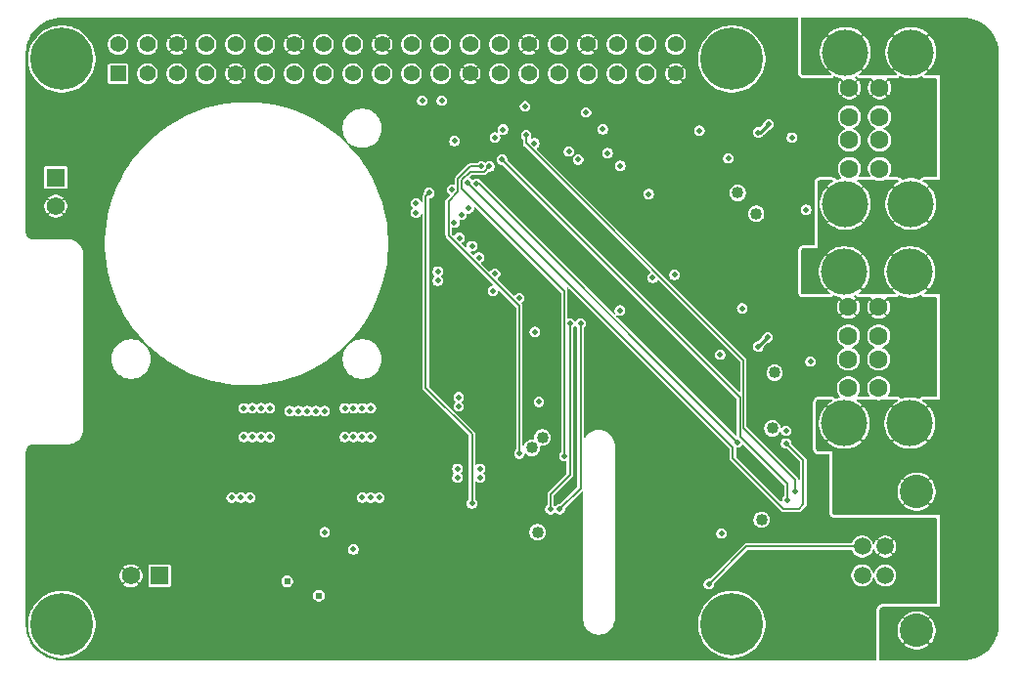
<source format=gbr>
%TF.GenerationSoftware,KiCad,Pcbnew,9.0.0*%
%TF.CreationDate,2025-04-21T08:49:54-05:00*%
%TF.ProjectId,1026 RPi Power Hat,31303236-2052-4506-9920-506f77657220,1*%
%TF.SameCoordinates,PX5f5e100PY8f0d180*%
%TF.FileFunction,Copper,L4,Bot*%
%TF.FilePolarity,Positive*%
%FSLAX46Y46*%
G04 Gerber Fmt 4.6, Leading zero omitted, Abs format (unit mm)*
G04 Created by KiCad (PCBNEW 9.0.0) date 2025-04-21 08:49:54*
%MOMM*%
%LPD*%
G01*
G04 APERTURE LIST*
%TA.AperFunction,ComponentPad*%
%ADD10C,1.600000*%
%TD*%
%TA.AperFunction,ComponentPad*%
%ADD11C,4.000000*%
%TD*%
%TA.AperFunction,ComponentPad*%
%ADD12C,1.500000*%
%TD*%
%TA.AperFunction,ComponentPad*%
%ADD13C,2.900000*%
%TD*%
%TA.AperFunction,ComponentPad*%
%ADD14C,5.400000*%
%TD*%
%TA.AperFunction,ComponentPad*%
%ADD15R,1.575000X1.575000*%
%TD*%
%TA.AperFunction,ComponentPad*%
%ADD16C,1.575000*%
%TD*%
%TA.AperFunction,ComponentPad*%
%ADD17R,1.390000X1.390000*%
%TD*%
%TA.AperFunction,ComponentPad*%
%ADD18C,1.390000*%
%TD*%
%TA.AperFunction,ViaPad*%
%ADD19C,0.508000*%
%TD*%
%TA.AperFunction,ViaPad*%
%ADD20C,0.609600*%
%TD*%
%TA.AperFunction,ViaPad*%
%ADD21C,1.016000*%
%TD*%
%TA.AperFunction,Conductor*%
%ADD22C,0.152400*%
%TD*%
%TA.AperFunction,Conductor*%
%ADD23C,0.241300*%
%TD*%
G04 APERTURE END LIST*
D10*
%TO.P,J6,1A,VBUS1*%
%TO.N,/USB ESD Protection/USB_VBUS_D3*%
X71670000Y43000000D03*
%TO.P,J6,1B,VBUS2*%
%TO.N,/USB ESD Protection/USB_VBUS_D4*%
X74290000Y43000000D03*
%TO.P,J6,2A,D-1*%
%TO.N,/USB ESD Protection/USB_DS3_UF-*%
X71670000Y45500000D03*
%TO.P,J6,2B,D-2*%
%TO.N,/USB ESD Protection/USB_DS4_UF-*%
X74290000Y45500000D03*
%TO.P,J6,3A,D+1*%
%TO.N,/USB ESD Protection/USB_DS3_UF+*%
X71670000Y47500000D03*
%TO.P,J6,3B,D+2*%
%TO.N,/USB ESD Protection/USB_DS4_UF+*%
X74290000Y47500000D03*
%TO.P,J6,4A,GND1*%
%TO.N,GND*%
X71670000Y50000000D03*
%TO.P,J6,4B,GND2*%
X74290000Y50000000D03*
D11*
%TO.P,J6,9,SHIELD*%
%TO.N,GNDCHASS*%
X77000000Y39930000D03*
%TO.P,J6,10,SHIELD*%
X77000000Y53070000D03*
%TO.P,J6,11,SHIELD*%
X71320000Y39930000D03*
%TO.P,J6,12,SHIELD*%
X71320000Y53070000D03*
%TD*%
D12*
%TO.P,J4,1,VBUS*%
%TO.N,/USB Hub/USB_Vbus*%
X72790000Y10250000D03*
%TO.P,J4,2,D-*%
%TO.N,/USB ESD Protection/USB_UP_UF-*%
X72790000Y7750000D03*
%TO.P,J4,3,D+*%
%TO.N,/USB ESD Protection/USB_UP_UF+*%
X74790000Y7750000D03*
%TO.P,J4,4,GND*%
%TO.N,GND*%
X74790000Y10250000D03*
D13*
%TO.P,J4,5,SHIELD*%
%TO.N,GNDCHASS*%
X77500000Y2980000D03*
%TO.P,J4,6,SHIELD*%
X77500000Y15020000D03*
%TD*%
D14*
%TO.P,H4,1*%
%TO.N,N/C*%
X61500000Y52500000D03*
%TD*%
%TO.P,H1,1*%
%TO.N,N/C*%
X3500000Y3500000D03*
%TD*%
D10*
%TO.P,J5,1A,VBUS1*%
%TO.N,/USB ESD Protection/USB_VBUS_D1*%
X71595300Y24000000D03*
%TO.P,J5,1B,VBUS2*%
%TO.N,/USB ESD Protection/USB_VBUS_D2*%
X74215300Y24000000D03*
%TO.P,J5,2A,D-1*%
%TO.N,/USB ESD Protection/USB_DS1_UF-*%
X71595300Y26500000D03*
%TO.P,J5,2B,D-2*%
%TO.N,/USB ESD Protection/USB_DS2_UF-*%
X74215300Y26500000D03*
%TO.P,J5,3A,D+1*%
%TO.N,/USB ESD Protection/USB_DS1_UF+*%
X71595300Y28500000D03*
%TO.P,J5,3B,D+2*%
%TO.N,/USB ESD Protection/USB_DS2_UF+*%
X74215300Y28500000D03*
%TO.P,J5,4A,GND1*%
%TO.N,GND*%
X71595300Y31000000D03*
%TO.P,J5,4B,GND2*%
X74215300Y31000000D03*
D11*
%TO.P,J5,9,SHIELD*%
%TO.N,GNDCHASS*%
X76925300Y20930000D03*
%TO.P,J5,10,SHIELD*%
X76925300Y34070000D03*
%TO.P,J5,11,SHIELD*%
X71245300Y20930000D03*
%TO.P,J5,12,SHIELD*%
X71245300Y34070000D03*
%TD*%
D14*
%TO.P,H3,1*%
%TO.N,N/C*%
X61500000Y3500000D03*
%TD*%
D15*
%TO.P,J2,1,1*%
%TO.N,/5V Regulator/5V*%
X2975000Y42250000D03*
D16*
%TO.P,J2,2,2*%
%TO.N,GND*%
X2975000Y39750000D03*
%TD*%
D15*
%TO.P,J1,1,1*%
%TO.N,/Power Input/Vin*%
X11987500Y7719250D03*
D16*
%TO.P,J1,2,2*%
%TO.N,GND*%
X9487500Y7719250D03*
%TD*%
D14*
%TO.P,H2,1*%
%TO.N,N/C*%
X3500000Y52500000D03*
%TD*%
D17*
%TO.P,J3,01,01*%
%TO.N,unconnected-(J3-Pad01)*%
X8370000Y51230000D03*
D18*
%TO.P,J3,02,02*%
%TO.N,/5V Regulator/5V*%
X8370000Y53770000D03*
%TO.P,J3,03,03*%
%TO.N,unconnected-(J3-Pad03)*%
X10910000Y51230000D03*
%TO.P,J3,04,04*%
%TO.N,/5V Regulator/5V*%
X10910000Y53770000D03*
%TO.P,J3,05,05*%
%TO.N,unconnected-(J3-Pad05)*%
X13450000Y51230000D03*
%TO.P,J3,06,06*%
%TO.N,GND*%
X13450000Y53770000D03*
%TO.P,J3,07,07*%
%TO.N,unconnected-(J3-Pad07)*%
X15990000Y51230000D03*
%TO.P,J3,08,08*%
%TO.N,unconnected-(J3-Pad08)*%
X15990000Y53770000D03*
%TO.P,J3,09,09*%
%TO.N,GND*%
X18530000Y51230000D03*
%TO.P,J3,10,10*%
%TO.N,unconnected-(J3-Pad10)*%
X18530000Y53770000D03*
%TO.P,J3,11,11*%
%TO.N,unconnected-(J3-Pad11)*%
X21070000Y51230000D03*
%TO.P,J3,12,12*%
%TO.N,unconnected-(J3-Pad12)*%
X21070000Y53770000D03*
%TO.P,J3,13,13*%
%TO.N,unconnected-(J3-Pad13)*%
X23610000Y51230000D03*
%TO.P,J3,14,14*%
%TO.N,GND*%
X23610000Y53770000D03*
%TO.P,J3,15,15*%
%TO.N,unconnected-(J3-Pad15)*%
X26150000Y51230000D03*
%TO.P,J3,16,16*%
%TO.N,unconnected-(J3-Pad16)*%
X26150000Y53770000D03*
%TO.P,J3,17,17*%
%TO.N,unconnected-(J3-Pad17)*%
X28690000Y51230000D03*
%TO.P,J3,18,18*%
%TO.N,unconnected-(J3-Pad18)*%
X28690000Y53770000D03*
%TO.P,J3,19,19*%
%TO.N,unconnected-(J3-Pad19)*%
X31230000Y51230000D03*
%TO.P,J3,20,20*%
%TO.N,GND*%
X31230000Y53770000D03*
%TO.P,J3,21,21*%
%TO.N,unconnected-(J3-Pad21)*%
X33770000Y51230000D03*
%TO.P,J3,22,22*%
%TO.N,unconnected-(J3-Pad22)*%
X33770000Y53770000D03*
%TO.P,J3,23,23*%
%TO.N,unconnected-(J3-Pad23)*%
X36310000Y51230000D03*
%TO.P,J3,24,24*%
%TO.N,unconnected-(J3-Pad24)*%
X36310000Y53770000D03*
%TO.P,J3,25,25*%
%TO.N,GND*%
X38850000Y51230000D03*
%TO.P,J3,26,26*%
%TO.N,unconnected-(J3-Pad26)*%
X38850000Y53770000D03*
%TO.P,J3,27,27*%
%TO.N,/Fan / Header / GPIO / EEPROM/I2C_SD*%
X41390000Y51230000D03*
%TO.P,J3,28,28*%
%TO.N,/Fan / Header / GPIO / EEPROM/I2C_SC*%
X41390000Y53770000D03*
%TO.P,J3,29,29*%
%TO.N,unconnected-(J3-Pad29)*%
X43930000Y51230000D03*
%TO.P,J3,30,30*%
%TO.N,GND*%
X43930000Y53770000D03*
%TO.P,J3,31,31*%
%TO.N,unconnected-(J3-Pad31)*%
X46470000Y51230000D03*
%TO.P,J3,32,32*%
%TO.N,unconnected-(J3-Pad32)*%
X46470000Y53770000D03*
%TO.P,J3,33,33*%
%TO.N,unconnected-(J3-Pad33)*%
X49010000Y51230000D03*
%TO.P,J3,34,34*%
%TO.N,GND*%
X49010000Y53770000D03*
%TO.P,J3,35,35*%
%TO.N,unconnected-(J3-Pad35)*%
X51550000Y51230000D03*
%TO.P,J3,36,36*%
%TO.N,unconnected-(J3-Pad36)*%
X51550000Y53770000D03*
%TO.P,J3,37,37*%
%TO.N,unconnected-(J3-Pad37)*%
X54090000Y51230000D03*
%TO.P,J3,38,38*%
%TO.N,unconnected-(J3-Pad38)*%
X54090000Y53770000D03*
%TO.P,J3,39,39*%
%TO.N,GND*%
X56630000Y51230000D03*
%TO.P,J3,40,40*%
%TO.N,unconnected-(J3-Pad40)*%
X56630000Y53770000D03*
%TD*%
D19*
%TO.N,/USB Hub/USB_Vbus*%
X39000000Y14000000D03*
X59500000Y7000000D03*
%TO.N,GND*%
X24750000Y14000000D03*
%TO.N,/5V Regulator/24V*%
X30250000Y14500000D03*
X18200000Y14500000D03*
X19800000Y14500000D03*
X19000000Y14500000D03*
X29500000Y14500000D03*
X31000000Y14500000D03*
D20*
%TO.N,/5V Regulator/5V*%
X23000000Y7250000D03*
D21*
X64080000Y12580000D03*
D19*
X20750000Y22250000D03*
X24000000Y22000000D03*
X20750000Y19750000D03*
X24750000Y22000000D03*
X28000000Y22250000D03*
X30250000Y22250000D03*
X30250000Y19750000D03*
X28750000Y22250000D03*
X23250000Y22000000D03*
D21*
X44700000Y11500000D03*
D19*
X28750000Y19750000D03*
X25500000Y22000000D03*
X60600000Y11400000D03*
X21500000Y19750000D03*
X26250000Y22000000D03*
X29500000Y19750000D03*
X29500000Y22250000D03*
D20*
X25750000Y6000000D03*
D19*
X20000000Y22250000D03*
X19250000Y19750000D03*
X21500000Y22250000D03*
X19250000Y22250000D03*
X20000000Y19750000D03*
X28000000Y19750000D03*
%TO.N,/5V Regulator/Pgood*%
X26250000Y11500000D03*
X28750000Y10000000D03*
%TO.N,GND*%
X69500000Y11250000D03*
X35600000Y20500000D03*
X11000000Y11750000D03*
X68700000Y15800000D03*
X22400000Y16000000D03*
X37400000Y29300000D03*
X60993442Y32245869D03*
X24000000Y14500000D03*
X9250000Y20750000D03*
X66100000Y53000000D03*
X41500000Y37000000D03*
X42500000Y17250000D03*
X56500000Y23000000D03*
X54250000Y37000000D03*
X66100000Y54000000D03*
X47750000Y15750000D03*
X37000000Y32750000D03*
X42500000Y15250000D03*
X66500000Y25750000D03*
X15750000Y21750000D03*
X66100000Y35000000D03*
X63400000Y24250000D03*
X36000000Y46250000D03*
X64200000Y27000000D03*
X30000000Y10250000D03*
X39750000Y30000000D03*
X16250000Y6000000D03*
X60750000Y37750000D03*
X31000000Y17500000D03*
X62500000Y42900000D03*
X25500000Y13500000D03*
X45750000Y22250000D03*
X45500000Y47750000D03*
X25000000Y8000000D03*
X39250000Y32000000D03*
X35700000Y24700000D03*
X64200000Y47400000D03*
X66100000Y51900000D03*
X68700000Y17800000D03*
X24000000Y13500000D03*
X58700000Y28000000D03*
X66505600Y26600000D03*
X42250000Y29500000D03*
X62250000Y14750000D03*
X27100000Y16000000D03*
X68700000Y16800000D03*
X18750000Y18500000D03*
X32500000Y37500000D03*
X64200000Y45500000D03*
X33250000Y46000000D03*
X33000000Y36250000D03*
X59854557Y45245443D03*
X25500000Y14500000D03*
X35000000Y45250000D03*
X62250000Y16250000D03*
X66100000Y33000000D03*
X56000000Y37750000D03*
X18750000Y6000000D03*
X64200000Y29000000D03*
X66250000Y37500000D03*
X31000000Y18500000D03*
X66600000Y44900000D03*
X56500000Y26500000D03*
X21000000Y9750000D03*
X57900000Y29100000D03*
X57297284Y47646113D03*
X27000000Y11700000D03*
X49000000Y42250000D03*
X62250000Y18500000D03*
X56500000Y19750000D03*
X67500000Y40000000D03*
X33000000Y35250000D03*
X37750000Y15250000D03*
X27750000Y8750000D03*
X32000000Y21000000D03*
X58800000Y9000000D03*
X49250000Y29500000D03*
X9250000Y19250000D03*
X53000000Y45500000D03*
X44000000Y26750000D03*
X56300000Y42800000D03*
X17500000Y6000000D03*
X32500000Y38500000D03*
X60700000Y29200000D03*
X18750000Y17500000D03*
X5500000Y17500000D03*
X43500000Y12500000D03*
X41100000Y44400000D03*
X66100000Y34000000D03*
X66250000Y21000000D03*
%TO.N,/Linear Regulators/1V1*%
X36050000Y34100000D03*
X37850000Y23200000D03*
X37850000Y22400000D03*
X36050000Y33300000D03*
%TO.N,GNDCHASS*%
X71650000Y15800000D03*
X68600000Y35000000D03*
X71650000Y16800000D03*
X68600000Y33000000D03*
X68700000Y54000000D03*
X68700000Y53000000D03*
X68600000Y34000000D03*
X68700000Y51900000D03*
X71650000Y17800000D03*
%TO.N,/USB Hub/3V3_Filt*%
X37475000Y38325000D03*
X40823109Y32423109D03*
X44450000Y28850000D03*
X56550000Y33800000D03*
X37300000Y41200000D03*
X38725000Y39575000D03*
X41700000Y46400000D03*
X43600000Y48400000D03*
X44400000Y45200000D03*
X48876891Y47876891D03*
X38100000Y39000000D03*
X50326891Y46426891D03*
X41000000Y45700000D03*
%TO.N,/USB Hub/1V1_Filt*%
X54650000Y33550000D03*
X39000000Y36300000D03*
X37900000Y37000000D03*
X51850000Y43250000D03*
X43100000Y31800000D03*
X50750000Y44350000D03*
X39600000Y35300000D03*
X41000000Y33900000D03*
X54300000Y40800000D03*
X51812563Y30712563D03*
%TO.N,/USB Hub/USB_Vbus*%
X35300000Y40900000D03*
%TO.N,/USB ESD Protection/USB_VBUS_D2*%
X68300000Y26300000D03*
X62398523Y30902808D03*
%TO.N,/USB ESD Protection/USB_VBUS_D1*%
X66199329Y20290605D03*
X60500000Y26900000D03*
%TO.N,/USB ESD Protection/USB_VBUS_D4*%
X66700000Y45700000D03*
X58697223Y46302208D03*
%TO.N,/USB ESD Protection/USB_VBUS_D3*%
X61197223Y43902208D03*
X67944285Y39444644D03*
%TO.N,/USB Hub/USB_BATEN1*%
X66300000Y14300000D03*
X41600000Y43800000D03*
%TO.N,/USB Hub/USB_BATEN2*%
X43700000Y45900000D03*
X67000000Y15000000D03*
%TO.N,/USB Hub/USB_BATEN3*%
X47400000Y44500000D03*
X47482600Y29600000D03*
X45800000Y13500000D03*
%TO.N,/USB Hub/USB_BATEN4*%
X48400000Y29600000D03*
X46600000Y13500000D03*
X48200000Y43800000D03*
%TO.N,/USB Hub/USB_OVCR2*%
X66200000Y19200000D03*
X38601903Y41801903D03*
%TO.N,/USB Hub/USB_OVCR1*%
X62000000Y19300000D03*
X39405457Y41705457D03*
%TO.N,/USB Hub/USB_OVCR3*%
X43100000Y18300000D03*
X39800000Y43200000D03*
%TO.N,/USB Hub/USB_OVCR4*%
X47000000Y18100000D03*
X40516400Y43200000D03*
%TO.N,/Fan / Header / GPIO / EEPROM/3V3*%
X36400000Y48900000D03*
X37750000Y17000000D03*
X37750000Y16250000D03*
X34150000Y39200000D03*
X34150000Y40000000D03*
X44800000Y22800000D03*
X34700000Y48900000D03*
X39700000Y16250000D03*
X39700000Y17000000D03*
X37500000Y45400000D03*
D21*
%TO.N,/USB Power Control/USB_VBUS_D2_UF*%
X65205000Y25320000D03*
X65000000Y20500000D03*
%TO.N,/USB Power Control/USB_VBUS_D4_UF*%
X62000000Y40900000D03*
X45100000Y19700000D03*
%TO.N,/USB Power Control/USB_VBUS_D3_UF*%
X44200000Y18800000D03*
X63600000Y39100000D03*
D19*
%TO.N,/USB ESD Protection/USB_DS1_UF+*%
X63800000Y27600000D03*
X64600000Y28400000D03*
%TO.N,/USB ESD Protection/USB_DS3_UF+*%
X63800000Y46144400D03*
X64683177Y46855600D03*
%TD*%
D22*
%TO.N,/USB Hub/USB_Vbus*%
X39000000Y14000000D02*
X39000000Y20000000D01*
X35000000Y40600000D02*
X35300000Y40900000D01*
X35000000Y24000000D02*
X35000000Y40600000D01*
X39000000Y20000000D02*
X35000000Y24000000D01*
X62750000Y10250000D02*
X59500000Y7000000D01*
X72790000Y10250000D02*
X62750000Y10250000D01*
%TO.N,/USB Hub/USB_BATEN1*%
X62200314Y23199686D02*
X41600000Y43800000D01*
X66300000Y14300000D02*
X66300000Y15683914D01*
X62200314Y19783600D02*
X62200314Y23199686D01*
X66300000Y15683914D02*
X62200314Y19783600D01*
%TO.N,/USB Hub/USB_BATEN2*%
X67000000Y15000000D02*
X67000000Y16036481D01*
X62506114Y26409972D02*
X43700000Y45216086D01*
X67000000Y16036481D02*
X62506114Y20530367D01*
X62506114Y20530367D02*
X62506114Y26409972D01*
X43700000Y45216086D02*
X43700000Y45900000D01*
%TO.N,/USB Hub/USB_BATEN3*%
X47482600Y29600000D02*
X47482600Y16482600D01*
X45800000Y14800000D02*
X45800000Y13500000D01*
X47482600Y16482600D02*
X45800000Y14800000D01*
%TO.N,/USB Hub/USB_BATEN4*%
X46600000Y13500000D02*
X48400000Y15300000D01*
X48400000Y15300000D02*
X48400000Y29600000D01*
%TO.N,/USB Hub/USB_OVCR2*%
X61587406Y17912594D02*
X66000000Y13500000D01*
X67300000Y13500000D02*
X67700000Y13900000D01*
X61587406Y18816400D02*
X61587406Y17912594D01*
X67700000Y13900000D02*
X67700000Y17700000D01*
X67700000Y17700000D02*
X66200000Y19200000D01*
X61587406Y18816400D02*
X38601903Y41801903D01*
X66000000Y13500000D02*
X67300000Y13500000D01*
%TO.N,/USB Hub/USB_OVCR1*%
X39594543Y41705457D02*
X39405457Y41705457D01*
X62000000Y19300000D02*
X39594543Y41705457D01*
%TO.N,/USB Hub/USB_OVCR3*%
X43100000Y18300000D02*
X43100000Y31116086D01*
X37812503Y41028589D02*
X37812503Y42128570D01*
X36991400Y40207486D02*
X37812503Y41028589D01*
X38883933Y43200000D02*
X39800000Y43200000D01*
X43100000Y31116086D02*
X36991400Y37224686D01*
X36991400Y37224686D02*
X36991400Y40207486D01*
X37812503Y42128570D02*
X38883933Y43200000D01*
%TO.N,/USB Hub/USB_OVCR4*%
X47000000Y32400000D02*
X38118303Y41281697D01*
X38118303Y41281697D02*
X38118303Y42001903D01*
X38118303Y42001903D02*
X38832800Y42716400D01*
X38832800Y42716400D02*
X40032800Y42716400D01*
X47000000Y18100000D02*
X47000000Y32400000D01*
X40032800Y42716400D02*
X40516400Y43200000D01*
D23*
%TO.N,/USB ESD Protection/USB_DS1_UF+*%
X64600000Y28400000D02*
X63800000Y27600000D01*
%TO.N,/USB ESD Protection/USB_DS3_UF+*%
X63971977Y46144400D02*
X64683177Y46855600D01*
X63800000Y46144400D02*
X63971977Y46144400D01*
%TD*%
%TA.AperFunction,Conductor*%
%TO.N,GNDCHASS*%
G36*
X81501964Y56118397D02*
G01*
X81521791Y56117358D01*
X81822051Y56101623D01*
X81829851Y56100803D01*
X82144490Y56050968D01*
X82152161Y56049338D01*
X82459871Y55966888D01*
X82467350Y55964457D01*
X82764730Y55850304D01*
X82771907Y55847109D01*
X83055739Y55702489D01*
X83062556Y55698553D01*
X83329705Y55525064D01*
X83336073Y55520437D01*
X83583624Y55319975D01*
X83589473Y55314708D01*
X83814707Y55089474D01*
X83819974Y55083625D01*
X84020436Y54836074D01*
X84025063Y54829706D01*
X84198552Y54562557D01*
X84202488Y54555740D01*
X84347105Y54271915D01*
X84350306Y54264724D01*
X84464455Y53967354D01*
X84466888Y53959868D01*
X84549334Y53652176D01*
X84550970Y53644477D01*
X84600800Y53329867D01*
X84601623Y53322039D01*
X84618397Y53001966D01*
X84618500Y52998030D01*
X84618500Y3501971D01*
X84618397Y3498035D01*
X84601623Y3177962D01*
X84600800Y3170134D01*
X84550970Y2855524D01*
X84549334Y2847825D01*
X84466888Y2540133D01*
X84464455Y2532647D01*
X84350306Y2235277D01*
X84347105Y2228086D01*
X84202488Y1944261D01*
X84198552Y1937444D01*
X84025063Y1670295D01*
X84020436Y1663927D01*
X83819974Y1416376D01*
X83814707Y1410527D01*
X83589473Y1185293D01*
X83583624Y1180026D01*
X83336073Y979564D01*
X83329705Y974937D01*
X83062556Y801448D01*
X83055739Y797512D01*
X82771914Y652895D01*
X82764723Y649694D01*
X82467353Y535545D01*
X82459867Y533112D01*
X82152175Y450666D01*
X82144476Y449030D01*
X81829866Y399200D01*
X81822038Y398377D01*
X81501965Y381603D01*
X81498029Y381500D01*
X74375200Y381500D01*
X74326862Y399093D01*
X74301142Y443642D01*
X74300000Y456700D01*
X74300000Y3110113D01*
X75846800Y3110113D01*
X75846800Y2849888D01*
X75887506Y2592878D01*
X75887509Y2592863D01*
X75967918Y2345392D01*
X76086057Y2113533D01*
X76239011Y1903012D01*
X76239018Y1903004D01*
X76277128Y1864894D01*
X76277130Y1864894D01*
X76632945Y2220709D01*
X76740708Y2112946D01*
X76384893Y1757131D01*
X76384893Y1757129D01*
X76423003Y1719019D01*
X76423011Y1719012D01*
X76633532Y1566058D01*
X76865391Y1447919D01*
X77112862Y1367510D01*
X77112877Y1367507D01*
X77369887Y1326801D01*
X77369894Y1326800D01*
X77630106Y1326800D01*
X77630112Y1326801D01*
X77887122Y1367507D01*
X77887137Y1367510D01*
X78134608Y1447919D01*
X78366467Y1566058D01*
X78576988Y1719012D01*
X78615106Y1757131D01*
X78259291Y2112946D01*
X78367054Y2220709D01*
X78722869Y1864894D01*
X78722870Y1864894D01*
X78760988Y1903012D01*
X78913942Y2113533D01*
X79032081Y2345392D01*
X79112490Y2592863D01*
X79112493Y2592878D01*
X79153199Y2849888D01*
X79153200Y2849895D01*
X79153200Y3110106D01*
X79153199Y3110113D01*
X79112493Y3367123D01*
X79112490Y3367138D01*
X79032081Y3614609D01*
X78913942Y3846468D01*
X78760988Y4056989D01*
X78760981Y4056997D01*
X78722871Y4095107D01*
X78722869Y4095107D01*
X78367054Y3739292D01*
X78259291Y3847055D01*
X78615106Y4202870D01*
X78615106Y4202872D01*
X78576996Y4240982D01*
X78576988Y4240989D01*
X78366467Y4393943D01*
X78134608Y4512082D01*
X77887137Y4592491D01*
X77887122Y4592494D01*
X77630112Y4633200D01*
X77369887Y4633200D01*
X77112877Y4592494D01*
X77112862Y4592491D01*
X76865391Y4512082D01*
X76633532Y4393943D01*
X76423011Y4240989D01*
X76423010Y4240988D01*
X76384893Y4202872D01*
X76384893Y4202870D01*
X76740708Y3847055D01*
X76632945Y3739292D01*
X76277130Y4095107D01*
X76277129Y4095107D01*
X76239011Y4056989D01*
X76086057Y3846468D01*
X75967918Y3614609D01*
X75887509Y3367138D01*
X75887506Y3367123D01*
X75846800Y3110113D01*
X74300000Y3110113D01*
X74300000Y4789394D01*
X74301445Y4804064D01*
X74312549Y4859889D01*
X74323775Y4886994D01*
X74351207Y4928050D01*
X74371950Y4948793D01*
X74413006Y4976225D01*
X74440108Y4987451D01*
X74476290Y4994648D01*
X74495937Y4998555D01*
X74510607Y5000000D01*
X79500000Y5000000D01*
X79500000Y13000000D01*
X79296800Y13000000D01*
X70410607Y13000000D01*
X70395936Y13001445D01*
X70340110Y13012550D01*
X70313002Y13023778D01*
X70271953Y13051206D01*
X70251205Y13071954D01*
X70223777Y13113003D01*
X70212549Y13140112D01*
X70201445Y13195937D01*
X70200000Y13210607D01*
X70200000Y15150113D01*
X75846800Y15150113D01*
X75846800Y14889888D01*
X75887506Y14632878D01*
X75887509Y14632863D01*
X75967918Y14385392D01*
X76086057Y14153533D01*
X76239011Y13943012D01*
X76239018Y13943004D01*
X76277128Y13904894D01*
X76277130Y13904894D01*
X76632945Y14260709D01*
X76740708Y14152946D01*
X76384893Y13797131D01*
X76384893Y13797129D01*
X76423003Y13759019D01*
X76423011Y13759012D01*
X76633532Y13606058D01*
X76865391Y13487919D01*
X77112862Y13407510D01*
X77112877Y13407507D01*
X77369887Y13366801D01*
X77369894Y13366800D01*
X77630106Y13366800D01*
X77630112Y13366801D01*
X77887122Y13407507D01*
X77887137Y13407510D01*
X78134608Y13487919D01*
X78366467Y13606058D01*
X78576988Y13759012D01*
X78615106Y13797131D01*
X78259291Y14152946D01*
X78367054Y14260709D01*
X78722869Y13904894D01*
X78722870Y13904894D01*
X78760988Y13943012D01*
X78913942Y14153533D01*
X79032081Y14385392D01*
X79112490Y14632863D01*
X79112493Y14632878D01*
X79153199Y14889888D01*
X79153200Y14889895D01*
X79153200Y15150106D01*
X79153199Y15150113D01*
X79112493Y15407123D01*
X79112490Y15407138D01*
X79032081Y15654609D01*
X78913942Y15886468D01*
X78760988Y16096989D01*
X78760981Y16096997D01*
X78722871Y16135107D01*
X78722869Y16135107D01*
X78367054Y15779292D01*
X78259291Y15887055D01*
X78615106Y16242870D01*
X78615106Y16242872D01*
X78576996Y16280982D01*
X78576988Y16280989D01*
X78366467Y16433943D01*
X78134608Y16552082D01*
X77887137Y16632491D01*
X77887122Y16632494D01*
X77630112Y16673200D01*
X77369887Y16673200D01*
X77112877Y16632494D01*
X77112862Y16632491D01*
X76865391Y16552082D01*
X76633532Y16433943D01*
X76423011Y16280989D01*
X76423010Y16280988D01*
X76384893Y16242872D01*
X76384893Y16242870D01*
X76740708Y15887055D01*
X76632945Y15779292D01*
X76277130Y16135107D01*
X76277129Y16135107D01*
X76239011Y16096989D01*
X76086057Y15886468D01*
X75967918Y15654609D01*
X75887509Y15407138D01*
X75887506Y15407123D01*
X75846800Y15150113D01*
X70200000Y15150113D01*
X70200000Y18500000D01*
X69996800Y18500000D01*
X69010607Y18500000D01*
X68995936Y18501445D01*
X68940110Y18512550D01*
X68913002Y18523778D01*
X68871953Y18551206D01*
X68851205Y18571954D01*
X68823777Y18613003D01*
X68812549Y18640112D01*
X68801445Y18695937D01*
X68800000Y18710607D01*
X68800000Y22789394D01*
X68801445Y22804064D01*
X68802761Y22810683D01*
X68812549Y22859892D01*
X68823775Y22886994D01*
X68851207Y22928050D01*
X68852755Y22929598D01*
X68853087Y22930735D01*
X68871949Y22948792D01*
X68913006Y22976225D01*
X68940108Y22987451D01*
X68976290Y22994648D01*
X68995937Y22998555D01*
X69010607Y23000000D01*
X70143595Y23000000D01*
X70191933Y22982407D01*
X70217653Y22937858D01*
X70208720Y22887200D01*
X70181195Y22859675D01*
X70018638Y22765823D01*
X69789515Y22590010D01*
X69741284Y22541779D01*
X70486008Y21797055D01*
X70378246Y21689292D01*
X69633522Y22434016D01*
X69633521Y22434016D01*
X69585290Y22385785D01*
X69409477Y22156662D01*
X69265070Y21906543D01*
X69154545Y21639712D01*
X69079799Y21360750D01*
X69079799Y21360749D01*
X69042100Y21074403D01*
X69042100Y20785598D01*
X69079799Y20499252D01*
X69079799Y20499251D01*
X69154545Y20220289D01*
X69265070Y19953458D01*
X69409477Y19703339D01*
X69585291Y19474216D01*
X69585305Y19474200D01*
X69633520Y19425985D01*
X69633522Y19425985D01*
X70378245Y20170709D01*
X70486007Y20062947D01*
X69741284Y19318223D01*
X69741284Y19318221D01*
X69789499Y19270006D01*
X69789515Y19269992D01*
X70018638Y19094178D01*
X70268757Y18949771D01*
X70535588Y18839246D01*
X70814550Y18764500D01*
X71100898Y18726800D01*
X71389702Y18726800D01*
X71676048Y18764500D01*
X71676049Y18764500D01*
X71955011Y18839246D01*
X72221842Y18949771D01*
X72471961Y19094178D01*
X72701084Y19269992D01*
X72701091Y19269998D01*
X72749315Y19318223D01*
X72004592Y20062946D01*
X72112354Y20170708D01*
X72857077Y19425985D01*
X72857078Y19425985D01*
X72905302Y19474209D01*
X72905308Y19474216D01*
X73081122Y19703339D01*
X73225529Y19953458D01*
X73336054Y20220289D01*
X73410800Y20499251D01*
X73410800Y20499252D01*
X73448500Y20785598D01*
X73448500Y21074403D01*
X73410800Y21360749D01*
X73410800Y21360750D01*
X73336054Y21639712D01*
X73225529Y21906543D01*
X73081122Y22156662D01*
X72905308Y22385785D01*
X72905294Y22385801D01*
X72857079Y22434016D01*
X72857077Y22434016D01*
X72112353Y21689293D01*
X72004591Y21797055D01*
X72749315Y22541778D01*
X72749315Y22541780D01*
X72701100Y22589995D01*
X72701084Y22590009D01*
X72471961Y22765823D01*
X72309405Y22859675D01*
X72276340Y22899080D01*
X72276340Y22950520D01*
X72309405Y22989925D01*
X72347005Y23000000D01*
X73859015Y23000000D01*
X73887791Y22994277D01*
X73907714Y22986024D01*
X74060509Y22955631D01*
X74111440Y22945500D01*
X74111441Y22945500D01*
X74319160Y22945500D01*
X74359904Y22953605D01*
X74522886Y22986024D01*
X74542808Y22994277D01*
X74571585Y23000000D01*
X75823595Y23000000D01*
X75871933Y22982407D01*
X75897653Y22937858D01*
X75888720Y22887200D01*
X75861195Y22859675D01*
X75698638Y22765823D01*
X75469515Y22590010D01*
X75421284Y22541779D01*
X76166008Y21797055D01*
X76058246Y21689292D01*
X75313522Y22434016D01*
X75313521Y22434016D01*
X75265290Y22385785D01*
X75089477Y22156662D01*
X74945070Y21906543D01*
X74834545Y21639712D01*
X74759799Y21360750D01*
X74759799Y21360749D01*
X74722100Y21074403D01*
X74722100Y20785598D01*
X74759799Y20499252D01*
X74759799Y20499251D01*
X74834545Y20220289D01*
X74945070Y19953458D01*
X75089477Y19703339D01*
X75265291Y19474216D01*
X75265305Y19474200D01*
X75313520Y19425985D01*
X75313522Y19425985D01*
X76058245Y20170709D01*
X76166007Y20062947D01*
X75421284Y19318223D01*
X75421284Y19318221D01*
X75469499Y19270006D01*
X75469515Y19269992D01*
X75698638Y19094178D01*
X75948757Y18949771D01*
X76215588Y18839246D01*
X76494550Y18764500D01*
X76780898Y18726800D01*
X77069702Y18726800D01*
X77356048Y18764500D01*
X77356049Y18764500D01*
X77635011Y18839246D01*
X77901842Y18949771D01*
X78151961Y19094178D01*
X78381084Y19269992D01*
X78381091Y19269998D01*
X78429315Y19318223D01*
X77684592Y20062946D01*
X77792354Y20170708D01*
X78537077Y19425985D01*
X78537078Y19425985D01*
X78585302Y19474209D01*
X78585308Y19474216D01*
X78761122Y19703339D01*
X78905529Y19953458D01*
X79016054Y20220289D01*
X79090800Y20499251D01*
X79090800Y20499252D01*
X79128500Y20785598D01*
X79128500Y21074403D01*
X79090800Y21360749D01*
X79090800Y21360750D01*
X79016054Y21639712D01*
X78905529Y21906543D01*
X78761122Y22156662D01*
X78585308Y22385785D01*
X78585294Y22385801D01*
X78537079Y22434016D01*
X78537077Y22434016D01*
X77792353Y21689293D01*
X77684591Y21797055D01*
X78429315Y22541778D01*
X78429315Y22541780D01*
X78381100Y22589995D01*
X78381084Y22590009D01*
X78151961Y22765823D01*
X77989405Y22859675D01*
X77956340Y22899080D01*
X77956340Y22950520D01*
X77989405Y22989925D01*
X78027005Y23000000D01*
X79500000Y23000000D01*
X79500000Y32100000D01*
X79296800Y32100000D01*
X78198630Y32100000D01*
X78150292Y32117593D01*
X78124572Y32162142D01*
X78133505Y32212800D01*
X78152851Y32234860D01*
X78381084Y32409992D01*
X78381091Y32409998D01*
X78429315Y32458223D01*
X77684592Y33202946D01*
X77792354Y33310708D01*
X78537077Y32565985D01*
X78537078Y32565985D01*
X78585302Y32614209D01*
X78585308Y32614216D01*
X78761122Y32843339D01*
X78905529Y33093458D01*
X79016054Y33360289D01*
X79090800Y33639251D01*
X79090800Y33639252D01*
X79128500Y33925598D01*
X79128500Y34214403D01*
X79090800Y34500749D01*
X79090800Y34500750D01*
X79016054Y34779712D01*
X78905529Y35046543D01*
X78761122Y35296662D01*
X78585308Y35525785D01*
X78585294Y35525801D01*
X78537079Y35574016D01*
X78537077Y35574016D01*
X77792353Y34829293D01*
X77684591Y34937055D01*
X78429315Y35681778D01*
X78429315Y35681780D01*
X78381100Y35729995D01*
X78381084Y35730009D01*
X78151961Y35905823D01*
X77901842Y36050230D01*
X77635011Y36160755D01*
X77356049Y36235501D01*
X77069702Y36273200D01*
X76780898Y36273200D01*
X76494551Y36235501D01*
X76494550Y36235501D01*
X76215588Y36160755D01*
X75948757Y36050230D01*
X75698638Y35905823D01*
X75469515Y35730010D01*
X75421284Y35681779D01*
X76166008Y34937055D01*
X76058246Y34829292D01*
X75313522Y35574016D01*
X75313521Y35574016D01*
X75265290Y35525785D01*
X75089477Y35296662D01*
X74945070Y35046543D01*
X74834545Y34779712D01*
X74759799Y34500750D01*
X74759799Y34500749D01*
X74722100Y34214403D01*
X74722100Y33925598D01*
X74759799Y33639252D01*
X74759799Y33639251D01*
X74834545Y33360289D01*
X74945070Y33093458D01*
X75089477Y32843339D01*
X75265291Y32614216D01*
X75265305Y32614200D01*
X75313520Y32565985D01*
X75313522Y32565985D01*
X76058245Y33310709D01*
X76166007Y33202947D01*
X75421284Y32458223D01*
X75421284Y32458221D01*
X75469499Y32410006D01*
X75469515Y32409992D01*
X75697749Y32234860D01*
X75725388Y32191476D01*
X75718673Y32140476D01*
X75680747Y32105724D01*
X75651970Y32100000D01*
X72518630Y32100000D01*
X72470292Y32117593D01*
X72444572Y32162142D01*
X72453505Y32212800D01*
X72472851Y32234860D01*
X72701084Y32409992D01*
X72701091Y32409998D01*
X72749315Y32458223D01*
X72004592Y33202946D01*
X72112354Y33310708D01*
X72857077Y32565985D01*
X72857078Y32565985D01*
X72905302Y32614209D01*
X72905308Y32614216D01*
X73081122Y32843339D01*
X73225529Y33093458D01*
X73336054Y33360289D01*
X73410800Y33639251D01*
X73410800Y33639252D01*
X73448500Y33925598D01*
X73448500Y34214403D01*
X73410800Y34500749D01*
X73410800Y34500750D01*
X73336054Y34779712D01*
X73225529Y35046543D01*
X73081122Y35296662D01*
X72905308Y35525785D01*
X72905294Y35525801D01*
X72857079Y35574016D01*
X72857077Y35574016D01*
X72112353Y34829293D01*
X72004591Y34937055D01*
X72749315Y35681778D01*
X72749315Y35681780D01*
X72701100Y35729995D01*
X72701084Y35730009D01*
X72471961Y35905823D01*
X72221842Y36050230D01*
X71955011Y36160755D01*
X71676049Y36235501D01*
X71389702Y36273200D01*
X71100898Y36273200D01*
X70814551Y36235501D01*
X70814550Y36235501D01*
X70535588Y36160755D01*
X70268757Y36050230D01*
X70018638Y35905823D01*
X69789515Y35730010D01*
X69741284Y35681779D01*
X70486008Y34937055D01*
X70378246Y34829292D01*
X69633522Y35574016D01*
X69633521Y35574016D01*
X69585290Y35525785D01*
X69409477Y35296662D01*
X69265070Y35046543D01*
X69154545Y34779712D01*
X69079799Y34500750D01*
X69079799Y34500749D01*
X69042100Y34214403D01*
X69042100Y33925598D01*
X69079799Y33639252D01*
X69079799Y33639251D01*
X69154545Y33360289D01*
X69265070Y33093458D01*
X69409477Y32843339D01*
X69585291Y32614216D01*
X69585305Y32614200D01*
X69633520Y32565985D01*
X69633522Y32565985D01*
X70378245Y33310709D01*
X70486007Y33202947D01*
X69741284Y32458223D01*
X69741284Y32458221D01*
X69789499Y32410006D01*
X69789515Y32409992D01*
X70017749Y32234860D01*
X70045388Y32191476D01*
X70038673Y32140476D01*
X70000747Y32105724D01*
X69971970Y32100000D01*
X67710607Y32100000D01*
X67695936Y32101445D01*
X67640110Y32112550D01*
X67613002Y32123778D01*
X67571953Y32151206D01*
X67551205Y32171954D01*
X67523777Y32213003D01*
X67512549Y32240112D01*
X67501445Y32295937D01*
X67500000Y32310607D01*
X67500000Y35889394D01*
X67501445Y35904064D01*
X67512549Y35959889D01*
X67523775Y35986994D01*
X67551207Y36028050D01*
X67571950Y36048793D01*
X67613006Y36076225D01*
X67640108Y36087451D01*
X67676290Y36094648D01*
X67695937Y36098555D01*
X67710607Y36100000D01*
X68900000Y36100000D01*
X68900000Y41789394D01*
X68901445Y41804064D01*
X68902761Y41810683D01*
X68912549Y41859892D01*
X68923775Y41886994D01*
X68951207Y41928050D01*
X68952755Y41929598D01*
X68953087Y41930735D01*
X68971949Y41948792D01*
X69013006Y41976225D01*
X69040108Y41987451D01*
X69076290Y41994648D01*
X69095937Y41998555D01*
X69110607Y42000000D01*
X70218295Y42000000D01*
X70266633Y41982407D01*
X70292353Y41937858D01*
X70283420Y41887200D01*
X70255895Y41859675D01*
X70093338Y41765823D01*
X69864215Y41590010D01*
X69815984Y41541779D01*
X70560708Y40797055D01*
X70452946Y40689292D01*
X69708222Y41434016D01*
X69708221Y41434016D01*
X69659990Y41385785D01*
X69484177Y41156662D01*
X69339770Y40906543D01*
X69229245Y40639712D01*
X69154499Y40360750D01*
X69154499Y40360749D01*
X69116800Y40074403D01*
X69116800Y39785598D01*
X69154499Y39499252D01*
X69154499Y39499251D01*
X69229245Y39220289D01*
X69339770Y38953458D01*
X69484177Y38703339D01*
X69659991Y38474216D01*
X69660005Y38474200D01*
X69708220Y38425985D01*
X69708222Y38425985D01*
X70452945Y39170709D01*
X70560707Y39062947D01*
X69815984Y38318223D01*
X69815984Y38318221D01*
X69864199Y38270006D01*
X69864215Y38269992D01*
X70093338Y38094178D01*
X70343457Y37949771D01*
X70610288Y37839246D01*
X70889250Y37764500D01*
X71175598Y37726800D01*
X71464402Y37726800D01*
X71750748Y37764500D01*
X71750749Y37764500D01*
X72029711Y37839246D01*
X72296542Y37949771D01*
X72546661Y38094178D01*
X72775784Y38269992D01*
X72775791Y38269998D01*
X72824015Y38318223D01*
X72079292Y39062946D01*
X72187054Y39170708D01*
X72931777Y38425985D01*
X72931778Y38425985D01*
X72980002Y38474209D01*
X72980008Y38474216D01*
X73155822Y38703339D01*
X73300229Y38953458D01*
X73410754Y39220289D01*
X73485500Y39499251D01*
X73485500Y39499252D01*
X73523200Y39785598D01*
X73523200Y40074403D01*
X73485500Y40360749D01*
X73485500Y40360750D01*
X73410754Y40639712D01*
X73300229Y40906543D01*
X73155822Y41156662D01*
X72980008Y41385785D01*
X72979994Y41385801D01*
X72931779Y41434016D01*
X72931777Y41434016D01*
X72187053Y40689293D01*
X72079291Y40797055D01*
X72824015Y41541778D01*
X72824015Y41541780D01*
X72775800Y41589995D01*
X72775784Y41590009D01*
X72546661Y41765823D01*
X72384105Y41859675D01*
X72351040Y41899080D01*
X72351040Y41950520D01*
X72384105Y41989925D01*
X72421705Y42000000D01*
X73933715Y42000000D01*
X73962491Y41994277D01*
X73982414Y41986024D01*
X74135209Y41955631D01*
X74186140Y41945500D01*
X74186141Y41945500D01*
X74393860Y41945500D01*
X74434604Y41953605D01*
X74597586Y41986024D01*
X74617508Y41994277D01*
X74646285Y42000000D01*
X75898295Y42000000D01*
X75946633Y41982407D01*
X75972353Y41937858D01*
X75963420Y41887200D01*
X75935895Y41859675D01*
X75773338Y41765823D01*
X75544215Y41590010D01*
X75495984Y41541779D01*
X76240708Y40797055D01*
X76132946Y40689292D01*
X75388222Y41434016D01*
X75388221Y41434016D01*
X75339990Y41385785D01*
X75164177Y41156662D01*
X75019770Y40906543D01*
X74909245Y40639712D01*
X74834499Y40360750D01*
X74834499Y40360749D01*
X74796800Y40074403D01*
X74796800Y39785598D01*
X74834499Y39499252D01*
X74834499Y39499251D01*
X74909245Y39220289D01*
X75019770Y38953458D01*
X75164177Y38703339D01*
X75339991Y38474216D01*
X75340005Y38474200D01*
X75388220Y38425985D01*
X75388222Y38425985D01*
X76132945Y39170709D01*
X76240707Y39062947D01*
X75495984Y38318223D01*
X75495984Y38318221D01*
X75544199Y38270006D01*
X75544215Y38269992D01*
X75773338Y38094178D01*
X76023457Y37949771D01*
X76290288Y37839246D01*
X76569250Y37764500D01*
X76855598Y37726800D01*
X77144402Y37726800D01*
X77430748Y37764500D01*
X77430749Y37764500D01*
X77709711Y37839246D01*
X77976542Y37949771D01*
X78226661Y38094178D01*
X78455784Y38269992D01*
X78455791Y38269998D01*
X78504015Y38318223D01*
X77759292Y39062946D01*
X77867054Y39170708D01*
X78611777Y38425985D01*
X78611778Y38425985D01*
X78660002Y38474209D01*
X78660008Y38474216D01*
X78835822Y38703339D01*
X78980229Y38953458D01*
X79090754Y39220289D01*
X79165500Y39499251D01*
X79165500Y39499252D01*
X79203200Y39785598D01*
X79203200Y40074403D01*
X79165500Y40360749D01*
X79165500Y40360750D01*
X79090754Y40639712D01*
X78980229Y40906543D01*
X78835822Y41156662D01*
X78660008Y41385785D01*
X78659994Y41385801D01*
X78611779Y41434016D01*
X78611777Y41434016D01*
X77867053Y40689293D01*
X77759291Y40797055D01*
X78504015Y41541778D01*
X78504015Y41541780D01*
X78455800Y41589995D01*
X78455784Y41590009D01*
X78226661Y41765823D01*
X78064105Y41859675D01*
X78031040Y41899080D01*
X78031040Y41950520D01*
X78064105Y41989925D01*
X78101705Y42000000D01*
X79500000Y42000000D01*
X79500000Y51100000D01*
X79296800Y51100000D01*
X78273330Y51100000D01*
X78224992Y51117593D01*
X78199272Y51162142D01*
X78208205Y51212800D01*
X78227551Y51234860D01*
X78455784Y51409992D01*
X78455791Y51409998D01*
X78504015Y51458223D01*
X77759292Y52202946D01*
X77867054Y52310708D01*
X78611777Y51565985D01*
X78611778Y51565985D01*
X78660002Y51614209D01*
X78660008Y51614216D01*
X78835822Y51843339D01*
X78980229Y52093458D01*
X79090754Y52360289D01*
X79165500Y52639251D01*
X79165500Y52639252D01*
X79203200Y52925598D01*
X79203200Y53214403D01*
X79165500Y53500749D01*
X79165500Y53500750D01*
X79090754Y53779712D01*
X78980229Y54046543D01*
X78835822Y54296662D01*
X78660008Y54525785D01*
X78659994Y54525801D01*
X78611779Y54574016D01*
X78611777Y54574016D01*
X77867053Y53829293D01*
X77759291Y53937055D01*
X78504015Y54681778D01*
X78504015Y54681780D01*
X78455800Y54729995D01*
X78455784Y54730009D01*
X78226661Y54905823D01*
X77976542Y55050230D01*
X77709711Y55160755D01*
X77430749Y55235501D01*
X77144402Y55273200D01*
X76855598Y55273200D01*
X76569251Y55235501D01*
X76569250Y55235501D01*
X76290288Y55160755D01*
X76023457Y55050230D01*
X75773338Y54905823D01*
X75544215Y54730010D01*
X75495984Y54681779D01*
X76240708Y53937055D01*
X76132946Y53829292D01*
X75388222Y54574016D01*
X75388221Y54574016D01*
X75339990Y54525785D01*
X75164177Y54296662D01*
X75019770Y54046543D01*
X74909245Y53779712D01*
X74834499Y53500750D01*
X74834499Y53500749D01*
X74796800Y53214403D01*
X74796800Y52925598D01*
X74834499Y52639252D01*
X74834499Y52639251D01*
X74909245Y52360289D01*
X75019770Y52093458D01*
X75164177Y51843339D01*
X75339991Y51614216D01*
X75340005Y51614200D01*
X75388220Y51565985D01*
X75388222Y51565985D01*
X76132945Y52310709D01*
X76240707Y52202947D01*
X75495984Y51458223D01*
X75495984Y51458221D01*
X75544199Y51410006D01*
X75544215Y51409992D01*
X75772449Y51234860D01*
X75800088Y51191476D01*
X75793373Y51140476D01*
X75755447Y51105724D01*
X75726670Y51100000D01*
X72593330Y51100000D01*
X72544992Y51117593D01*
X72519272Y51162142D01*
X72528205Y51212800D01*
X72547551Y51234860D01*
X72775784Y51409992D01*
X72775791Y51409998D01*
X72824015Y51458223D01*
X72079292Y52202946D01*
X72187054Y52310708D01*
X72931777Y51565985D01*
X72931778Y51565985D01*
X72980002Y51614209D01*
X72980008Y51614216D01*
X73155822Y51843339D01*
X73300229Y52093458D01*
X73410754Y52360289D01*
X73485500Y52639251D01*
X73485500Y52639252D01*
X73523200Y52925598D01*
X73523200Y53214403D01*
X73485500Y53500749D01*
X73485500Y53500750D01*
X73410754Y53779712D01*
X73300229Y54046543D01*
X73155822Y54296662D01*
X72980008Y54525785D01*
X72979994Y54525801D01*
X72931779Y54574016D01*
X72931777Y54574016D01*
X72187053Y53829293D01*
X72079291Y53937055D01*
X72824015Y54681778D01*
X72824015Y54681780D01*
X72775800Y54729995D01*
X72775784Y54730009D01*
X72546661Y54905823D01*
X72296542Y55050230D01*
X72029711Y55160755D01*
X71750749Y55235501D01*
X71464402Y55273200D01*
X71175598Y55273200D01*
X70889251Y55235501D01*
X70889250Y55235501D01*
X70610288Y55160755D01*
X70343457Y55050230D01*
X70093338Y54905823D01*
X69864215Y54730010D01*
X69815984Y54681779D01*
X70560708Y53937055D01*
X70452946Y53829292D01*
X69708222Y54574016D01*
X69708221Y54574016D01*
X69659990Y54525785D01*
X69484177Y54296662D01*
X69339770Y54046543D01*
X69229245Y53779712D01*
X69154499Y53500750D01*
X69154499Y53500749D01*
X69116800Y53214403D01*
X69116800Y52925598D01*
X69154499Y52639252D01*
X69154499Y52639251D01*
X69229245Y52360289D01*
X69339770Y52093458D01*
X69484177Y51843339D01*
X69659991Y51614216D01*
X69660005Y51614200D01*
X69708220Y51565985D01*
X69708222Y51565985D01*
X70452945Y52310709D01*
X70560707Y52202947D01*
X69815984Y51458223D01*
X69815984Y51458221D01*
X69864199Y51410006D01*
X69864215Y51409992D01*
X70092449Y51234860D01*
X70120088Y51191476D01*
X70113373Y51140476D01*
X70075447Y51105724D01*
X70046670Y51100000D01*
X67710607Y51100000D01*
X67695936Y51101445D01*
X67640110Y51112550D01*
X67613002Y51123778D01*
X67571953Y51151206D01*
X67551205Y51171954D01*
X67523777Y51213003D01*
X67512549Y51240112D01*
X67501445Y51295937D01*
X67500000Y51310607D01*
X67500000Y56043300D01*
X67517593Y56091638D01*
X67562142Y56117358D01*
X67575200Y56118500D01*
X81445149Y56118500D01*
X81498029Y56118500D01*
X81501964Y56118397D01*
G37*
%TD.AperFunction*%
%TD*%
%TA.AperFunction,Conductor*%
%TO.N,GND*%
G36*
X48006425Y29366293D02*
G01*
X48033748Y29318968D01*
X48033752Y29318962D01*
X48098074Y29254640D01*
X48119814Y29208020D01*
X48120100Y29201466D01*
X48120100Y15447087D01*
X48102507Y15398749D01*
X48098074Y15393913D01*
X46683887Y13979726D01*
X46637267Y13957986D01*
X46630713Y13957700D01*
X46539743Y13957700D01*
X46481539Y13942104D01*
X46423333Y13926508D01*
X46318967Y13866252D01*
X46318961Y13866248D01*
X46253174Y13800460D01*
X46235469Y13792204D01*
X46219463Y13780996D01*
X46212703Y13781588D01*
X46206554Y13778720D01*
X46187681Y13783777D01*
X46168219Y13785480D01*
X46160094Y13791170D01*
X46156867Y13792034D01*
X46146826Y13800460D01*
X46101926Y13845360D01*
X46080186Y13891980D01*
X46079900Y13898534D01*
X46079900Y14652914D01*
X46097493Y14701252D01*
X46101926Y14706088D01*
X47706572Y16310734D01*
X47706576Y16310738D01*
X47743425Y16374563D01*
X47762500Y16445750D01*
X47762500Y16519450D01*
X47762500Y29201466D01*
X47780093Y29249804D01*
X47784526Y29254640D01*
X47848847Y29318962D01*
X47848851Y29318966D01*
X47876175Y29366294D01*
X47915580Y29399358D01*
X47967020Y29399358D01*
X48006425Y29366293D01*
G37*
%TD.AperFunction*%
%TA.AperFunction,Conductor*%
G36*
X62509800Y19078276D02*
G01*
X65998074Y15590002D01*
X66019814Y15543382D01*
X66020100Y15536828D01*
X66020100Y14698534D01*
X66002507Y14650196D01*
X65998074Y14645360D01*
X65933752Y14581039D01*
X65933748Y14581033D01*
X65873492Y14476667D01*
X65842300Y14360256D01*
X65842300Y14235087D01*
X65824707Y14186749D01*
X65780158Y14161029D01*
X65729500Y14169962D01*
X65713926Y14181913D01*
X61889332Y18006507D01*
X61867592Y18053127D01*
X61867306Y18059681D01*
X61867306Y18767100D01*
X61884899Y18815438D01*
X61929448Y18841158D01*
X61942506Y18842300D01*
X62060255Y18842300D01*
X62060257Y18842300D01*
X62176665Y18873492D01*
X62281034Y18933749D01*
X62366251Y19018966D01*
X62391502Y19062703D01*
X62430905Y19095766D01*
X62482345Y19095767D01*
X62509800Y19078276D01*
G37*
%TD.AperFunction*%
%TA.AperFunction,Conductor*%
G36*
X67213638Y56100907D02*
G01*
X67239358Y56056358D01*
X67240500Y56043300D01*
X67240500Y51310575D01*
X67241748Y51285186D01*
X67243196Y51270492D01*
X67243199Y51270462D01*
X67246929Y51245322D01*
X67246929Y51245320D01*
X67258035Y51189484D01*
X67258035Y51189482D01*
X67272794Y51140824D01*
X67272799Y51140813D01*
X67284027Y51113704D01*
X67308010Y51068833D01*
X67334433Y51029288D01*
X67335439Y51027783D01*
X67367711Y50988460D01*
X67367719Y50988451D01*
X67388449Y50967721D01*
X67388458Y50967713D01*
X67388459Y50967712D01*
X67427783Y50935439D01*
X67468832Y50908011D01*
X67468836Y50908009D01*
X67468838Y50908008D01*
X67513701Y50884029D01*
X67540796Y50872806D01*
X67540799Y50872806D01*
X67540807Y50872802D01*
X67589482Y50858037D01*
X67645308Y50846932D01*
X67645311Y50846932D01*
X67645319Y50846930D01*
X67653164Y50845767D01*
X67670500Y50843195D01*
X67685171Y50841750D01*
X67698521Y50841094D01*
X67710574Y50840501D01*
X67710599Y50840501D01*
X67710607Y50840500D01*
X67710615Y50840500D01*
X70046664Y50840500D01*
X70046670Y50840500D01*
X70097295Y50845486D01*
X70126072Y50851210D01*
X70164199Y50861873D01*
X70250761Y50914399D01*
X70288687Y50949151D01*
X70318299Y50986047D01*
X70362275Y51012732D01*
X70405724Y51008453D01*
X70593760Y50930566D01*
X70879225Y50854076D01*
X70949129Y50844873D01*
X70994755Y50821121D01*
X71014440Y50773597D01*
X71014512Y50770317D01*
X71014512Y50763252D01*
X71401576Y50376187D01*
X71387554Y50368091D01*
X71301909Y50282446D01*
X71293813Y50268424D01*
X70906748Y50655488D01*
X70906747Y50655488D01*
X70890771Y50639512D01*
X70890768Y50639508D01*
X70780975Y50475192D01*
X70705352Y50292623D01*
X70705351Y50292621D01*
X70666800Y50098808D01*
X70666800Y49901193D01*
X70705351Y49707380D01*
X70705352Y49707378D01*
X70780975Y49524809D01*
X70890766Y49360494D01*
X70906747Y49344513D01*
X70906749Y49344513D01*
X71293812Y49731577D01*
X71301909Y49717554D01*
X71387554Y49631909D01*
X71401575Y49623814D01*
X71014512Y49236750D01*
X71014512Y49236748D01*
X71030493Y49220767D01*
X71194808Y49110976D01*
X71377377Y49035353D01*
X71377379Y49035352D01*
X71571192Y48996800D01*
X71768808Y48996800D01*
X71962620Y49035352D01*
X71962622Y49035353D01*
X72145191Y49110976D01*
X72309506Y49220767D01*
X72325487Y49236749D01*
X72325487Y49236751D01*
X71938424Y49623814D01*
X71952446Y49631909D01*
X72038091Y49717554D01*
X72046186Y49731577D01*
X72433250Y49344513D01*
X72433252Y49344513D01*
X72449233Y49360494D01*
X72559024Y49524809D01*
X72634647Y49707378D01*
X72634648Y49707380D01*
X72673200Y49901193D01*
X72673200Y50098808D01*
X72634648Y50292621D01*
X72634647Y50292623D01*
X72559024Y50475192D01*
X72449233Y50639507D01*
X72433252Y50655488D01*
X72433250Y50655488D01*
X72046186Y50268425D01*
X72038091Y50282446D01*
X71952446Y50368091D01*
X71938423Y50376187D01*
X72325487Y50763251D01*
X72325487Y50763253D01*
X72309508Y50779232D01*
X72309505Y50779234D01*
X72185924Y50861808D01*
X72155507Y50903292D01*
X72158871Y50954621D01*
X72194443Y50991780D01*
X72198924Y50993810D01*
X72206705Y50997034D01*
X72234275Y51008454D01*
X72285665Y51010698D01*
X72321699Y50986049D01*
X72369678Y50926268D01*
X72439285Y50884030D01*
X72456240Y50873742D01*
X72504578Y50856149D01*
X72593325Y50840501D01*
X72593326Y50840500D01*
X73559312Y50840500D01*
X73607650Y50822907D01*
X73633370Y50778358D01*
X73634512Y50765300D01*
X73634512Y50763252D01*
X74021576Y50376187D01*
X74007554Y50368091D01*
X73921909Y50282446D01*
X73913813Y50268424D01*
X73526748Y50655488D01*
X73526747Y50655488D01*
X73510771Y50639512D01*
X73510768Y50639508D01*
X73400975Y50475192D01*
X73325352Y50292623D01*
X73325351Y50292621D01*
X73286800Y50098808D01*
X73286800Y49901193D01*
X73325351Y49707380D01*
X73325352Y49707378D01*
X73400975Y49524809D01*
X73510766Y49360494D01*
X73526747Y49344513D01*
X73526749Y49344513D01*
X73913812Y49731577D01*
X73921909Y49717554D01*
X74007554Y49631909D01*
X74021575Y49623814D01*
X73634512Y49236750D01*
X73634512Y49236748D01*
X73650493Y49220767D01*
X73814808Y49110976D01*
X73997377Y49035353D01*
X73997379Y49035352D01*
X74191192Y48996800D01*
X74388808Y48996800D01*
X74582620Y49035352D01*
X74582622Y49035353D01*
X74765191Y49110976D01*
X74929506Y49220767D01*
X74945487Y49236749D01*
X74945487Y49236751D01*
X74558424Y49623814D01*
X74572446Y49631909D01*
X74658091Y49717554D01*
X74666186Y49731577D01*
X75053250Y49344513D01*
X75053252Y49344513D01*
X75069233Y49360494D01*
X75179024Y49524809D01*
X75254647Y49707378D01*
X75254648Y49707380D01*
X75293200Y49901193D01*
X75293200Y50098808D01*
X75254648Y50292621D01*
X75254647Y50292623D01*
X75179024Y50475192D01*
X75069233Y50639507D01*
X75053252Y50655488D01*
X75053250Y50655488D01*
X74666186Y50268425D01*
X74658091Y50282446D01*
X74572446Y50368091D01*
X74558423Y50376187D01*
X74945487Y50763251D01*
X74945487Y50765300D01*
X74963080Y50813638D01*
X75007629Y50839358D01*
X75020687Y50840500D01*
X75726664Y50840500D01*
X75726670Y50840500D01*
X75777295Y50845486D01*
X75806072Y50851210D01*
X75844199Y50861873D01*
X75930761Y50914399D01*
X75968687Y50949151D01*
X75998299Y50986047D01*
X76042275Y51012732D01*
X76085724Y51008453D01*
X76273760Y50930566D01*
X76559225Y50854076D01*
X76852232Y50815500D01*
X76852235Y50815500D01*
X77147765Y50815500D01*
X77147768Y50815500D01*
X77440775Y50854076D01*
X77726240Y50930566D01*
X77914277Y51008455D01*
X77965666Y51010698D01*
X78001699Y50986049D01*
X78049678Y50926268D01*
X78119285Y50884030D01*
X78136240Y50873742D01*
X78184578Y50856149D01*
X78273325Y50840501D01*
X78273326Y50840500D01*
X78273330Y50840500D01*
X79165300Y50840500D01*
X79213638Y50822907D01*
X79239358Y50778358D01*
X79240500Y50765300D01*
X79240500Y42334700D01*
X79222907Y42286362D01*
X79178358Y42260642D01*
X79165300Y42259500D01*
X78101705Y42259500D01*
X78034541Y42250658D01*
X78034537Y42250657D01*
X78034536Y42250657D01*
X77996946Y42240585D01*
X77996938Y42240583D01*
X77944285Y42220107D01*
X77944282Y42220106D01*
X77944282Y42220105D01*
X77915263Y42196815D01*
X77865315Y42156728D01*
X77832252Y42117325D01*
X77832246Y42117317D01*
X77821198Y42099111D01*
X77781079Y42066916D01*
X77729652Y42068041D01*
X77728139Y42068648D01*
X77726253Y42069429D01*
X77726242Y42069433D01*
X77726243Y42069433D01*
X77726240Y42069434D01*
X77440775Y42145924D01*
X77147768Y42184500D01*
X76852232Y42184500D01*
X76559225Y42145924D01*
X76559221Y42145923D01*
X76559220Y42145923D01*
X76273760Y42069435D01*
X76273754Y42069433D01*
X76271960Y42068689D01*
X76271507Y42068670D01*
X76271436Y42068645D01*
X76271428Y42068666D01*
X76220570Y42066446D01*
X76179760Y42097761D01*
X76178059Y42100565D01*
X76171368Y42112154D01*
X76171367Y42112156D01*
X76121947Y42173732D01*
X76121946Y42173733D01*
X76035386Y42226258D01*
X76035376Y42226262D01*
X75987048Y42243851D01*
X75898299Y42259500D01*
X75898295Y42259500D01*
X75143042Y42259500D01*
X75094704Y42277093D01*
X75068984Y42321642D01*
X75077917Y42372300D01*
X75080516Y42376479D01*
X75133366Y42455576D01*
X75179467Y42524570D01*
X75255128Y42707232D01*
X75293700Y42901144D01*
X75293700Y43098856D01*
X75255128Y43292768D01*
X75179467Y43475430D01*
X75142314Y43531033D01*
X75069627Y43639818D01*
X75069619Y43639827D01*
X74929826Y43779620D01*
X74929817Y43779628D01*
X74765432Y43889466D01*
X74765430Y43889467D01*
X74582768Y43965128D01*
X74582765Y43965129D01*
X74582764Y43965129D01*
X74388858Y44003700D01*
X74388856Y44003700D01*
X74191144Y44003700D01*
X74191142Y44003700D01*
X73997235Y43965129D01*
X73997232Y43965128D01*
X73814567Y43889466D01*
X73650182Y43779628D01*
X73650173Y43779620D01*
X73510380Y43639827D01*
X73510372Y43639818D01*
X73400534Y43475433D01*
X73324872Y43292768D01*
X73324871Y43292765D01*
X73286300Y43098858D01*
X73286300Y42901143D01*
X73324871Y42707236D01*
X73324872Y42707233D01*
X73400534Y42524568D01*
X73499484Y42376479D01*
X73511711Y42326513D01*
X73488960Y42280378D01*
X73441876Y42259661D01*
X73436958Y42259500D01*
X72523042Y42259500D01*
X72474704Y42277093D01*
X72448984Y42321642D01*
X72457917Y42372300D01*
X72460516Y42376479D01*
X72513366Y42455576D01*
X72559467Y42524570D01*
X72635128Y42707232D01*
X72673700Y42901144D01*
X72673700Y43098856D01*
X72635128Y43292768D01*
X72559467Y43475430D01*
X72522314Y43531033D01*
X72449627Y43639818D01*
X72449619Y43639827D01*
X72309826Y43779620D01*
X72309817Y43779628D01*
X72145432Y43889466D01*
X72145430Y43889467D01*
X71962768Y43965128D01*
X71962765Y43965129D01*
X71962764Y43965129D01*
X71768858Y44003700D01*
X71768856Y44003700D01*
X71571144Y44003700D01*
X71571142Y44003700D01*
X71377235Y43965129D01*
X71377232Y43965128D01*
X71194567Y43889466D01*
X71030182Y43779628D01*
X71030173Y43779620D01*
X70890380Y43639827D01*
X70890372Y43639818D01*
X70780534Y43475433D01*
X70704872Y43292768D01*
X70704871Y43292765D01*
X70666300Y43098858D01*
X70666300Y42901143D01*
X70704871Y42707236D01*
X70704872Y42707233D01*
X70780534Y42524568D01*
X70890372Y42360183D01*
X70890380Y42360174D01*
X70970580Y42279974D01*
X70992320Y42233354D01*
X70979006Y42183667D01*
X70936869Y42154162D01*
X70927227Y42152244D01*
X70879225Y42145924D01*
X70879222Y42145924D01*
X70879220Y42145923D01*
X70593760Y42069435D01*
X70593754Y42069433D01*
X70591960Y42068689D01*
X70591507Y42068670D01*
X70591436Y42068645D01*
X70591428Y42068666D01*
X70540570Y42066446D01*
X70499760Y42097761D01*
X70498059Y42100565D01*
X70491368Y42112154D01*
X70491367Y42112156D01*
X70441947Y42173732D01*
X70441946Y42173733D01*
X70355386Y42226258D01*
X70355376Y42226262D01*
X70307048Y42243851D01*
X70218299Y42259500D01*
X70218295Y42259500D01*
X69110607Y42259500D01*
X69110574Y42259500D01*
X69085185Y42258252D01*
X69076703Y42257417D01*
X69070499Y42256805D01*
X69070492Y42256805D01*
X69070492Y42256804D01*
X69070456Y42256800D01*
X69045332Y42253073D01*
X69045315Y42253070D01*
X68989500Y42241969D01*
X68989477Y42241964D01*
X68940807Y42227200D01*
X68913692Y42215969D01*
X68913690Y42215968D01*
X68868834Y42191991D01*
X68827784Y42164563D01*
X68827768Y42164551D01*
X68792505Y42136251D01*
X68792496Y42136243D01*
X68773645Y42118196D01*
X68773620Y42118171D01*
X68750785Y42093261D01*
X68749588Y42091553D01*
X68742495Y42080818D01*
X68735438Y42072219D01*
X68735436Y42072215D01*
X68708011Y42031170D01*
X68708004Y42031158D01*
X68684036Y41986319D01*
X68684031Y41986308D01*
X68672800Y41959193D01*
X68658036Y41910524D01*
X68658031Y41910501D01*
X68646928Y41854681D01*
X68643200Y41829545D01*
X68643196Y41829509D01*
X68641748Y41814816D01*
X68640500Y41789427D01*
X68640500Y36434700D01*
X68622907Y36386362D01*
X68578358Y36360642D01*
X68565300Y36359500D01*
X67710574Y36359500D01*
X67685185Y36358252D01*
X67676703Y36357417D01*
X67670499Y36356805D01*
X67670492Y36356805D01*
X67670492Y36356804D01*
X67670456Y36356800D01*
X67645332Y36353073D01*
X67645315Y36353070D01*
X67589500Y36341969D01*
X67589477Y36341964D01*
X67540807Y36327200D01*
X67513692Y36315969D01*
X67513681Y36315964D01*
X67468842Y36291996D01*
X67468841Y36291995D01*
X67427775Y36264556D01*
X67388450Y36232283D01*
X67367717Y36211550D01*
X67335444Y36172225D01*
X67308004Y36131159D01*
X67284028Y36086301D01*
X67272796Y36059182D01*
X67272210Y36057249D01*
X67260598Y36018962D01*
X67258033Y36010506D01*
X67246929Y35954682D01*
X67246929Y35954680D01*
X67243199Y35929540D01*
X67243196Y35929510D01*
X67241748Y35914816D01*
X67240500Y35889427D01*
X67240500Y32310575D01*
X67241748Y32285186D01*
X67243196Y32270492D01*
X67243199Y32270462D01*
X67246929Y32245322D01*
X67246929Y32245320D01*
X67258035Y32189484D01*
X67258035Y32189482D01*
X67272794Y32140824D01*
X67272799Y32140813D01*
X67284027Y32113704D01*
X67308010Y32068833D01*
X67335438Y32027784D01*
X67335439Y32027783D01*
X67367711Y31988460D01*
X67367719Y31988451D01*
X67388449Y31967721D01*
X67388458Y31967713D01*
X67388459Y31967712D01*
X67427783Y31935439D01*
X67468832Y31908011D01*
X67468836Y31908009D01*
X67468838Y31908008D01*
X67513701Y31884029D01*
X67540796Y31872806D01*
X67540799Y31872806D01*
X67540807Y31872802D01*
X67589482Y31858037D01*
X67645308Y31846932D01*
X67645311Y31846932D01*
X67645319Y31846930D01*
X67653164Y31845767D01*
X67670500Y31843195D01*
X67685171Y31841750D01*
X67698521Y31841094D01*
X67710574Y31840501D01*
X67710599Y31840501D01*
X67710607Y31840500D01*
X67710615Y31840500D01*
X69971964Y31840500D01*
X69971970Y31840500D01*
X70022595Y31845486D01*
X70051372Y31851210D01*
X70089499Y31861873D01*
X70176061Y31914399D01*
X70213987Y31949151D01*
X70243599Y31986047D01*
X70287575Y32012732D01*
X70331024Y32008453D01*
X70366376Y31993810D01*
X70519060Y31930566D01*
X70804525Y31854076D01*
X70874429Y31844873D01*
X70920055Y31821121D01*
X70939740Y31773597D01*
X70939812Y31770317D01*
X70939812Y31763252D01*
X71326876Y31376187D01*
X71312854Y31368091D01*
X71227209Y31282446D01*
X71219113Y31268424D01*
X70832048Y31655488D01*
X70832047Y31655488D01*
X70816071Y31639512D01*
X70816068Y31639508D01*
X70706275Y31475192D01*
X70630652Y31292623D01*
X70630651Y31292621D01*
X70592100Y31098808D01*
X70592100Y30901193D01*
X70630651Y30707380D01*
X70630652Y30707378D01*
X70706275Y30524809D01*
X70816066Y30360494D01*
X70832047Y30344513D01*
X70832049Y30344513D01*
X71219112Y30731577D01*
X71227209Y30717554D01*
X71312854Y30631909D01*
X71326875Y30623814D01*
X70939812Y30236750D01*
X70939812Y30236748D01*
X70955793Y30220767D01*
X71120108Y30110976D01*
X71302677Y30035353D01*
X71302679Y30035352D01*
X71496492Y29996800D01*
X71694108Y29996800D01*
X71887920Y30035352D01*
X71887922Y30035353D01*
X72070491Y30110976D01*
X72234806Y30220767D01*
X72250787Y30236749D01*
X72250787Y30236751D01*
X71863724Y30623814D01*
X71877746Y30631909D01*
X71963391Y30717554D01*
X71971486Y30731577D01*
X72358550Y30344513D01*
X72358552Y30344513D01*
X72374533Y30360494D01*
X72484324Y30524809D01*
X72559947Y30707378D01*
X72559948Y30707380D01*
X72598500Y30901193D01*
X72598500Y31098808D01*
X72559948Y31292621D01*
X72559947Y31292623D01*
X72484324Y31475192D01*
X72374533Y31639507D01*
X72358552Y31655488D01*
X72358550Y31655488D01*
X71971486Y31268425D01*
X71963391Y31282446D01*
X71877746Y31368091D01*
X71863723Y31376187D01*
X72250787Y31763251D01*
X72250787Y31763253D01*
X72234808Y31779232D01*
X72234805Y31779234D01*
X72111224Y31861808D01*
X72080807Y31903292D01*
X72084171Y31954621D01*
X72119743Y31991780D01*
X72124224Y31993810D01*
X72149389Y32004234D01*
X72159575Y32008454D01*
X72210965Y32010698D01*
X72246999Y31986049D01*
X72294978Y31926268D01*
X72364585Y31884030D01*
X72381540Y31873742D01*
X72429878Y31856149D01*
X72518625Y31840501D01*
X72518626Y31840500D01*
X73484612Y31840500D01*
X73532950Y31822907D01*
X73558670Y31778358D01*
X73559812Y31765300D01*
X73559812Y31763252D01*
X73946876Y31376187D01*
X73932854Y31368091D01*
X73847209Y31282446D01*
X73839113Y31268424D01*
X73452048Y31655488D01*
X73452047Y31655488D01*
X73436071Y31639512D01*
X73436068Y31639508D01*
X73326275Y31475192D01*
X73250652Y31292623D01*
X73250651Y31292621D01*
X73212100Y31098808D01*
X73212100Y30901193D01*
X73250651Y30707380D01*
X73250652Y30707378D01*
X73326275Y30524809D01*
X73436066Y30360494D01*
X73452047Y30344513D01*
X73452049Y30344513D01*
X73839112Y30731577D01*
X73847209Y30717554D01*
X73932854Y30631909D01*
X73946875Y30623814D01*
X73559812Y30236750D01*
X73559812Y30236748D01*
X73575793Y30220767D01*
X73740108Y30110976D01*
X73922677Y30035353D01*
X73922679Y30035352D01*
X74116492Y29996800D01*
X74314108Y29996800D01*
X74507920Y30035352D01*
X74507922Y30035353D01*
X74690491Y30110976D01*
X74854806Y30220767D01*
X74870787Y30236749D01*
X74870787Y30236751D01*
X74483724Y30623814D01*
X74497746Y30631909D01*
X74583391Y30717554D01*
X74591486Y30731577D01*
X74978550Y30344513D01*
X74978552Y30344513D01*
X74994533Y30360494D01*
X75104324Y30524809D01*
X75179947Y30707378D01*
X75179948Y30707380D01*
X75218500Y30901193D01*
X75218500Y31098808D01*
X75179948Y31292621D01*
X75179947Y31292623D01*
X75104324Y31475192D01*
X74994533Y31639507D01*
X74978552Y31655488D01*
X74978550Y31655488D01*
X74591486Y31268425D01*
X74583391Y31282446D01*
X74497746Y31368091D01*
X74483723Y31376187D01*
X74870787Y31763251D01*
X74870787Y31765300D01*
X74888380Y31813638D01*
X74932929Y31839358D01*
X74945987Y31840500D01*
X75651964Y31840500D01*
X75651970Y31840500D01*
X75702595Y31845486D01*
X75731372Y31851210D01*
X75769499Y31861873D01*
X75856061Y31914399D01*
X75893987Y31949151D01*
X75923599Y31986047D01*
X75967575Y32012732D01*
X76011024Y32008453D01*
X76046376Y31993810D01*
X76199060Y31930566D01*
X76484525Y31854076D01*
X76777532Y31815500D01*
X76777535Y31815500D01*
X77073065Y31815500D01*
X77073068Y31815500D01*
X77366075Y31854076D01*
X77651540Y31930566D01*
X77839577Y32008455D01*
X77890966Y32010698D01*
X77926999Y31986049D01*
X77974978Y31926268D01*
X78044585Y31884030D01*
X78061540Y31873742D01*
X78109878Y31856149D01*
X78198625Y31840501D01*
X78198626Y31840500D01*
X78198630Y31840500D01*
X79165300Y31840500D01*
X79213638Y31822907D01*
X79239358Y31778358D01*
X79240500Y31765300D01*
X79240500Y23334700D01*
X79222907Y23286362D01*
X79178358Y23260642D01*
X79165300Y23259500D01*
X78027005Y23259500D01*
X77959841Y23250658D01*
X77959837Y23250657D01*
X77959836Y23250657D01*
X77922246Y23240585D01*
X77922238Y23240583D01*
X77869585Y23220107D01*
X77869582Y23220106D01*
X77869582Y23220105D01*
X77837795Y23194594D01*
X77790615Y23156728D01*
X77757552Y23117325D01*
X77757546Y23117317D01*
X77746498Y23099111D01*
X77706379Y23066916D01*
X77654952Y23068041D01*
X77653439Y23068648D01*
X77651553Y23069429D01*
X77651542Y23069433D01*
X77651543Y23069433D01*
X77651540Y23069434D01*
X77366075Y23145924D01*
X77073068Y23184500D01*
X76777532Y23184500D01*
X76484525Y23145924D01*
X76484521Y23145923D01*
X76484520Y23145923D01*
X76199060Y23069435D01*
X76199054Y23069433D01*
X76197260Y23068689D01*
X76196807Y23068670D01*
X76196736Y23068645D01*
X76196728Y23068666D01*
X76145870Y23066446D01*
X76105060Y23097761D01*
X76103359Y23100565D01*
X76096668Y23112154D01*
X76096667Y23112156D01*
X76047247Y23173732D01*
X76047246Y23173733D01*
X75960686Y23226258D01*
X75960676Y23226262D01*
X75912348Y23243851D01*
X75823599Y23259500D01*
X75823595Y23259500D01*
X75068342Y23259500D01*
X75020004Y23277093D01*
X74994284Y23321642D01*
X75003217Y23372300D01*
X75005816Y23376479D01*
X75075680Y23481039D01*
X75104767Y23524570D01*
X75180428Y23707232D01*
X75219000Y23901144D01*
X75219000Y24098856D01*
X75180428Y24292768D01*
X75104767Y24475430D01*
X75104228Y24476237D01*
X74994927Y24639818D01*
X74994919Y24639827D01*
X74855126Y24779620D01*
X74855117Y24779628D01*
X74690732Y24889466D01*
X74690730Y24889467D01*
X74508068Y24965128D01*
X74508065Y24965129D01*
X74508064Y24965129D01*
X74314158Y25003700D01*
X74314156Y25003700D01*
X74116444Y25003700D01*
X74116442Y25003700D01*
X73922535Y24965129D01*
X73922532Y24965128D01*
X73739867Y24889466D01*
X73575482Y24779628D01*
X73575473Y24779620D01*
X73435680Y24639827D01*
X73435672Y24639818D01*
X73325834Y24475433D01*
X73250172Y24292768D01*
X73250171Y24292765D01*
X73211600Y24098858D01*
X73211600Y23901143D01*
X73226121Y23828140D01*
X73250172Y23707232D01*
X73325833Y23524570D01*
X73325834Y23524568D01*
X73424784Y23376479D01*
X73437011Y23326513D01*
X73414260Y23280378D01*
X73367176Y23259661D01*
X73362258Y23259500D01*
X72448342Y23259500D01*
X72400004Y23277093D01*
X72374284Y23321642D01*
X72383217Y23372300D01*
X72385816Y23376479D01*
X72455680Y23481039D01*
X72484767Y23524570D01*
X72560428Y23707232D01*
X72599000Y23901144D01*
X72599000Y24098856D01*
X72560428Y24292768D01*
X72484767Y24475430D01*
X72484228Y24476237D01*
X72374927Y24639818D01*
X72374919Y24639827D01*
X72235126Y24779620D01*
X72235117Y24779628D01*
X72070732Y24889466D01*
X72070730Y24889467D01*
X71888068Y24965128D01*
X71888065Y24965129D01*
X71888064Y24965129D01*
X71694158Y25003700D01*
X71694156Y25003700D01*
X71496444Y25003700D01*
X71496442Y25003700D01*
X71302535Y24965129D01*
X71302532Y24965128D01*
X71119867Y24889466D01*
X70955482Y24779628D01*
X70955473Y24779620D01*
X70815680Y24639827D01*
X70815672Y24639818D01*
X70705834Y24475433D01*
X70630172Y24292768D01*
X70630171Y24292765D01*
X70591600Y24098858D01*
X70591600Y23901143D01*
X70606121Y23828140D01*
X70630172Y23707232D01*
X70705833Y23524570D01*
X70705834Y23524568D01*
X70815672Y23360183D01*
X70815680Y23360174D01*
X70895880Y23279974D01*
X70917620Y23233354D01*
X70904306Y23183667D01*
X70862169Y23154162D01*
X70852527Y23152244D01*
X70804525Y23145924D01*
X70804522Y23145924D01*
X70804520Y23145923D01*
X70519060Y23069435D01*
X70519054Y23069433D01*
X70517260Y23068689D01*
X70516807Y23068670D01*
X70516736Y23068645D01*
X70516728Y23068666D01*
X70465870Y23066446D01*
X70425060Y23097761D01*
X70423359Y23100565D01*
X70416668Y23112154D01*
X70416667Y23112156D01*
X70367247Y23173732D01*
X70367246Y23173733D01*
X70280686Y23226258D01*
X70280676Y23226262D01*
X70232348Y23243851D01*
X70143599Y23259500D01*
X70143595Y23259500D01*
X69010607Y23259500D01*
X69010574Y23259500D01*
X68985185Y23258252D01*
X68976703Y23257417D01*
X68970499Y23256805D01*
X68970492Y23256805D01*
X68970492Y23256804D01*
X68970456Y23256800D01*
X68945332Y23253073D01*
X68945315Y23253070D01*
X68889500Y23241969D01*
X68889477Y23241964D01*
X68840807Y23227200D01*
X68813692Y23215969D01*
X68813690Y23215968D01*
X68768834Y23191991D01*
X68727784Y23164563D01*
X68727768Y23164551D01*
X68692505Y23136251D01*
X68692496Y23136243D01*
X68673645Y23118196D01*
X68673620Y23118171D01*
X68650785Y23093261D01*
X68649588Y23091553D01*
X68642495Y23080818D01*
X68635438Y23072219D01*
X68635436Y23072215D01*
X68608011Y23031170D01*
X68608004Y23031158D01*
X68584036Y22986319D01*
X68584031Y22986308D01*
X68572800Y22959193D01*
X68558036Y22910524D01*
X68558031Y22910501D01*
X68546928Y22854681D01*
X68543200Y22829545D01*
X68543196Y22829509D01*
X68541748Y22814816D01*
X68540500Y22789427D01*
X68540500Y18710575D01*
X68541748Y18685186D01*
X68543196Y18670492D01*
X68543199Y18670462D01*
X68546929Y18645322D01*
X68546929Y18645320D01*
X68558035Y18589484D01*
X68558035Y18589482D01*
X68572794Y18540824D01*
X68572799Y18540813D01*
X68584027Y18513704D01*
X68608010Y18468833D01*
X68611986Y18462883D01*
X68635439Y18427783D01*
X68667711Y18388460D01*
X68667719Y18388451D01*
X68688449Y18367721D01*
X68688458Y18367713D01*
X68688459Y18367712D01*
X68727783Y18335439D01*
X68768832Y18308011D01*
X68768836Y18308009D01*
X68768838Y18308008D01*
X68813701Y18284029D01*
X68840796Y18272806D01*
X68840799Y18272806D01*
X68840807Y18272802D01*
X68889482Y18258037D01*
X68945308Y18246932D01*
X68945311Y18246932D01*
X68945319Y18246930D01*
X68953164Y18245767D01*
X68970500Y18243195D01*
X68985171Y18241750D01*
X68998521Y18241094D01*
X69010574Y18240501D01*
X69010599Y18240501D01*
X69010607Y18240500D01*
X69865300Y18240500D01*
X69913638Y18222907D01*
X69939358Y18178358D01*
X69940500Y18165300D01*
X69940500Y13210575D01*
X69941748Y13185186D01*
X69943196Y13170492D01*
X69943199Y13170462D01*
X69946929Y13145322D01*
X69946929Y13145320D01*
X69958035Y13089484D01*
X69958035Y13089482D01*
X69972794Y13040824D01*
X69984026Y13013706D01*
X70008006Y12968840D01*
X70008007Y12968838D01*
X70035439Y12927783D01*
X70067711Y12888460D01*
X70067719Y12888451D01*
X70088449Y12867721D01*
X70088458Y12867713D01*
X70088459Y12867712D01*
X70127783Y12835439D01*
X70168832Y12808011D01*
X70207029Y12787595D01*
X70213701Y12784029D01*
X70240796Y12772806D01*
X70240799Y12772806D01*
X70240807Y12772802D01*
X70289482Y12758037D01*
X70345308Y12746932D01*
X70345311Y12746932D01*
X70345319Y12746930D01*
X70353164Y12745767D01*
X70370500Y12743195D01*
X70385171Y12741750D01*
X70398521Y12741094D01*
X70410574Y12740501D01*
X70410599Y12740501D01*
X70410607Y12740500D01*
X79165300Y12740500D01*
X79213638Y12722907D01*
X79239358Y12678358D01*
X79240500Y12665300D01*
X79240500Y5334700D01*
X79222907Y5286362D01*
X79178358Y5260642D01*
X79165300Y5259500D01*
X74510574Y5259500D01*
X74485185Y5258252D01*
X74476703Y5257417D01*
X74470499Y5256805D01*
X74470492Y5256805D01*
X74470492Y5256804D01*
X74470456Y5256800D01*
X74445332Y5253073D01*
X74445315Y5253070D01*
X74389500Y5241969D01*
X74389477Y5241964D01*
X74340807Y5227200D01*
X74313692Y5215969D01*
X74313681Y5215964D01*
X74268842Y5191996D01*
X74268841Y5191995D01*
X74268838Y5191994D01*
X74268838Y5191993D01*
X74255282Y5182935D01*
X74227775Y5164556D01*
X74188450Y5132283D01*
X74167717Y5111550D01*
X74135444Y5072225D01*
X74108004Y5031159D01*
X74084028Y4986301D01*
X74072796Y4959182D01*
X74058033Y4910506D01*
X74046929Y4854682D01*
X74046929Y4854680D01*
X74043199Y4829540D01*
X74043196Y4829510D01*
X74041748Y4814816D01*
X74040500Y4789427D01*
X74040500Y456700D01*
X74022907Y408362D01*
X73978358Y382642D01*
X73965300Y381500D01*
X3501971Y381500D01*
X3498035Y381603D01*
X3177961Y398377D01*
X3170133Y399200D01*
X2855523Y449030D01*
X2847824Y450666D01*
X2540132Y533112D01*
X2532646Y535545D01*
X2235276Y649694D01*
X2228085Y652895D01*
X1944260Y797512D01*
X1937443Y801448D01*
X1670294Y974937D01*
X1663926Y979564D01*
X1416375Y1180026D01*
X1410526Y1185293D01*
X1185292Y1410527D01*
X1180025Y1416376D01*
X979563Y1663927D01*
X974936Y1670295D01*
X801447Y1937444D01*
X797511Y1944261D01*
X652894Y2228086D01*
X649693Y2235277D01*
X591431Y2387055D01*
X535543Y2532650D01*
X533111Y2540133D01*
X450662Y2847839D01*
X449032Y2855510D01*
X399197Y3170149D01*
X398377Y3177949D01*
X383053Y3470355D01*
X381603Y3498036D01*
X381500Y3501971D01*
X381500Y3663066D01*
X596300Y3663066D01*
X596300Y3336935D01*
X627375Y3061131D01*
X632816Y3012846D01*
X705388Y2694886D01*
X705389Y2694883D01*
X705389Y2694882D01*
X813102Y2387055D01*
X813104Y2387051D01*
X954610Y2093212D01*
X1052486Y1937444D01*
X1128128Y1817061D01*
X1331470Y1562078D01*
X1562077Y1331471D01*
X1562081Y1331468D01*
X1817065Y1128125D01*
X2093212Y954610D01*
X2387051Y813104D01*
X2694886Y705388D01*
X3012846Y632816D01*
X3336932Y596300D01*
X3336934Y596300D01*
X3663066Y596300D01*
X3663068Y596300D01*
X3987154Y632816D01*
X4305114Y705388D01*
X4612949Y813104D01*
X4906788Y954610D01*
X5182935Y1128125D01*
X5437919Y1331468D01*
X5668532Y1562081D01*
X5871875Y1817065D01*
X6045390Y2093212D01*
X6186896Y2387051D01*
X6294612Y2694886D01*
X6367184Y3012846D01*
X6403700Y3336932D01*
X6403700Y3663068D01*
X6367184Y3987154D01*
X6294612Y4305114D01*
X6186896Y4612949D01*
X6045390Y4906788D01*
X5871875Y5182935D01*
X5789395Y5286362D01*
X5668529Y5437923D01*
X5437922Y5668530D01*
X5182939Y5871872D01*
X5182937Y5871873D01*
X5182935Y5871875D01*
X4906788Y6045390D01*
X4862029Y6066945D01*
X25241500Y6066945D01*
X25241500Y5933055D01*
X25257893Y5871875D01*
X25276153Y5803726D01*
X25343100Y5687772D01*
X25437771Y5593101D01*
X25437773Y5593100D01*
X25437774Y5593099D01*
X25553726Y5526153D01*
X25683055Y5491500D01*
X25683058Y5491500D01*
X25816942Y5491500D01*
X25816945Y5491500D01*
X25946274Y5526153D01*
X26062226Y5593099D01*
X26062228Y5593101D01*
X26062229Y5593101D01*
X26156899Y5687771D01*
X26156899Y5687772D01*
X26156901Y5687774D01*
X26223847Y5803726D01*
X26258500Y5933055D01*
X26258500Y6066945D01*
X26223847Y6196274D01*
X26156901Y6312226D01*
X26156900Y6312227D01*
X26156899Y6312229D01*
X26062228Y6406900D01*
X25946274Y6473847D01*
X25816945Y6508500D01*
X25683055Y6508500D01*
X25586058Y6482511D01*
X25553725Y6473847D01*
X25437771Y6406900D01*
X25437771Y6406899D01*
X25343101Y6312229D01*
X25343100Y6312229D01*
X25276153Y6196275D01*
X25276153Y6196274D01*
X25241500Y6066945D01*
X4862029Y6066945D01*
X4612949Y6186896D01*
X4612945Y6186898D01*
X4305117Y6294611D01*
X4305116Y6294612D01*
X4305114Y6294612D01*
X3987154Y6367184D01*
X3987150Y6367185D01*
X3987148Y6367185D01*
X3796017Y6388721D01*
X3663068Y6403700D01*
X3336932Y6403700D01*
X3226611Y6391270D01*
X3012851Y6367185D01*
X3012847Y6367185D01*
X3012846Y6367184D01*
X2694886Y6294612D01*
X2694882Y6294611D01*
X2694881Y6294611D01*
X2387054Y6186898D01*
X2093214Y6045391D01*
X1817060Y5871872D01*
X1562077Y5668530D01*
X1331470Y5437923D01*
X1128128Y5182940D01*
X1128125Y5182935D01*
X987532Y4959182D01*
X954609Y4906786D01*
X813102Y4612946D01*
X705389Y4305119D01*
X705389Y4305118D01*
X632815Y3987149D01*
X617586Y3851983D01*
X601878Y3712569D01*
X596300Y3663066D01*
X381500Y3663066D01*
X381500Y7816826D01*
X8496800Y7816826D01*
X8496800Y7621675D01*
X8534872Y7430271D01*
X8534873Y7430270D01*
X8609552Y7249979D01*
X8717975Y7087713D01*
X8717977Y7087710D01*
X8733086Y7072601D01*
X8733088Y7072601D01*
X9063729Y7403243D01*
X9067396Y7396893D01*
X9165143Y7299146D01*
X9171491Y7295481D01*
X8840850Y6964839D01*
X8840850Y6964837D01*
X8855959Y6949728D01*
X8855962Y6949726D01*
X9018228Y6841303D01*
X9198519Y6766624D01*
X9198520Y6766623D01*
X9389924Y6728550D01*
X9585076Y6728550D01*
X9776479Y6766623D01*
X9776480Y6766624D01*
X9956771Y6841303D01*
X10119035Y6949724D01*
X10134148Y6964838D01*
X10134148Y6964839D01*
X9803507Y7295481D01*
X9809857Y7299146D01*
X9907604Y7396893D01*
X9911270Y7403243D01*
X10241911Y7072602D01*
X10241912Y7072602D01*
X10257026Y7087715D01*
X10365447Y7249979D01*
X10440126Y7430270D01*
X10440127Y7430271D01*
X10478200Y7621675D01*
X10478200Y7816826D01*
X10440127Y8008230D01*
X10440126Y8008231D01*
X10365447Y8188522D01*
X10257024Y8350788D01*
X10257022Y8350791D01*
X10241913Y8365900D01*
X10241911Y8365900D01*
X9911269Y8035259D01*
X9907604Y8041607D01*
X9809857Y8139354D01*
X9803507Y8143021D01*
X10134149Y8473662D01*
X10134149Y8473664D01*
X10119040Y8488773D01*
X10119037Y8488775D01*
X10062106Y8526815D01*
X10996300Y8526815D01*
X10996300Y6911686D01*
X11008119Y6852271D01*
X11008120Y6852267D01*
X11053139Y6784890D01*
X11120516Y6739871D01*
X11120517Y6739871D01*
X11120520Y6739869D01*
X11179936Y6728050D01*
X12795064Y6728050D01*
X12854480Y6739869D01*
X12921860Y6784890D01*
X12966881Y6852270D01*
X12978700Y6911686D01*
X12978700Y7316945D01*
X22491500Y7316945D01*
X22491500Y7183055D01*
X22517047Y7087710D01*
X22526153Y7053726D01*
X22593100Y6937772D01*
X22687771Y6843101D01*
X22687773Y6843100D01*
X22687774Y6843099D01*
X22803726Y6776153D01*
X22933055Y6741500D01*
X22933058Y6741500D01*
X23066942Y6741500D01*
X23066945Y6741500D01*
X23196274Y6776153D01*
X23312226Y6843099D01*
X23312228Y6843101D01*
X23312229Y6843101D01*
X23406899Y6937771D01*
X23406899Y6937772D01*
X23406901Y6937774D01*
X23473847Y7053726D01*
X23508500Y7183055D01*
X23508500Y7316945D01*
X23473847Y7446274D01*
X23406901Y7562226D01*
X23406900Y7562227D01*
X23406899Y7562229D01*
X23312228Y7656900D01*
X23196274Y7723847D01*
X23066945Y7758500D01*
X22933055Y7758500D01*
X22836058Y7732511D01*
X22803725Y7723847D01*
X22687771Y7656900D01*
X22687771Y7656899D01*
X22593101Y7562229D01*
X22593100Y7562229D01*
X22526153Y7446275D01*
X22526153Y7446274D01*
X22491500Y7316945D01*
X12978700Y7316945D01*
X12978700Y8526814D01*
X12966881Y8586230D01*
X12966879Y8586233D01*
X12966879Y8586234D01*
X12921860Y8653611D01*
X12854483Y8698630D01*
X12854480Y8698631D01*
X12795064Y8710450D01*
X11179936Y8710450D01*
X11120520Y8698631D01*
X11120516Y8698630D01*
X11053139Y8653611D01*
X11008120Y8586234D01*
X11008119Y8586230D01*
X10996300Y8526815D01*
X10062106Y8526815D01*
X9956771Y8597198D01*
X9776480Y8671877D01*
X9776479Y8671878D01*
X9585076Y8709950D01*
X9389924Y8709950D01*
X9198520Y8671878D01*
X9198519Y8671877D01*
X9018224Y8597196D01*
X8855966Y8488779D01*
X8840850Y8473663D01*
X8840849Y8473663D01*
X9171492Y8143020D01*
X9165143Y8139354D01*
X9067396Y8041607D01*
X9063730Y8035258D01*
X8733087Y8365901D01*
X8733087Y8365900D01*
X8717971Y8350784D01*
X8609554Y8188526D01*
X8534873Y8008231D01*
X8534872Y8008230D01*
X8496800Y7816826D01*
X381500Y7816826D01*
X381500Y10060257D01*
X28292300Y10060257D01*
X28292300Y9939743D01*
X28296605Y9923678D01*
X28323492Y9823334D01*
X28383748Y9718968D01*
X28383752Y9718962D01*
X28468961Y9633753D01*
X28468964Y9633751D01*
X28468966Y9633749D01*
X28573335Y9573492D01*
X28689743Y9542300D01*
X28689745Y9542300D01*
X28810255Y9542300D01*
X28810257Y9542300D01*
X28926665Y9573492D01*
X29031034Y9633749D01*
X29116251Y9718966D01*
X29176508Y9823335D01*
X29207700Y9939743D01*
X29207700Y10060257D01*
X29176508Y10176665D01*
X29116251Y10281034D01*
X29116249Y10281036D01*
X29116247Y10281039D01*
X29031038Y10366248D01*
X29031032Y10366252D01*
X28926666Y10426508D01*
X28880758Y10438809D01*
X28810257Y10457700D01*
X28689743Y10457700D01*
X28631539Y10442104D01*
X28573333Y10426508D01*
X28468967Y10366252D01*
X28468961Y10366248D01*
X28383752Y10281039D01*
X28383748Y10281033D01*
X28323492Y10176667D01*
X28317986Y10156118D01*
X28292300Y10060257D01*
X381500Y10060257D01*
X381500Y11560257D01*
X25792300Y11560257D01*
X25792300Y11439743D01*
X25813094Y11362138D01*
X25823492Y11323334D01*
X25883748Y11218968D01*
X25883752Y11218962D01*
X25968961Y11133753D01*
X25968964Y11133751D01*
X25968966Y11133749D01*
X26073335Y11073492D01*
X26189743Y11042300D01*
X26189745Y11042300D01*
X26310255Y11042300D01*
X26310257Y11042300D01*
X26426665Y11073492D01*
X26531034Y11133749D01*
X26616251Y11218966D01*
X26676508Y11323335D01*
X26707700Y11439743D01*
X26707700Y11560257D01*
X26705063Y11570097D01*
X43988300Y11570097D01*
X43988300Y11429904D01*
X44015650Y11292404D01*
X44069298Y11162885D01*
X44069299Y11162883D01*
X44147186Y11046317D01*
X44147188Y11046315D01*
X44147190Y11046312D01*
X44246311Y10947191D01*
X44246314Y10947189D01*
X44246317Y10947186D01*
X44362883Y10869299D01*
X44492405Y10815650D01*
X44595761Y10795092D01*
X44629903Y10788300D01*
X44629904Y10788300D01*
X44770097Y10788300D01*
X44797447Y10793741D01*
X44907595Y10815650D01*
X45037117Y10869299D01*
X45153683Y10947186D01*
X45252814Y11046317D01*
X45330701Y11162883D01*
X45384350Y11292405D01*
X45411700Y11429904D01*
X45411700Y11570096D01*
X45410393Y11576665D01*
X45390502Y11676665D01*
X45384350Y11707595D01*
X45330701Y11837117D01*
X45252814Y11953683D01*
X45252811Y11953686D01*
X45252809Y11953689D01*
X45153688Y12052810D01*
X45153685Y12052812D01*
X45153683Y12052814D01*
X45037117Y12130701D01*
X44907595Y12184350D01*
X44907596Y12184350D01*
X44770097Y12211700D01*
X44770096Y12211700D01*
X44629904Y12211700D01*
X44629903Y12211700D01*
X44492403Y12184350D01*
X44362884Y12130702D01*
X44246314Y12052812D01*
X44246311Y12052810D01*
X44147190Y11953689D01*
X44147188Y11953686D01*
X44069298Y11837116D01*
X44015650Y11707597D01*
X43988300Y11570097D01*
X26705063Y11570097D01*
X26676508Y11676665D01*
X26616251Y11781034D01*
X26616249Y11781036D01*
X26616247Y11781039D01*
X26531038Y11866248D01*
X26531032Y11866252D01*
X26426666Y11926508D01*
X26387862Y11936906D01*
X26310257Y11957700D01*
X26189743Y11957700D01*
X26131539Y11942104D01*
X26073333Y11926508D01*
X25968967Y11866252D01*
X25968961Y11866248D01*
X25883752Y11781039D01*
X25883748Y11781033D01*
X25823492Y11676667D01*
X25802697Y11599060D01*
X25792300Y11560257D01*
X381500Y11560257D01*
X381500Y14560257D01*
X17742300Y14560257D01*
X17742300Y14439743D01*
X17763094Y14362138D01*
X17773492Y14323334D01*
X17833748Y14218968D01*
X17833752Y14218962D01*
X17918961Y14133753D01*
X17918964Y14133751D01*
X17918966Y14133749D01*
X18023335Y14073492D01*
X18139743Y14042300D01*
X18139745Y14042300D01*
X18260255Y14042300D01*
X18260257Y14042300D01*
X18376665Y14073492D01*
X18481034Y14133749D01*
X18508314Y14161029D01*
X18546826Y14199540D01*
X18593446Y14221280D01*
X18643133Y14207966D01*
X18653174Y14199540D01*
X18718961Y14133753D01*
X18718964Y14133751D01*
X18718966Y14133749D01*
X18823335Y14073492D01*
X18939743Y14042300D01*
X18939745Y14042300D01*
X19060255Y14042300D01*
X19060257Y14042300D01*
X19176665Y14073492D01*
X19281034Y14133749D01*
X19308314Y14161029D01*
X19346826Y14199540D01*
X19393446Y14221280D01*
X19443133Y14207966D01*
X19453174Y14199540D01*
X19518961Y14133753D01*
X19518964Y14133751D01*
X19518966Y14133749D01*
X19623335Y14073492D01*
X19739743Y14042300D01*
X19739745Y14042300D01*
X19860255Y14042300D01*
X19860257Y14042300D01*
X19976665Y14073492D01*
X20081034Y14133749D01*
X20166251Y14218966D01*
X20226508Y14323335D01*
X20257700Y14439743D01*
X20257700Y14560257D01*
X29042300Y14560257D01*
X29042300Y14439743D01*
X29063094Y14362138D01*
X29073492Y14323334D01*
X29133748Y14218968D01*
X29133752Y14218962D01*
X29218961Y14133753D01*
X29218964Y14133751D01*
X29218966Y14133749D01*
X29323335Y14073492D01*
X29439743Y14042300D01*
X29439745Y14042300D01*
X29560255Y14042300D01*
X29560257Y14042300D01*
X29676665Y14073492D01*
X29781034Y14133749D01*
X29781038Y14133753D01*
X29821826Y14174540D01*
X29868446Y14196280D01*
X29918133Y14182966D01*
X29928174Y14174540D01*
X29968961Y14133753D01*
X29968964Y14133751D01*
X29968966Y14133749D01*
X30073335Y14073492D01*
X30189743Y14042300D01*
X30189745Y14042300D01*
X30310255Y14042300D01*
X30310257Y14042300D01*
X30426665Y14073492D01*
X30531034Y14133749D01*
X30531038Y14133753D01*
X30571826Y14174540D01*
X30618446Y14196280D01*
X30668133Y14182966D01*
X30678174Y14174540D01*
X30718961Y14133753D01*
X30718964Y14133751D01*
X30718966Y14133749D01*
X30823335Y14073492D01*
X30939743Y14042300D01*
X30939745Y14042300D01*
X31060255Y14042300D01*
X31060257Y14042300D01*
X31176665Y14073492D01*
X31281034Y14133749D01*
X31366251Y14218966D01*
X31426508Y14323335D01*
X31457700Y14439743D01*
X31457700Y14560257D01*
X31426508Y14676665D01*
X31366251Y14781034D01*
X31366249Y14781036D01*
X31366247Y14781039D01*
X31281038Y14866248D01*
X31281032Y14866252D01*
X31176666Y14926508D01*
X31122152Y14941115D01*
X31060257Y14957700D01*
X30939743Y14957700D01*
X30881539Y14942104D01*
X30823333Y14926508D01*
X30718967Y14866252D01*
X30718961Y14866248D01*
X30678174Y14825460D01*
X30631554Y14803720D01*
X30581867Y14817034D01*
X30571826Y14825460D01*
X30531038Y14866248D01*
X30531032Y14866252D01*
X30426666Y14926508D01*
X30372152Y14941115D01*
X30310257Y14957700D01*
X30189743Y14957700D01*
X30131539Y14942104D01*
X30073333Y14926508D01*
X29968967Y14866252D01*
X29968961Y14866248D01*
X29928174Y14825460D01*
X29881554Y14803720D01*
X29831867Y14817034D01*
X29821826Y14825460D01*
X29781038Y14866248D01*
X29781032Y14866252D01*
X29676666Y14926508D01*
X29622152Y14941115D01*
X29560257Y14957700D01*
X29439743Y14957700D01*
X29381539Y14942104D01*
X29323333Y14926508D01*
X29218967Y14866252D01*
X29218961Y14866248D01*
X29133752Y14781039D01*
X29133748Y14781033D01*
X29073492Y14676667D01*
X29061992Y14633749D01*
X29042300Y14560257D01*
X20257700Y14560257D01*
X20226508Y14676665D01*
X20166251Y14781034D01*
X20166249Y14781036D01*
X20166247Y14781039D01*
X20081038Y14866248D01*
X20081032Y14866252D01*
X19976666Y14926508D01*
X19922152Y14941115D01*
X19860257Y14957700D01*
X19739743Y14957700D01*
X19681539Y14942104D01*
X19623333Y14926508D01*
X19518967Y14866252D01*
X19518961Y14866248D01*
X19453174Y14800460D01*
X19406554Y14778720D01*
X19356867Y14792034D01*
X19346826Y14800460D01*
X19281038Y14866248D01*
X19281032Y14866252D01*
X19176666Y14926508D01*
X19122152Y14941115D01*
X19060257Y14957700D01*
X18939743Y14957700D01*
X18881539Y14942104D01*
X18823333Y14926508D01*
X18718967Y14866252D01*
X18718961Y14866248D01*
X18653174Y14800460D01*
X18606554Y14778720D01*
X18556867Y14792034D01*
X18546826Y14800460D01*
X18481038Y14866248D01*
X18481032Y14866252D01*
X18376666Y14926508D01*
X18322152Y14941115D01*
X18260257Y14957700D01*
X18139743Y14957700D01*
X18081539Y14942104D01*
X18023333Y14926508D01*
X17918967Y14866252D01*
X17918961Y14866248D01*
X17833752Y14781039D01*
X17833748Y14781033D01*
X17773492Y14676667D01*
X17761992Y14633749D01*
X17742300Y14560257D01*
X381500Y14560257D01*
X381500Y17060257D01*
X37292300Y17060257D01*
X37292300Y16939743D01*
X37313094Y16862138D01*
X37323492Y16823334D01*
X37383748Y16718968D01*
X37383752Y16718962D01*
X37424540Y16678174D01*
X37446280Y16631554D01*
X37432966Y16581867D01*
X37424540Y16571826D01*
X37383752Y16531039D01*
X37383748Y16531033D01*
X37323492Y16426667D01*
X37309531Y16374563D01*
X37292300Y16310257D01*
X37292300Y16189743D01*
X37304418Y16144518D01*
X37323492Y16073334D01*
X37383748Y15968968D01*
X37383752Y15968962D01*
X37468961Y15883753D01*
X37468964Y15883751D01*
X37468966Y15883749D01*
X37573335Y15823492D01*
X37689743Y15792300D01*
X37689745Y15792300D01*
X37810255Y15792300D01*
X37810257Y15792300D01*
X37926665Y15823492D01*
X38031034Y15883749D01*
X38116251Y15968966D01*
X38176508Y16073335D01*
X38207700Y16189743D01*
X38207700Y16310257D01*
X38176508Y16426665D01*
X38170099Y16437765D01*
X38163773Y16448722D01*
X38116251Y16531034D01*
X38116249Y16531036D01*
X38116247Y16531039D01*
X38075460Y16571826D01*
X38053720Y16618446D01*
X38067034Y16668133D01*
X38075460Y16678174D01*
X38116247Y16718962D01*
X38116251Y16718966D01*
X38176508Y16823335D01*
X38207700Y16939743D01*
X38207700Y17060257D01*
X38176508Y17176665D01*
X38170099Y17187765D01*
X38163773Y17198722D01*
X38116251Y17281034D01*
X38116249Y17281036D01*
X38116247Y17281039D01*
X38031038Y17366248D01*
X38031032Y17366252D01*
X37926666Y17426508D01*
X37887862Y17436906D01*
X37810257Y17457700D01*
X37689743Y17457700D01*
X37631539Y17442104D01*
X37573333Y17426508D01*
X37468967Y17366252D01*
X37468961Y17366248D01*
X37383752Y17281039D01*
X37383748Y17281033D01*
X37323492Y17176667D01*
X37302697Y17099060D01*
X37292300Y17060257D01*
X381500Y17060257D01*
X381500Y18495779D01*
X381973Y18504199D01*
X383044Y18513706D01*
X396058Y18629214D01*
X399803Y18645622D01*
X439954Y18760366D01*
X447253Y18775523D01*
X511934Y18878463D01*
X522427Y18891619D01*
X608381Y18977573D01*
X621537Y18988066D01*
X724477Y19052747D01*
X739634Y19060046D01*
X854378Y19100197D01*
X870788Y19103942D01*
X978815Y19116113D01*
X995803Y19118027D01*
X1004222Y19118500D01*
X4108722Y19118500D01*
X4108726Y19118500D01*
X4323502Y19152517D01*
X4530312Y19219714D01*
X4724064Y19318435D01*
X4899987Y19446251D01*
X5053749Y19600013D01*
X5181565Y19775936D01*
X5199052Y19810257D01*
X18792300Y19810257D01*
X18792300Y19689743D01*
X18800886Y19657700D01*
X18823492Y19573334D01*
X18883748Y19468968D01*
X18883752Y19468962D01*
X18968961Y19383753D01*
X18968964Y19383751D01*
X18968966Y19383749D01*
X19073335Y19323492D01*
X19189743Y19292300D01*
X19189745Y19292300D01*
X19310255Y19292300D01*
X19310257Y19292300D01*
X19426665Y19323492D01*
X19531034Y19383749D01*
X19547272Y19399987D01*
X19571826Y19424540D01*
X19618446Y19446280D01*
X19668133Y19432966D01*
X19678174Y19424540D01*
X19718961Y19383753D01*
X19718964Y19383751D01*
X19718966Y19383749D01*
X19823335Y19323492D01*
X19939743Y19292300D01*
X19939745Y19292300D01*
X20060255Y19292300D01*
X20060257Y19292300D01*
X20176665Y19323492D01*
X20281034Y19383749D01*
X20297272Y19399987D01*
X20321826Y19424540D01*
X20368446Y19446280D01*
X20418133Y19432966D01*
X20428174Y19424540D01*
X20468961Y19383753D01*
X20468964Y19383751D01*
X20468966Y19383749D01*
X20573335Y19323492D01*
X20689743Y19292300D01*
X20689745Y19292300D01*
X20810255Y19292300D01*
X20810257Y19292300D01*
X20926665Y19323492D01*
X21031034Y19383749D01*
X21047272Y19399987D01*
X21071826Y19424540D01*
X21118446Y19446280D01*
X21168133Y19432966D01*
X21178174Y19424540D01*
X21218961Y19383753D01*
X21218964Y19383751D01*
X21218966Y19383749D01*
X21323335Y19323492D01*
X21439743Y19292300D01*
X21439745Y19292300D01*
X21560255Y19292300D01*
X21560257Y19292300D01*
X21676665Y19323492D01*
X21781034Y19383749D01*
X21866251Y19468966D01*
X21926508Y19573335D01*
X21957700Y19689743D01*
X21957700Y19810257D01*
X27542300Y19810257D01*
X27542300Y19689743D01*
X27550886Y19657700D01*
X27573492Y19573334D01*
X27633748Y19468968D01*
X27633752Y19468962D01*
X27718961Y19383753D01*
X27718964Y19383751D01*
X27718966Y19383749D01*
X27823335Y19323492D01*
X27939743Y19292300D01*
X27939745Y19292300D01*
X28060255Y19292300D01*
X28060257Y19292300D01*
X28176665Y19323492D01*
X28281034Y19383749D01*
X28297272Y19399987D01*
X28321826Y19424540D01*
X28368446Y19446280D01*
X28418133Y19432966D01*
X28428174Y19424540D01*
X28468961Y19383753D01*
X28468964Y19383751D01*
X28468966Y19383749D01*
X28573335Y19323492D01*
X28689743Y19292300D01*
X28689745Y19292300D01*
X28810255Y19292300D01*
X28810257Y19292300D01*
X28926665Y19323492D01*
X29031034Y19383749D01*
X29047272Y19399987D01*
X29071826Y19424540D01*
X29118446Y19446280D01*
X29168133Y19432966D01*
X29178174Y19424540D01*
X29218961Y19383753D01*
X29218964Y19383751D01*
X29218966Y19383749D01*
X29323335Y19323492D01*
X29439743Y19292300D01*
X29439745Y19292300D01*
X29560255Y19292300D01*
X29560257Y19292300D01*
X29676665Y19323492D01*
X29781034Y19383749D01*
X29797272Y19399987D01*
X29821826Y19424540D01*
X29868446Y19446280D01*
X29918133Y19432966D01*
X29928174Y19424540D01*
X29968961Y19383753D01*
X29968964Y19383751D01*
X29968966Y19383749D01*
X30073335Y19323492D01*
X30189743Y19292300D01*
X30189745Y19292300D01*
X30310255Y19292300D01*
X30310257Y19292300D01*
X30426665Y19323492D01*
X30531034Y19383749D01*
X30616251Y19468966D01*
X30676508Y19573335D01*
X30707700Y19689743D01*
X30707700Y19810257D01*
X30676508Y19926665D01*
X30674186Y19930686D01*
X30659010Y19956972D01*
X30616251Y20031034D01*
X30616249Y20031036D01*
X30616247Y20031039D01*
X30531038Y20116248D01*
X30531032Y20116252D01*
X30426666Y20176508D01*
X30387862Y20186906D01*
X30310257Y20207700D01*
X30189743Y20207700D01*
X30135290Y20193109D01*
X30073333Y20176508D01*
X29968967Y20116252D01*
X29968961Y20116248D01*
X29928174Y20075460D01*
X29881554Y20053720D01*
X29831867Y20067034D01*
X29821826Y20075460D01*
X29781038Y20116248D01*
X29781032Y20116252D01*
X29676666Y20176508D01*
X29637862Y20186906D01*
X29560257Y20207700D01*
X29439743Y20207700D01*
X29385290Y20193109D01*
X29323333Y20176508D01*
X29218967Y20116252D01*
X29218961Y20116248D01*
X29178174Y20075460D01*
X29131554Y20053720D01*
X29081867Y20067034D01*
X29071826Y20075460D01*
X29031038Y20116248D01*
X29031032Y20116252D01*
X28926666Y20176508D01*
X28887862Y20186906D01*
X28810257Y20207700D01*
X28689743Y20207700D01*
X28635290Y20193109D01*
X28573333Y20176508D01*
X28468967Y20116252D01*
X28468961Y20116248D01*
X28428174Y20075460D01*
X28381554Y20053720D01*
X28331867Y20067034D01*
X28321826Y20075460D01*
X28281038Y20116248D01*
X28281032Y20116252D01*
X28176666Y20176508D01*
X28137862Y20186906D01*
X28060257Y20207700D01*
X27939743Y20207700D01*
X27885290Y20193109D01*
X27823333Y20176508D01*
X27718967Y20116252D01*
X27718961Y20116248D01*
X27633752Y20031039D01*
X27633748Y20031033D01*
X27573492Y19926667D01*
X27556727Y19864098D01*
X27542300Y19810257D01*
X21957700Y19810257D01*
X21926508Y19926665D01*
X21924186Y19930686D01*
X21909010Y19956972D01*
X21866251Y20031034D01*
X21866249Y20031036D01*
X21866247Y20031039D01*
X21781038Y20116248D01*
X21781032Y20116252D01*
X21676666Y20176508D01*
X21637862Y20186906D01*
X21560257Y20207700D01*
X21439743Y20207700D01*
X21385290Y20193109D01*
X21323333Y20176508D01*
X21218967Y20116252D01*
X21218961Y20116248D01*
X21178174Y20075460D01*
X21131554Y20053720D01*
X21081867Y20067034D01*
X21071826Y20075460D01*
X21031038Y20116248D01*
X21031032Y20116252D01*
X20926666Y20176508D01*
X20887862Y20186906D01*
X20810257Y20207700D01*
X20689743Y20207700D01*
X20635290Y20193109D01*
X20573333Y20176508D01*
X20468967Y20116252D01*
X20468961Y20116248D01*
X20428174Y20075460D01*
X20381554Y20053720D01*
X20331867Y20067034D01*
X20321826Y20075460D01*
X20281038Y20116248D01*
X20281032Y20116252D01*
X20176666Y20176508D01*
X20137862Y20186906D01*
X20060257Y20207700D01*
X19939743Y20207700D01*
X19885290Y20193109D01*
X19823333Y20176508D01*
X19718967Y20116252D01*
X19718961Y20116248D01*
X19678174Y20075460D01*
X19631554Y20053720D01*
X19581867Y20067034D01*
X19571826Y20075460D01*
X19531038Y20116248D01*
X19531032Y20116252D01*
X19426666Y20176508D01*
X19387862Y20186906D01*
X19310257Y20207700D01*
X19189743Y20207700D01*
X19135290Y20193109D01*
X19073333Y20176508D01*
X18968967Y20116252D01*
X18968961Y20116248D01*
X18883752Y20031039D01*
X18883748Y20031033D01*
X18823492Y19926667D01*
X18806727Y19864098D01*
X18792300Y19810257D01*
X5199052Y19810257D01*
X5280286Y19969688D01*
X5347483Y20176498D01*
X5381500Y20391274D01*
X5381500Y20500000D01*
X5381500Y20554851D01*
X5381500Y22310257D01*
X18792300Y22310257D01*
X18792300Y22189743D01*
X18809872Y22124164D01*
X18823492Y22073334D01*
X18883748Y21968968D01*
X18883752Y21968962D01*
X18968961Y21883753D01*
X18968964Y21883751D01*
X18968966Y21883749D01*
X19073335Y21823492D01*
X19189743Y21792300D01*
X19189745Y21792300D01*
X19310255Y21792300D01*
X19310257Y21792300D01*
X19426665Y21823492D01*
X19531034Y21883749D01*
X19531038Y21883753D01*
X19571826Y21924540D01*
X19618446Y21946280D01*
X19668133Y21932966D01*
X19678174Y21924540D01*
X19718961Y21883753D01*
X19718964Y21883751D01*
X19718966Y21883749D01*
X19823335Y21823492D01*
X19939743Y21792300D01*
X19939745Y21792300D01*
X20060255Y21792300D01*
X20060257Y21792300D01*
X20176665Y21823492D01*
X20281034Y21883749D01*
X20281038Y21883753D01*
X20321826Y21924540D01*
X20368446Y21946280D01*
X20418133Y21932966D01*
X20428174Y21924540D01*
X20468961Y21883753D01*
X20468964Y21883751D01*
X20468966Y21883749D01*
X20573335Y21823492D01*
X20689743Y21792300D01*
X20689745Y21792300D01*
X20810255Y21792300D01*
X20810257Y21792300D01*
X20926665Y21823492D01*
X21031034Y21883749D01*
X21031038Y21883753D01*
X21071826Y21924540D01*
X21118446Y21946280D01*
X21168133Y21932966D01*
X21178174Y21924540D01*
X21218961Y21883753D01*
X21218964Y21883751D01*
X21218966Y21883749D01*
X21323335Y21823492D01*
X21439743Y21792300D01*
X21439745Y21792300D01*
X21560255Y21792300D01*
X21560257Y21792300D01*
X21676665Y21823492D01*
X21781034Y21883749D01*
X21866251Y21968966D01*
X21918957Y22060257D01*
X22792300Y22060257D01*
X22792300Y21939743D01*
X22807303Y21883753D01*
X22823492Y21823334D01*
X22883748Y21718968D01*
X22883752Y21718962D01*
X22968961Y21633753D01*
X22968964Y21633751D01*
X22968966Y21633749D01*
X23073335Y21573492D01*
X23189743Y21542300D01*
X23189745Y21542300D01*
X23310255Y21542300D01*
X23310257Y21542300D01*
X23426665Y21573492D01*
X23531034Y21633749D01*
X23531038Y21633753D01*
X23571826Y21674540D01*
X23618446Y21696280D01*
X23668133Y21682966D01*
X23678174Y21674540D01*
X23718961Y21633753D01*
X23718964Y21633751D01*
X23718966Y21633749D01*
X23823335Y21573492D01*
X23939743Y21542300D01*
X23939745Y21542300D01*
X24060255Y21542300D01*
X24060257Y21542300D01*
X24176665Y21573492D01*
X24281034Y21633749D01*
X24281038Y21633753D01*
X24321826Y21674540D01*
X24368446Y21696280D01*
X24418133Y21682966D01*
X24428174Y21674540D01*
X24468961Y21633753D01*
X24468964Y21633751D01*
X24468966Y21633749D01*
X24573335Y21573492D01*
X24689743Y21542300D01*
X24689745Y21542300D01*
X24810255Y21542300D01*
X24810257Y21542300D01*
X24926665Y21573492D01*
X25031034Y21633749D01*
X25031038Y21633753D01*
X25071826Y21674540D01*
X25118446Y21696280D01*
X25168133Y21682966D01*
X25178174Y21674540D01*
X25218961Y21633753D01*
X25218964Y21633751D01*
X25218966Y21633749D01*
X25323335Y21573492D01*
X25439743Y21542300D01*
X25439745Y21542300D01*
X25560255Y21542300D01*
X25560257Y21542300D01*
X25676665Y21573492D01*
X25781034Y21633749D01*
X25781038Y21633753D01*
X25821826Y21674540D01*
X25868446Y21696280D01*
X25918133Y21682966D01*
X25928174Y21674540D01*
X25968961Y21633753D01*
X25968964Y21633751D01*
X25968966Y21633749D01*
X26073335Y21573492D01*
X26189743Y21542300D01*
X26189745Y21542300D01*
X26310255Y21542300D01*
X26310257Y21542300D01*
X26426665Y21573492D01*
X26531034Y21633749D01*
X26616251Y21718966D01*
X26676508Y21823335D01*
X26707700Y21939743D01*
X26707700Y22060257D01*
X26676508Y22176665D01*
X26668957Y22189743D01*
X26649563Y22223335D01*
X26616251Y22281034D01*
X26616249Y22281036D01*
X26616247Y22281039D01*
X26587029Y22310257D01*
X27542300Y22310257D01*
X27542300Y22189743D01*
X27559872Y22124164D01*
X27573492Y22073334D01*
X27633748Y21968968D01*
X27633752Y21968962D01*
X27718961Y21883753D01*
X27718964Y21883751D01*
X27718966Y21883749D01*
X27823335Y21823492D01*
X27939743Y21792300D01*
X27939745Y21792300D01*
X28060255Y21792300D01*
X28060257Y21792300D01*
X28176665Y21823492D01*
X28281034Y21883749D01*
X28281038Y21883753D01*
X28321826Y21924540D01*
X28368446Y21946280D01*
X28418133Y21932966D01*
X28428174Y21924540D01*
X28468961Y21883753D01*
X28468964Y21883751D01*
X28468966Y21883749D01*
X28573335Y21823492D01*
X28689743Y21792300D01*
X28689745Y21792300D01*
X28810255Y21792300D01*
X28810257Y21792300D01*
X28926665Y21823492D01*
X29031034Y21883749D01*
X29031038Y21883753D01*
X29071826Y21924540D01*
X29118446Y21946280D01*
X29168133Y21932966D01*
X29178174Y21924540D01*
X29218961Y21883753D01*
X29218964Y21883751D01*
X29218966Y21883749D01*
X29323335Y21823492D01*
X29439743Y21792300D01*
X29439745Y21792300D01*
X29560255Y21792300D01*
X29560257Y21792300D01*
X29676665Y21823492D01*
X29781034Y21883749D01*
X29781038Y21883753D01*
X29821826Y21924540D01*
X29868446Y21946280D01*
X29918133Y21932966D01*
X29928174Y21924540D01*
X29968961Y21883753D01*
X29968964Y21883751D01*
X29968966Y21883749D01*
X30073335Y21823492D01*
X30189743Y21792300D01*
X30189745Y21792300D01*
X30310255Y21792300D01*
X30310257Y21792300D01*
X30426665Y21823492D01*
X30531034Y21883749D01*
X30616251Y21968966D01*
X30676508Y22073335D01*
X30707700Y22189743D01*
X30707700Y22310257D01*
X30676508Y22426665D01*
X30616251Y22531034D01*
X30616249Y22531036D01*
X30616247Y22531039D01*
X30531038Y22616248D01*
X30531032Y22616252D01*
X30426666Y22676508D01*
X30387862Y22686906D01*
X30310257Y22707700D01*
X30189743Y22707700D01*
X30131539Y22692104D01*
X30073333Y22676508D01*
X29968967Y22616252D01*
X29968961Y22616248D01*
X29928174Y22575460D01*
X29881554Y22553720D01*
X29831867Y22567034D01*
X29821826Y22575460D01*
X29781038Y22616248D01*
X29781032Y22616252D01*
X29676666Y22676508D01*
X29637862Y22686906D01*
X29560257Y22707700D01*
X29439743Y22707700D01*
X29381539Y22692104D01*
X29323333Y22676508D01*
X29218967Y22616252D01*
X29218961Y22616248D01*
X29178174Y22575460D01*
X29131554Y22553720D01*
X29081867Y22567034D01*
X29071826Y22575460D01*
X29031038Y22616248D01*
X29031032Y22616252D01*
X28926666Y22676508D01*
X28887862Y22686906D01*
X28810257Y22707700D01*
X28689743Y22707700D01*
X28631539Y22692104D01*
X28573333Y22676508D01*
X28468967Y22616252D01*
X28468961Y22616248D01*
X28428174Y22575460D01*
X28381554Y22553720D01*
X28331867Y22567034D01*
X28321826Y22575460D01*
X28281038Y22616248D01*
X28281032Y22616252D01*
X28176666Y22676508D01*
X28137862Y22686906D01*
X28060257Y22707700D01*
X27939743Y22707700D01*
X27881539Y22692104D01*
X27823333Y22676508D01*
X27718967Y22616252D01*
X27718961Y22616248D01*
X27633752Y22531039D01*
X27633748Y22531033D01*
X27573492Y22426667D01*
X27559244Y22373493D01*
X27542300Y22310257D01*
X26587029Y22310257D01*
X26531038Y22366248D01*
X26531032Y22366252D01*
X26426666Y22426508D01*
X26387862Y22436906D01*
X26310257Y22457700D01*
X26189743Y22457700D01*
X26131539Y22442104D01*
X26073333Y22426508D01*
X25968967Y22366252D01*
X25968961Y22366248D01*
X25928174Y22325460D01*
X25881554Y22303720D01*
X25831867Y22317034D01*
X25821826Y22325460D01*
X25781038Y22366248D01*
X25781032Y22366252D01*
X25676666Y22426508D01*
X25637862Y22436906D01*
X25560257Y22457700D01*
X25439743Y22457700D01*
X25381539Y22442104D01*
X25323333Y22426508D01*
X25218967Y22366252D01*
X25218961Y22366248D01*
X25178174Y22325460D01*
X25131554Y22303720D01*
X25081867Y22317034D01*
X25071826Y22325460D01*
X25031038Y22366248D01*
X25031032Y22366252D01*
X24926666Y22426508D01*
X24887862Y22436906D01*
X24810257Y22457700D01*
X24689743Y22457700D01*
X24631539Y22442104D01*
X24573333Y22426508D01*
X24468967Y22366252D01*
X24468961Y22366248D01*
X24428174Y22325460D01*
X24381554Y22303720D01*
X24331867Y22317034D01*
X24321826Y22325460D01*
X24281038Y22366248D01*
X24281032Y22366252D01*
X24176666Y22426508D01*
X24137862Y22436906D01*
X24060257Y22457700D01*
X23939743Y22457700D01*
X23881539Y22442104D01*
X23823333Y22426508D01*
X23718967Y22366252D01*
X23718961Y22366248D01*
X23678174Y22325460D01*
X23631554Y22303720D01*
X23581867Y22317034D01*
X23571826Y22325460D01*
X23531038Y22366248D01*
X23531032Y22366252D01*
X23426666Y22426508D01*
X23387862Y22436906D01*
X23310257Y22457700D01*
X23189743Y22457700D01*
X23131539Y22442104D01*
X23073333Y22426508D01*
X22968967Y22366252D01*
X22968961Y22366248D01*
X22883752Y22281039D01*
X22883748Y22281033D01*
X22823492Y22176667D01*
X22809424Y22124164D01*
X22792300Y22060257D01*
X21918957Y22060257D01*
X21926508Y22073335D01*
X21957700Y22189743D01*
X21957700Y22310257D01*
X21926508Y22426665D01*
X21866251Y22531034D01*
X21866249Y22531036D01*
X21866247Y22531039D01*
X21781038Y22616248D01*
X21781032Y22616252D01*
X21676666Y22676508D01*
X21637862Y22686906D01*
X21560257Y22707700D01*
X21439743Y22707700D01*
X21381539Y22692104D01*
X21323333Y22676508D01*
X21218967Y22616252D01*
X21218961Y22616248D01*
X21178174Y22575460D01*
X21131554Y22553720D01*
X21081867Y22567034D01*
X21071826Y22575460D01*
X21031038Y22616248D01*
X21031032Y22616252D01*
X20926666Y22676508D01*
X20887862Y22686906D01*
X20810257Y22707700D01*
X20689743Y22707700D01*
X20631539Y22692104D01*
X20573333Y22676508D01*
X20468967Y22616252D01*
X20468961Y22616248D01*
X20428174Y22575460D01*
X20381554Y22553720D01*
X20331867Y22567034D01*
X20321826Y22575460D01*
X20281038Y22616248D01*
X20281032Y22616252D01*
X20176666Y22676508D01*
X20137862Y22686906D01*
X20060257Y22707700D01*
X19939743Y22707700D01*
X19881539Y22692104D01*
X19823333Y22676508D01*
X19718967Y22616252D01*
X19718961Y22616248D01*
X19678174Y22575460D01*
X19631554Y22553720D01*
X19581867Y22567034D01*
X19571826Y22575460D01*
X19531038Y22616248D01*
X19531032Y22616252D01*
X19426666Y22676508D01*
X19387862Y22686906D01*
X19310257Y22707700D01*
X19189743Y22707700D01*
X19131539Y22692104D01*
X19073333Y22676508D01*
X18968967Y22616252D01*
X18968961Y22616248D01*
X18883752Y22531039D01*
X18883748Y22531033D01*
X18823492Y22426667D01*
X18809244Y22373493D01*
X18792300Y22310257D01*
X5381500Y22310257D01*
X5381500Y26611719D01*
X7795500Y26611719D01*
X7795500Y26388281D01*
X7824665Y26166755D01*
X7868181Y26004350D01*
X7882496Y25950929D01*
X7882496Y25950928D01*
X7968001Y25744500D01*
X8079720Y25550997D01*
X8121691Y25496300D01*
X8215740Y25373734D01*
X8215745Y25373729D01*
X8215752Y25373721D01*
X8373720Y25215753D01*
X8373728Y25215746D01*
X8373734Y25215740D01*
X8487013Y25128818D01*
X8550996Y25079721D01*
X8718724Y24982883D01*
X8744501Y24968001D01*
X8950931Y24882495D01*
X9166755Y24824665D01*
X9388281Y24795500D01*
X9388284Y24795500D01*
X9611716Y24795500D01*
X9611719Y24795500D01*
X9833245Y24824665D01*
X10049069Y24882495D01*
X10255499Y24968001D01*
X10449001Y25079719D01*
X10626266Y25215740D01*
X10784260Y25373734D01*
X10920281Y25550999D01*
X11031999Y25744501D01*
X11117505Y25950931D01*
X11175335Y26166755D01*
X11204500Y26388281D01*
X11204500Y26611719D01*
X11175335Y26833245D01*
X11117505Y27049069D01*
X11031999Y27255499D01*
X11018070Y27279624D01*
X10935099Y27423335D01*
X10920281Y27449001D01*
X10784260Y27626266D01*
X10784254Y27626272D01*
X10784247Y27626280D01*
X10626279Y27784248D01*
X10626271Y27784255D01*
X10626266Y27784260D01*
X10500150Y27881033D01*
X10449003Y27920280D01*
X10255500Y28031999D01*
X10049072Y28117504D01*
X10049070Y28117505D01*
X10049069Y28117505D01*
X9833245Y28175335D01*
X9611719Y28204500D01*
X9388281Y28204500D01*
X9166755Y28175335D01*
X9166751Y28175334D01*
X9166750Y28175334D01*
X9029923Y28138671D01*
X8950931Y28117505D01*
X8950929Y28117505D01*
X8950928Y28117504D01*
X8950927Y28117504D01*
X8744499Y28031999D01*
X8550996Y27920280D01*
X8373736Y27784262D01*
X8373720Y27784248D01*
X8215752Y27626280D01*
X8215738Y27626264D01*
X8079720Y27449004D01*
X7968001Y27255501D01*
X7882496Y27049073D01*
X7882496Y27049072D01*
X7826407Y26839745D01*
X7824665Y26833245D01*
X7795500Y26611719D01*
X5381500Y26611719D01*
X5381500Y35550225D01*
X5381500Y35608726D01*
X5347483Y35823502D01*
X5280286Y36030312D01*
X5181565Y36224064D01*
X5053749Y36399987D01*
X5053747Y36399989D01*
X5053740Y36399997D01*
X4899996Y36553741D01*
X4899988Y36553748D01*
X4862433Y36581034D01*
X4724064Y36681565D01*
X4530312Y36780286D01*
X4530305Y36780289D01*
X4530301Y36780290D01*
X4334733Y36843834D01*
X7245500Y36843834D01*
X7245500Y36156167D01*
X7284057Y35469604D01*
X7284057Y35469600D01*
X7361049Y34786276D01*
X7467413Y34160256D01*
X7476237Y34108325D01*
X7621134Y33473492D01*
X7629257Y33437902D01*
X7819618Y32777145D01*
X7819621Y32777134D01*
X8041837Y32142075D01*
X8046741Y32128062D01*
X8309896Y31492750D01*
X8608259Y30873194D01*
X8940891Y30271341D01*
X9288642Y29717898D01*
X9306751Y29689078D01*
X9615002Y29254640D01*
X9704673Y29128260D01*
X9826549Y28975433D01*
X10133419Y28590630D01*
X10133432Y28590615D01*
X10591625Y28077896D01*
X10591660Y28077859D01*
X11077858Y27591661D01*
X11077895Y27591626D01*
X11583469Y27139818D01*
X11590629Y27133420D01*
X12128260Y26704673D01*
X12277395Y26598856D01*
X12689077Y26306752D01*
X12689081Y26306750D01*
X12689086Y26306746D01*
X13271341Y25940891D01*
X13873194Y25608259D01*
X14492750Y25309896D01*
X15128062Y25046741D01*
X15777129Y24819623D01*
X16437910Y24629255D01*
X17108325Y24476237D01*
X17786265Y24361051D01*
X18469598Y24284058D01*
X19156172Y24245500D01*
X19156185Y24245500D01*
X19843815Y24245500D01*
X19843828Y24245500D01*
X20530402Y24284058D01*
X21213735Y24361051D01*
X21891675Y24476237D01*
X22562090Y24629255D01*
X23222871Y24819623D01*
X23871938Y25046741D01*
X24507250Y25309896D01*
X25126806Y25608259D01*
X25728659Y25940891D01*
X26310914Y26306746D01*
X26740734Y26611719D01*
X27795500Y26611719D01*
X27795500Y26388281D01*
X27824665Y26166755D01*
X27868181Y26004350D01*
X27882496Y25950929D01*
X27882496Y25950928D01*
X27968001Y25744500D01*
X28079720Y25550997D01*
X28121691Y25496300D01*
X28215740Y25373734D01*
X28215745Y25373729D01*
X28215752Y25373721D01*
X28373720Y25215753D01*
X28373728Y25215746D01*
X28373734Y25215740D01*
X28487013Y25128818D01*
X28550996Y25079721D01*
X28718724Y24982883D01*
X28744501Y24968001D01*
X28950931Y24882495D01*
X29166755Y24824665D01*
X29388281Y24795500D01*
X29388284Y24795500D01*
X29611716Y24795500D01*
X29611719Y24795500D01*
X29833245Y24824665D01*
X30049069Y24882495D01*
X30255499Y24968001D01*
X30449001Y25079719D01*
X30626266Y25215740D01*
X30784260Y25373734D01*
X30920281Y25550999D01*
X31031999Y25744501D01*
X31117505Y25950931D01*
X31175335Y26166755D01*
X31204500Y26388281D01*
X31204500Y26611719D01*
X31175335Y26833245D01*
X31117505Y27049069D01*
X31031999Y27255499D01*
X31018070Y27279624D01*
X30935099Y27423335D01*
X30920281Y27449001D01*
X30784260Y27626266D01*
X30784254Y27626272D01*
X30784247Y27626280D01*
X30626279Y27784248D01*
X30626271Y27784255D01*
X30626266Y27784260D01*
X30500150Y27881033D01*
X30449003Y27920280D01*
X30255500Y28031999D01*
X30049072Y28117504D01*
X30049070Y28117505D01*
X30049069Y28117505D01*
X29833245Y28175335D01*
X29611719Y28204500D01*
X29388281Y28204500D01*
X29166755Y28175335D01*
X29166751Y28175334D01*
X29166750Y28175334D01*
X29029923Y28138671D01*
X28950931Y28117505D01*
X28950929Y28117505D01*
X28950928Y28117504D01*
X28950927Y28117504D01*
X28744499Y28031999D01*
X28550996Y27920280D01*
X28373736Y27784262D01*
X28373720Y27784248D01*
X28215752Y27626280D01*
X28215738Y27626264D01*
X28079720Y27449004D01*
X27968001Y27255501D01*
X27882496Y27049073D01*
X27882496Y27049072D01*
X27826407Y26839745D01*
X27824665Y26833245D01*
X27795500Y26611719D01*
X26740734Y26611719D01*
X26871740Y26704673D01*
X27409371Y27133420D01*
X27922117Y27591637D01*
X28408363Y28077883D01*
X28866580Y28590629D01*
X29295327Y29128260D01*
X29693254Y29689086D01*
X30059109Y30271341D01*
X30391741Y30873194D01*
X30690104Y31492750D01*
X30953259Y32128062D01*
X31180377Y32777129D01*
X31370745Y33437910D01*
X31523763Y34108325D01*
X31638949Y34786265D01*
X31715942Y35469598D01*
X31754500Y36156172D01*
X31754500Y36843828D01*
X31715942Y37530402D01*
X31638949Y38213735D01*
X31523763Y38891675D01*
X31370745Y39562090D01*
X31227225Y40060257D01*
X33692300Y40060257D01*
X33692300Y39939743D01*
X33702321Y39902344D01*
X33723492Y39823334D01*
X33741617Y39791941D01*
X33779874Y39725677D01*
X33783748Y39718968D01*
X33783752Y39718962D01*
X33849540Y39653174D01*
X33871280Y39606554D01*
X33857966Y39556867D01*
X33849540Y39546826D01*
X33783752Y39481039D01*
X33783748Y39481033D01*
X33723492Y39376667D01*
X33718952Y39359722D01*
X33692300Y39260257D01*
X33692300Y39139743D01*
X33703936Y39096318D01*
X33723492Y39023334D01*
X33783748Y38918968D01*
X33783752Y38918962D01*
X33868961Y38833753D01*
X33868964Y38833751D01*
X33868966Y38833749D01*
X33931970Y38797374D01*
X33965793Y38777846D01*
X33973335Y38773492D01*
X34089743Y38742300D01*
X34089745Y38742300D01*
X34210255Y38742300D01*
X34210257Y38742300D01*
X34326665Y38773492D01*
X34431034Y38833749D01*
X34516251Y38918966D01*
X34565666Y39004557D01*
X34578973Y39027604D01*
X34580780Y39026561D01*
X34610167Y39058639D01*
X34661166Y39065361D01*
X34704553Y39037729D01*
X34720100Y38991941D01*
X34720100Y24036850D01*
X34720100Y23963150D01*
X34732816Y23915692D01*
X34739175Y23891962D01*
X34776023Y23828140D01*
X34776027Y23828134D01*
X38698074Y19906088D01*
X38719814Y19859468D01*
X38720100Y19852914D01*
X38720100Y14398534D01*
X38702507Y14350196D01*
X38698074Y14345360D01*
X38633752Y14281039D01*
X38633748Y14281033D01*
X38573492Y14176667D01*
X38561992Y14133749D01*
X38542300Y14060257D01*
X38542300Y13939743D01*
X38561993Y13866248D01*
X38573492Y13823334D01*
X38597594Y13781588D01*
X38628456Y13728133D01*
X38633748Y13718968D01*
X38633752Y13718962D01*
X38718961Y13633753D01*
X38718964Y13633751D01*
X38718966Y13633749D01*
X38823335Y13573492D01*
X38939743Y13542300D01*
X38939745Y13542300D01*
X39060255Y13542300D01*
X39060257Y13542300D01*
X39176665Y13573492D01*
X39281034Y13633749D01*
X39366251Y13718966D01*
X39426508Y13823335D01*
X39457700Y13939743D01*
X39457700Y14060257D01*
X39426508Y14176665D01*
X39366251Y14281034D01*
X39366249Y14281036D01*
X39366247Y14281039D01*
X39301926Y14345360D01*
X39280186Y14391980D01*
X39279900Y14398534D01*
X39279900Y15841266D01*
X39297493Y15889604D01*
X39342042Y15915324D01*
X39392700Y15906391D01*
X39408274Y15894440D01*
X39418961Y15883753D01*
X39418964Y15883751D01*
X39418966Y15883749D01*
X39523335Y15823492D01*
X39639743Y15792300D01*
X39639745Y15792300D01*
X39760255Y15792300D01*
X39760257Y15792300D01*
X39876665Y15823492D01*
X39981034Y15883749D01*
X40066251Y15968966D01*
X40126508Y16073335D01*
X40157700Y16189743D01*
X40157700Y16310257D01*
X40126508Y16426665D01*
X40120099Y16437765D01*
X40113773Y16448722D01*
X40066251Y16531034D01*
X40066249Y16531036D01*
X40066247Y16531039D01*
X40025460Y16571826D01*
X40003720Y16618446D01*
X40017034Y16668133D01*
X40025460Y16678174D01*
X40066247Y16718962D01*
X40066251Y16718966D01*
X40126508Y16823335D01*
X40157700Y16939743D01*
X40157700Y17060257D01*
X40126508Y17176665D01*
X40120099Y17187765D01*
X40113773Y17198722D01*
X40066251Y17281034D01*
X40066249Y17281036D01*
X40066247Y17281039D01*
X39981038Y17366248D01*
X39981032Y17366252D01*
X39876666Y17426508D01*
X39837862Y17436906D01*
X39760257Y17457700D01*
X39639743Y17457700D01*
X39581539Y17442104D01*
X39523333Y17426508D01*
X39418967Y17366252D01*
X39418961Y17366248D01*
X39408274Y17355560D01*
X39361654Y17333820D01*
X39311967Y17347134D01*
X39282462Y17389271D01*
X39279900Y17408734D01*
X39279900Y20036850D01*
X39274673Y20056360D01*
X39274673Y20056361D01*
X39260827Y20108031D01*
X39260826Y20108032D01*
X39260825Y20108038D01*
X39230577Y20160429D01*
X39223976Y20171863D01*
X37483389Y21912450D01*
X37461649Y21959070D01*
X37474963Y22008757D01*
X37517100Y22038262D01*
X37568344Y22033778D01*
X37574154Y22030754D01*
X37673335Y21973492D01*
X37789743Y21942300D01*
X37789745Y21942300D01*
X37910255Y21942300D01*
X37910257Y21942300D01*
X38026665Y21973492D01*
X38131034Y22033749D01*
X38216251Y22118966D01*
X38276508Y22223335D01*
X38307700Y22339743D01*
X38307700Y22460257D01*
X38276508Y22576665D01*
X38216251Y22681034D01*
X38216249Y22681036D01*
X38216247Y22681039D01*
X38150460Y22746826D01*
X38128720Y22793446D01*
X38142034Y22843133D01*
X38150460Y22853174D01*
X38216247Y22918962D01*
X38216251Y22918966D01*
X38276508Y23023335D01*
X38307700Y23139743D01*
X38307700Y23260257D01*
X38276508Y23376665D01*
X38216251Y23481034D01*
X38216249Y23481036D01*
X38216247Y23481039D01*
X38131038Y23566248D01*
X38131032Y23566252D01*
X38026666Y23626508D01*
X37987862Y23636906D01*
X37910257Y23657700D01*
X37789743Y23657700D01*
X37731539Y23642104D01*
X37673333Y23626508D01*
X37568967Y23566252D01*
X37568961Y23566248D01*
X37483752Y23481039D01*
X37483748Y23481033D01*
X37423492Y23376667D01*
X37408748Y23321642D01*
X37392300Y23260257D01*
X37392300Y23139743D01*
X37405213Y23091553D01*
X37423492Y23023334D01*
X37483748Y22918968D01*
X37483752Y22918962D01*
X37549540Y22853174D01*
X37571280Y22806554D01*
X37557966Y22756867D01*
X37549540Y22746826D01*
X37483752Y22681039D01*
X37483748Y22681033D01*
X37423492Y22576667D01*
X37408032Y22518968D01*
X37392300Y22460257D01*
X37392300Y22339743D01*
X37408956Y22277583D01*
X37423492Y22223334D01*
X37480748Y22124164D01*
X37489681Y22073506D01*
X37463961Y22028957D01*
X37415623Y22011364D01*
X37367285Y22028957D01*
X37362449Y22033390D01*
X35301926Y24093913D01*
X35280186Y24140533D01*
X35279900Y24147087D01*
X35279900Y34160257D01*
X35592300Y34160257D01*
X35592300Y34039743D01*
X35609202Y33976665D01*
X35623492Y33923334D01*
X35683748Y33818968D01*
X35683752Y33818962D01*
X35749540Y33753174D01*
X35771280Y33706554D01*
X35757966Y33656867D01*
X35749540Y33646826D01*
X35683752Y33581039D01*
X35683748Y33581033D01*
X35623492Y33476667D01*
X35611992Y33433749D01*
X35592300Y33360257D01*
X35592300Y33239743D01*
X35607303Y33183753D01*
X35623492Y33123334D01*
X35683748Y33018968D01*
X35683752Y33018962D01*
X35768961Y32933753D01*
X35768964Y32933751D01*
X35768966Y32933749D01*
X35873335Y32873492D01*
X35989743Y32842300D01*
X35989745Y32842300D01*
X36110255Y32842300D01*
X36110257Y32842300D01*
X36226665Y32873492D01*
X36331034Y32933749D01*
X36416251Y33018966D01*
X36476508Y33123335D01*
X36507700Y33239743D01*
X36507700Y33360257D01*
X36476508Y33476665D01*
X36468957Y33489743D01*
X36452086Y33518966D01*
X36416251Y33581034D01*
X36416249Y33581036D01*
X36416247Y33581039D01*
X36350460Y33646826D01*
X36328720Y33693446D01*
X36342034Y33743133D01*
X36350460Y33753174D01*
X36416247Y33818962D01*
X36416251Y33818966D01*
X36476508Y33923335D01*
X36507700Y34039743D01*
X36507700Y34160257D01*
X36476508Y34276665D01*
X36416251Y34381034D01*
X36416249Y34381036D01*
X36416247Y34381039D01*
X36331038Y34466248D01*
X36331032Y34466252D01*
X36226666Y34526508D01*
X36187862Y34536906D01*
X36110257Y34557700D01*
X35989743Y34557700D01*
X35931539Y34542104D01*
X35873333Y34526508D01*
X35768967Y34466252D01*
X35768961Y34466248D01*
X35683752Y34381039D01*
X35683748Y34381033D01*
X35623492Y34276667D01*
X35618410Y34257700D01*
X35592300Y34160257D01*
X35279900Y34160257D01*
X35279900Y40244336D01*
X36711500Y40244336D01*
X36711500Y37261536D01*
X36711500Y37187836D01*
X36714538Y37176498D01*
X36730575Y37116648D01*
X36767423Y37052826D01*
X36767427Y37052820D01*
X40811068Y33009180D01*
X40832808Y32962560D01*
X40819494Y32912873D01*
X40777357Y32883368D01*
X40767717Y32881450D01*
X40762855Y32880810D01*
X40646442Y32849617D01*
X40542076Y32789361D01*
X40542070Y32789357D01*
X40456861Y32704148D01*
X40456857Y32704142D01*
X40396601Y32599776D01*
X40375806Y32522169D01*
X40365409Y32483366D01*
X40365409Y32362852D01*
X40379408Y32310607D01*
X40396601Y32246443D01*
X40456857Y32142077D01*
X40456861Y32142071D01*
X40542070Y32056862D01*
X40542073Y32056860D01*
X40542075Y32056858D01*
X40646444Y31996601D01*
X40762852Y31965409D01*
X40762854Y31965409D01*
X40883364Y31965409D01*
X40883366Y31965409D01*
X40999774Y31996601D01*
X41104143Y32056858D01*
X41189360Y32142075D01*
X41249617Y32246444D01*
X41280809Y32362852D01*
X41280809Y32362860D01*
X41281448Y32367710D01*
X41305200Y32413338D01*
X41352724Y32433023D01*
X41401783Y32417556D01*
X41409179Y32411069D01*
X42798074Y31022174D01*
X42819814Y30975554D01*
X42820100Y30969000D01*
X42820100Y18698534D01*
X42802507Y18650196D01*
X42798074Y18645360D01*
X42733752Y18581039D01*
X42733748Y18581033D01*
X42673492Y18476667D01*
X42660394Y18427784D01*
X42642300Y18360257D01*
X42642300Y18239743D01*
X42658748Y18178358D01*
X42673492Y18123334D01*
X42733748Y18018968D01*
X42733752Y18018962D01*
X42818961Y17933753D01*
X42818964Y17933751D01*
X42818966Y17933749D01*
X42923335Y17873492D01*
X43039743Y17842300D01*
X43039745Y17842300D01*
X43160255Y17842300D01*
X43160257Y17842300D01*
X43276665Y17873492D01*
X43381034Y17933749D01*
X43466251Y18018966D01*
X43526508Y18123335D01*
X43557700Y18239743D01*
X43557700Y18254254D01*
X43575293Y18302592D01*
X43619842Y18328312D01*
X43670500Y18319379D01*
X43686074Y18307428D01*
X43746311Y18247191D01*
X43746314Y18247189D01*
X43746317Y18247186D01*
X43862883Y18169299D01*
X43992405Y18115650D01*
X44095761Y18095092D01*
X44129903Y18088300D01*
X44129904Y18088300D01*
X44270097Y18088300D01*
X44297447Y18093741D01*
X44407595Y18115650D01*
X44537117Y18169299D01*
X44653683Y18247186D01*
X44752814Y18346317D01*
X44830701Y18462883D01*
X44884350Y18592405D01*
X44911700Y18729904D01*
X44911700Y18870096D01*
X44911024Y18873492D01*
X44904306Y18907268D01*
X44912131Y18958109D01*
X44950805Y18992026D01*
X44992732Y18995694D01*
X45029903Y18988300D01*
X45029904Y18988300D01*
X45170097Y18988300D01*
X45207268Y18995694D01*
X45307595Y19015650D01*
X45437117Y19069299D01*
X45553683Y19147186D01*
X45652814Y19246317D01*
X45730701Y19362883D01*
X45784350Y19492405D01*
X45811700Y19629904D01*
X45811700Y19770096D01*
X45810538Y19775936D01*
X45801684Y19820450D01*
X45784350Y19907595D01*
X45730701Y20037117D01*
X45652814Y20153683D01*
X45652811Y20153686D01*
X45652809Y20153689D01*
X45553688Y20252810D01*
X45553685Y20252812D01*
X45553683Y20252814D01*
X45437117Y20330701D01*
X45388443Y20350862D01*
X45307595Y20384350D01*
X45307596Y20384350D01*
X45170097Y20411700D01*
X45170096Y20411700D01*
X45029904Y20411700D01*
X45029903Y20411700D01*
X44892403Y20384350D01*
X44762884Y20330702D01*
X44646314Y20252812D01*
X44646311Y20252810D01*
X44547190Y20153689D01*
X44547188Y20153686D01*
X44469298Y20037116D01*
X44415650Y19907597D01*
X44388300Y19770097D01*
X44388300Y19629902D01*
X44395693Y19592732D01*
X44387867Y19541891D01*
X44349192Y19507975D01*
X44307268Y19504307D01*
X44270098Y19511700D01*
X44270096Y19511700D01*
X44129904Y19511700D01*
X44129903Y19511700D01*
X43992403Y19484350D01*
X43862884Y19430702D01*
X43746314Y19352812D01*
X43746311Y19352810D01*
X43647190Y19253689D01*
X43647188Y19253686D01*
X43569298Y19137116D01*
X43524576Y19029145D01*
X43489824Y18991220D01*
X43438824Y18984506D01*
X43395440Y19012144D01*
X43379900Y19057923D01*
X43379900Y22860257D01*
X44342300Y22860257D01*
X44342300Y22739743D01*
X44350886Y22707700D01*
X44373492Y22623334D01*
X44433748Y22518968D01*
X44433752Y22518962D01*
X44518961Y22433753D01*
X44518964Y22433751D01*
X44518966Y22433749D01*
X44623335Y22373492D01*
X44739743Y22342300D01*
X44739745Y22342300D01*
X44860255Y22342300D01*
X44860257Y22342300D01*
X44976665Y22373492D01*
X45081034Y22433749D01*
X45166251Y22518966D01*
X45226508Y22623335D01*
X45257700Y22739743D01*
X45257700Y22860257D01*
X45226508Y22976665D01*
X45166251Y23081034D01*
X45166249Y23081036D01*
X45166247Y23081039D01*
X45081038Y23166248D01*
X45081032Y23166252D01*
X44976666Y23226508D01*
X44918976Y23241966D01*
X44860257Y23257700D01*
X44739743Y23257700D01*
X44693743Y23245374D01*
X44623333Y23226508D01*
X44518967Y23166252D01*
X44518961Y23166248D01*
X44433752Y23081039D01*
X44433748Y23081033D01*
X44373492Y22976667D01*
X44355763Y22910501D01*
X44342300Y22860257D01*
X43379900Y22860257D01*
X43379900Y28910257D01*
X43992300Y28910257D01*
X43992300Y28789743D01*
X43998595Y28766252D01*
X44023492Y28673334D01*
X44083748Y28568968D01*
X44083752Y28568962D01*
X44168961Y28483753D01*
X44168964Y28483751D01*
X44168966Y28483749D01*
X44273335Y28423492D01*
X44389743Y28392300D01*
X44389745Y28392300D01*
X44510255Y28392300D01*
X44510257Y28392300D01*
X44626665Y28423492D01*
X44731034Y28483749D01*
X44816251Y28568966D01*
X44876508Y28673335D01*
X44907700Y28789743D01*
X44907700Y28910257D01*
X44876508Y29026665D01*
X44816251Y29131034D01*
X44816249Y29131036D01*
X44816247Y29131039D01*
X44731038Y29216248D01*
X44731032Y29216252D01*
X44626666Y29276508D01*
X44587862Y29286906D01*
X44510257Y29307700D01*
X44389743Y29307700D01*
X44331539Y29292104D01*
X44273333Y29276508D01*
X44168967Y29216252D01*
X44168961Y29216248D01*
X44083752Y29131039D01*
X44083748Y29131033D01*
X44023492Y29026667D01*
X44009764Y28975433D01*
X43992300Y28910257D01*
X43379900Y28910257D01*
X43379900Y31152935D01*
X43375257Y31170263D01*
X43360825Y31224123D01*
X43323976Y31287948D01*
X43323974Y31287950D01*
X43323972Y31287953D01*
X43321725Y31290200D01*
X43299985Y31336820D01*
X43313299Y31386507D01*
X43337300Y31408499D01*
X43381029Y31433746D01*
X43381029Y31433747D01*
X43381034Y31433749D01*
X43466251Y31518966D01*
X43526508Y31623335D01*
X43557700Y31739743D01*
X43557700Y31860257D01*
X43526508Y31976665D01*
X43466251Y32081034D01*
X43466249Y32081036D01*
X43466247Y32081039D01*
X43381038Y32166248D01*
X43381032Y32166252D01*
X43276666Y32226508D01*
X43237862Y32236906D01*
X43160257Y32257700D01*
X43039743Y32257700D01*
X42981539Y32242104D01*
X42923333Y32226508D01*
X42818967Y32166252D01*
X42818961Y32166248D01*
X42733752Y32081039D01*
X42733747Y32081033D01*
X42708498Y32037299D01*
X42669092Y32004234D01*
X42617653Y32004234D01*
X42590199Y32021725D01*
X41221724Y33390200D01*
X41199984Y33436820D01*
X41213298Y33486507D01*
X41237295Y33508497D01*
X41281034Y33533749D01*
X41366251Y33618966D01*
X41426508Y33723335D01*
X41457700Y33839743D01*
X41457700Y33960257D01*
X41426508Y34076665D01*
X41366251Y34181034D01*
X41366249Y34181036D01*
X41366247Y34181039D01*
X41281038Y34266248D01*
X41281032Y34266252D01*
X41176666Y34326508D01*
X41137862Y34336906D01*
X41060257Y34357700D01*
X40939743Y34357700D01*
X40881539Y34342104D01*
X40823333Y34326508D01*
X40718967Y34266252D01*
X40718961Y34266248D01*
X40633752Y34181039D01*
X40633747Y34181033D01*
X40608498Y34137299D01*
X40569092Y34104234D01*
X40517653Y34104234D01*
X40490199Y34121725D01*
X39821724Y34790200D01*
X39799984Y34836820D01*
X39813298Y34886507D01*
X39837295Y34908497D01*
X39881034Y34933749D01*
X39966251Y35018966D01*
X40026508Y35123335D01*
X40057700Y35239743D01*
X40057700Y35360257D01*
X40026508Y35476665D01*
X39966251Y35581034D01*
X39966249Y35581036D01*
X39966247Y35581039D01*
X39881038Y35666248D01*
X39881032Y35666252D01*
X39776666Y35726508D01*
X39737862Y35736906D01*
X39660257Y35757700D01*
X39539743Y35757700D01*
X39481539Y35742104D01*
X39423333Y35726508D01*
X39318967Y35666252D01*
X39318961Y35666248D01*
X39233752Y35581039D01*
X39233747Y35581033D01*
X39208498Y35537299D01*
X39169092Y35504234D01*
X39117653Y35504234D01*
X39090199Y35521725D01*
X38897998Y35713926D01*
X38876258Y35760546D01*
X38889572Y35810233D01*
X38931709Y35839738D01*
X38951172Y35842300D01*
X39060255Y35842300D01*
X39060257Y35842300D01*
X39176665Y35873492D01*
X39281034Y35933749D01*
X39366251Y36018966D01*
X39426508Y36123335D01*
X39457700Y36239743D01*
X39457700Y36360257D01*
X39426508Y36476665D01*
X39366251Y36581034D01*
X39366249Y36581036D01*
X39366247Y36581039D01*
X39281038Y36666248D01*
X39281032Y36666252D01*
X39176666Y36726508D01*
X39137862Y36736906D01*
X39060257Y36757700D01*
X38939743Y36757700D01*
X38881539Y36742104D01*
X38823333Y36726508D01*
X38718967Y36666252D01*
X38718961Y36666248D01*
X38633752Y36581039D01*
X38633748Y36581033D01*
X38573492Y36476667D01*
X38542300Y36360256D01*
X38542300Y36251172D01*
X38524707Y36202834D01*
X38480158Y36177114D01*
X38429500Y36186047D01*
X38413926Y36197998D01*
X38121724Y36490200D01*
X38099984Y36536820D01*
X38113298Y36586507D01*
X38137295Y36608497D01*
X38181034Y36633749D01*
X38266251Y36718966D01*
X38326508Y36823335D01*
X38357700Y36939743D01*
X38357700Y37060257D01*
X38326508Y37176665D01*
X38320058Y37187836D01*
X38298907Y37224471D01*
X38266251Y37281034D01*
X38266249Y37281036D01*
X38266247Y37281039D01*
X38181038Y37366248D01*
X38181032Y37366252D01*
X38076666Y37426508D01*
X38037862Y37436906D01*
X37960257Y37457700D01*
X37839743Y37457700D01*
X37781539Y37442104D01*
X37723333Y37426508D01*
X37618967Y37366252D01*
X37618961Y37366248D01*
X37533752Y37281039D01*
X37533747Y37281033D01*
X37508498Y37237299D01*
X37505863Y37235089D01*
X37504973Y37231766D01*
X37486428Y37218782D01*
X37469092Y37204234D01*
X37465654Y37204234D01*
X37462836Y37202261D01*
X37440288Y37204234D01*
X37417653Y37204234D01*
X37414049Y37206530D01*
X37411592Y37206745D01*
X37390199Y37221725D01*
X37293326Y37318598D01*
X37271586Y37365218D01*
X37271300Y37371772D01*
X37271300Y37807734D01*
X37288893Y37856072D01*
X37333442Y37881792D01*
X37365961Y37880372D01*
X37396966Y37872064D01*
X37414742Y37867300D01*
X37414743Y37867300D01*
X37535255Y37867300D01*
X37535257Y37867300D01*
X37651665Y37898492D01*
X37756034Y37958749D01*
X37841251Y38043966D01*
X37901508Y38148335D01*
X37932700Y38264743D01*
X37932700Y38385257D01*
X37912796Y38459539D01*
X37917280Y38510781D01*
X37953653Y38547154D01*
X38004894Y38551638D01*
X38016835Y38548439D01*
X38039742Y38542300D01*
X38039743Y38542300D01*
X38160255Y38542300D01*
X38160257Y38542300D01*
X38276665Y38573492D01*
X38381034Y38633749D01*
X38466251Y38718966D01*
X38526508Y38823335D01*
X38557700Y38939743D01*
X38557700Y39047980D01*
X38575293Y39096318D01*
X38619842Y39122038D01*
X38652363Y39120618D01*
X38664743Y39117300D01*
X38785255Y39117300D01*
X38785257Y39117300D01*
X38901665Y39148492D01*
X39006034Y39208749D01*
X39091251Y39293966D01*
X39151508Y39398335D01*
X39182700Y39514743D01*
X39182700Y39635257D01*
X39182700Y39639914D01*
X39200293Y39688252D01*
X39244842Y39713972D01*
X39295500Y39705039D01*
X39311074Y39693088D01*
X46698074Y32306088D01*
X46719814Y32259468D01*
X46720100Y32252914D01*
X46720100Y18498534D01*
X46702507Y18450196D01*
X46698074Y18445360D01*
X46633752Y18381039D01*
X46633748Y18381033D01*
X46573492Y18276667D01*
X46559087Y18222907D01*
X46542300Y18160257D01*
X46542300Y18039743D01*
X46551206Y18006507D01*
X46573492Y17923334D01*
X46633748Y17818968D01*
X46633752Y17818962D01*
X46718961Y17733753D01*
X46718964Y17733751D01*
X46718966Y17733749D01*
X46823335Y17673492D01*
X46939743Y17642300D01*
X46939745Y17642300D01*
X47060258Y17642300D01*
X47078829Y17647277D01*
X47108037Y17655103D01*
X47159280Y17650621D01*
X47195654Y17614248D01*
X47202700Y17582466D01*
X47202700Y16629686D01*
X47185107Y16581348D01*
X47180674Y16576512D01*
X45628138Y15023976D01*
X45606877Y15002715D01*
X45576024Y14971863D01*
X45576023Y14971861D01*
X45539175Y14908039D01*
X45520100Y14836849D01*
X45520100Y13898534D01*
X45502507Y13850196D01*
X45498074Y13845360D01*
X45433752Y13781039D01*
X45433748Y13781033D01*
X45373492Y13676667D01*
X45361992Y13633749D01*
X45342300Y13560257D01*
X45342300Y13439743D01*
X45363094Y13362138D01*
X45373492Y13323334D01*
X45433748Y13218968D01*
X45433752Y13218962D01*
X45518961Y13133753D01*
X45518964Y13133751D01*
X45518966Y13133749D01*
X45623335Y13073492D01*
X45739743Y13042300D01*
X45739745Y13042300D01*
X45860255Y13042300D01*
X45860257Y13042300D01*
X45976665Y13073492D01*
X46081034Y13133749D01*
X46092607Y13145322D01*
X46146826Y13199540D01*
X46193446Y13221280D01*
X46243133Y13207966D01*
X46253174Y13199540D01*
X46318961Y13133753D01*
X46318964Y13133751D01*
X46318966Y13133749D01*
X46423335Y13073492D01*
X46539743Y13042300D01*
X46539745Y13042300D01*
X46660255Y13042300D01*
X46660257Y13042300D01*
X46776665Y13073492D01*
X46881034Y13133749D01*
X46966251Y13218966D01*
X47026508Y13323335D01*
X47057700Y13439743D01*
X47057700Y13530715D01*
X47075293Y13579053D01*
X47079726Y13583889D01*
X47819172Y14323335D01*
X48490127Y14994290D01*
X48536746Y15016029D01*
X48586433Y15002715D01*
X48615938Y14960578D01*
X48618500Y14941115D01*
X48618500Y3885521D01*
X48655621Y3663066D01*
X48656183Y3659699D01*
X48714103Y3490984D01*
X48730525Y3443151D01*
X48730525Y3443149D01*
X48839489Y3241803D01*
X48895272Y3170134D01*
X48980114Y3061129D01*
X49148557Y2906066D01*
X49340225Y2780843D01*
X49549890Y2688875D01*
X49771833Y2632671D01*
X49908733Y2621328D01*
X49999998Y2613765D01*
X50000000Y2613765D01*
X50000002Y2613765D01*
X50076055Y2620067D01*
X50228167Y2632671D01*
X50450110Y2688875D01*
X50659775Y2780843D01*
X50851443Y2906066D01*
X51019886Y3061129D01*
X51160509Y3241801D01*
X51197045Y3309314D01*
X51269474Y3443149D01*
X51269474Y3443151D01*
X51269477Y3443156D01*
X51343817Y3659699D01*
X51344379Y3663066D01*
X58596300Y3663066D01*
X58596300Y3336935D01*
X58627375Y3061131D01*
X58632816Y3012846D01*
X58705388Y2694886D01*
X58705389Y2694883D01*
X58705389Y2694882D01*
X58813102Y2387055D01*
X58813104Y2387051D01*
X58954610Y2093212D01*
X59052486Y1937444D01*
X59128128Y1817061D01*
X59331470Y1562078D01*
X59562077Y1331471D01*
X59562081Y1331468D01*
X59817065Y1128125D01*
X60093212Y954610D01*
X60387051Y813104D01*
X60694886Y705388D01*
X61012846Y632816D01*
X61336932Y596300D01*
X61336934Y596300D01*
X61663066Y596300D01*
X61663068Y596300D01*
X61987154Y632816D01*
X62305114Y705388D01*
X62612949Y813104D01*
X62906788Y954610D01*
X63182935Y1128125D01*
X63437919Y1331468D01*
X63668532Y1562081D01*
X63871875Y1817065D01*
X64045390Y2093212D01*
X64186896Y2387051D01*
X64294612Y2694886D01*
X64367184Y3012846D01*
X64403700Y3336932D01*
X64403700Y3663068D01*
X64367184Y3987154D01*
X64294612Y4305114D01*
X64186896Y4612949D01*
X64045390Y4906788D01*
X63871875Y5182935D01*
X63789395Y5286362D01*
X63668529Y5437923D01*
X63437922Y5668530D01*
X63182939Y5871872D01*
X63182937Y5871873D01*
X63182935Y5871875D01*
X62906788Y6045390D01*
X62612949Y6186896D01*
X62612945Y6186898D01*
X62305117Y6294611D01*
X62305116Y6294612D01*
X62305114Y6294612D01*
X61987154Y6367184D01*
X61987150Y6367185D01*
X61987148Y6367185D01*
X61796017Y6388721D01*
X61663068Y6403700D01*
X61336932Y6403700D01*
X61226611Y6391270D01*
X61012851Y6367185D01*
X61012847Y6367185D01*
X61012846Y6367184D01*
X60694886Y6294612D01*
X60694882Y6294611D01*
X60694881Y6294611D01*
X60387054Y6186898D01*
X60093214Y6045391D01*
X59817060Y5871872D01*
X59562077Y5668530D01*
X59331470Y5437923D01*
X59128128Y5182940D01*
X59128125Y5182935D01*
X58987532Y4959182D01*
X58954609Y4906786D01*
X58813102Y4612946D01*
X58705389Y4305119D01*
X58705389Y4305118D01*
X58632815Y3987149D01*
X58617586Y3851983D01*
X58601878Y3712569D01*
X58596300Y3663066D01*
X51344379Y3663066D01*
X51381500Y3885526D01*
X51381500Y4000000D01*
X51381500Y4054851D01*
X51381500Y7060257D01*
X59042300Y7060257D01*
X59042300Y6939743D01*
X59049818Y6911686D01*
X59073492Y6823334D01*
X59133748Y6718968D01*
X59133752Y6718962D01*
X59218961Y6633753D01*
X59218964Y6633751D01*
X59218966Y6633749D01*
X59323335Y6573492D01*
X59439743Y6542300D01*
X59439745Y6542300D01*
X59560255Y6542300D01*
X59560257Y6542300D01*
X59676665Y6573492D01*
X59781034Y6633749D01*
X59866251Y6718966D01*
X59926508Y6823335D01*
X59957700Y6939743D01*
X59957700Y7030715D01*
X59975293Y7079053D01*
X59979726Y7083889D01*
X60739769Y7843932D01*
X71836300Y7843932D01*
X71836300Y7656069D01*
X71872950Y7471814D01*
X71872951Y7471813D01*
X71937100Y7316943D01*
X71944842Y7298253D01*
X72049212Y7142051D01*
X72049213Y7142050D01*
X72049216Y7142046D01*
X72182045Y7009217D01*
X72182048Y7009215D01*
X72182051Y7009212D01*
X72338253Y6904842D01*
X72511812Y6832952D01*
X72511813Y6832951D01*
X72511814Y6832951D01*
X72511816Y6832950D01*
X72635204Y6808407D01*
X72696068Y6796300D01*
X72696069Y6796300D01*
X72883932Y6796300D01*
X72929682Y6805401D01*
X73068184Y6832950D01*
X73241747Y6904842D01*
X73397949Y7009212D01*
X73530788Y7142051D01*
X73635158Y7298253D01*
X73707050Y7471816D01*
X73716245Y7518045D01*
X73742931Y7562020D01*
X73791641Y7578555D01*
X73839583Y7559911D01*
X73863754Y7518045D01*
X73867477Y7499328D01*
X73872950Y7471814D01*
X73872951Y7471813D01*
X73937100Y7316943D01*
X73944842Y7298253D01*
X74049212Y7142051D01*
X74049213Y7142050D01*
X74049216Y7142046D01*
X74182045Y7009217D01*
X74182048Y7009215D01*
X74182051Y7009212D01*
X74338253Y6904842D01*
X74511812Y6832952D01*
X74511813Y6832951D01*
X74511814Y6832951D01*
X74511816Y6832950D01*
X74635204Y6808407D01*
X74696068Y6796300D01*
X74696069Y6796300D01*
X74883932Y6796300D01*
X74929682Y6805401D01*
X75068184Y6832950D01*
X75241747Y6904842D01*
X75397949Y7009212D01*
X75530788Y7142051D01*
X75635158Y7298253D01*
X75707050Y7471816D01*
X75743700Y7656069D01*
X75743700Y7843931D01*
X75707050Y8028184D01*
X75635158Y8201747D01*
X75530788Y8357949D01*
X75530785Y8357952D01*
X75530783Y8357955D01*
X75397954Y8490784D01*
X75397950Y8490787D01*
X75397949Y8490788D01*
X75241747Y8595158D01*
X75236822Y8597198D01*
X75068187Y8667049D01*
X75068186Y8667050D01*
X74883932Y8703700D01*
X74883931Y8703700D01*
X74696069Y8703700D01*
X74696068Y8703700D01*
X74511813Y8667050D01*
X74511812Y8667049D01*
X74338254Y8595159D01*
X74182045Y8490784D01*
X74049216Y8357955D01*
X73944841Y8201746D01*
X73872951Y8028188D01*
X73872950Y8028186D01*
X73863755Y7981957D01*
X73837069Y7937980D01*
X73788359Y7921446D01*
X73740417Y7940090D01*
X73716245Y7981957D01*
X73711019Y8008231D01*
X73707050Y8028184D01*
X73635158Y8201747D01*
X73530788Y8357949D01*
X73530785Y8357952D01*
X73530783Y8357955D01*
X73397954Y8490784D01*
X73397950Y8490787D01*
X73397949Y8490788D01*
X73241747Y8595158D01*
X73236822Y8597198D01*
X73068187Y8667049D01*
X73068186Y8667050D01*
X72883932Y8703700D01*
X72883931Y8703700D01*
X72696069Y8703700D01*
X72696068Y8703700D01*
X72511813Y8667050D01*
X72511812Y8667049D01*
X72338254Y8595159D01*
X72182045Y8490784D01*
X72049216Y8357955D01*
X71944841Y8201746D01*
X71872951Y8028188D01*
X71872950Y8028187D01*
X71836300Y7843932D01*
X60739769Y7843932D01*
X60796636Y7900799D01*
X61422652Y8526814D01*
X62843912Y9948074D01*
X62890532Y9969814D01*
X62897086Y9970100D01*
X71823414Y9970100D01*
X71871752Y9952507D01*
X71892890Y9923678D01*
X71944742Y9798493D01*
X71944842Y9798253D01*
X72049212Y9642051D01*
X72049213Y9642050D01*
X72049216Y9642046D01*
X72182045Y9509217D01*
X72182048Y9509215D01*
X72182051Y9509212D01*
X72338253Y9404842D01*
X72511812Y9332952D01*
X72511813Y9332951D01*
X72511814Y9332951D01*
X72511816Y9332950D01*
X72635204Y9308407D01*
X72696068Y9296300D01*
X72696069Y9296300D01*
X72883932Y9296300D01*
X72929682Y9305401D01*
X73068184Y9332950D01*
X73241747Y9404842D01*
X73397949Y9509212D01*
X73431037Y9542300D01*
X73495165Y9606427D01*
X73530782Y9642045D01*
X73530783Y9642046D01*
X73530788Y9642051D01*
X73635158Y9798253D01*
X73707050Y9971816D01*
X73716500Y10019327D01*
X73743183Y10063301D01*
X73791893Y10079837D01*
X73839836Y10061194D01*
X73864009Y10019327D01*
X73873432Y9971959D01*
X73945284Y9798493D01*
X74049605Y9642365D01*
X74062102Y9629868D01*
X74062104Y9629868D01*
X74413812Y9981577D01*
X74421909Y9967554D01*
X74507554Y9881909D01*
X74521575Y9873814D01*
X74169867Y9522105D01*
X74169867Y9522103D01*
X74182364Y9509606D01*
X74338492Y9405285D01*
X74511958Y9333433D01*
X74511959Y9333432D01*
X74696117Y9296800D01*
X74883883Y9296800D01*
X75068040Y9333432D01*
X75068041Y9333433D01*
X75241507Y9405285D01*
X75397630Y9509602D01*
X75410131Y9522104D01*
X75058423Y9873813D01*
X75072446Y9881909D01*
X75158091Y9967554D01*
X75166187Y9981578D01*
X75517896Y9629869D01*
X75530398Y9642370D01*
X75634715Y9798493D01*
X75706567Y9971959D01*
X75706568Y9971960D01*
X75743200Y10156118D01*
X75743200Y10343883D01*
X75706568Y10528041D01*
X75706567Y10528042D01*
X75634715Y10701508D01*
X75530394Y10857636D01*
X75517897Y10870133D01*
X75517895Y10870133D01*
X75166186Y10518425D01*
X75158091Y10532446D01*
X75072446Y10618091D01*
X75058423Y10626187D01*
X75410132Y10977896D01*
X75410132Y10977898D01*
X75397635Y10990395D01*
X75241507Y11094716D01*
X75068041Y11166568D01*
X75068040Y11166569D01*
X74883883Y11203200D01*
X74696117Y11203200D01*
X74511959Y11166569D01*
X74511958Y11166568D01*
X74338492Y11094716D01*
X74182372Y10990401D01*
X74169866Y10977897D01*
X74521576Y10626187D01*
X74507554Y10618091D01*
X74421909Y10532446D01*
X74413813Y10518424D01*
X74062103Y10870134D01*
X74049599Y10857628D01*
X73945284Y10701508D01*
X73873432Y10528043D01*
X73864009Y10480673D01*
X73837322Y10436698D01*
X73788612Y10420164D01*
X73740670Y10438809D01*
X73716500Y10480674D01*
X73707050Y10528184D01*
X73635158Y10701747D01*
X73530788Y10857949D01*
X73530785Y10857952D01*
X73530783Y10857955D01*
X73397954Y10990784D01*
X73397950Y10990787D01*
X73397949Y10990788D01*
X73241747Y11095158D01*
X73184279Y11118962D01*
X73068187Y11167049D01*
X73068186Y11167050D01*
X72883932Y11203700D01*
X72883931Y11203700D01*
X72696069Y11203700D01*
X72696068Y11203700D01*
X72511813Y11167050D01*
X72511812Y11167049D01*
X72338254Y11095159D01*
X72182045Y10990784D01*
X72049216Y10857955D01*
X71944841Y10701746D01*
X71892890Y10576322D01*
X71858138Y10538397D01*
X71823414Y10529900D01*
X62786850Y10529900D01*
X62713150Y10529900D01*
X62677556Y10520363D01*
X62641961Y10510825D01*
X62578139Y10473977D01*
X62578133Y10473973D01*
X59583887Y7479726D01*
X59537267Y7457986D01*
X59530713Y7457700D01*
X59439743Y7457700D01*
X59381539Y7442104D01*
X59323333Y7426508D01*
X59218967Y7366252D01*
X59218961Y7366248D01*
X59133752Y7281039D01*
X59133748Y7281033D01*
X59073492Y7176667D01*
X59052697Y7099060D01*
X59042300Y7060257D01*
X51381500Y7060257D01*
X51381500Y11460257D01*
X60142300Y11460257D01*
X60142300Y11339743D01*
X60154985Y11292404D01*
X60173492Y11223334D01*
X60233748Y11118968D01*
X60233752Y11118962D01*
X60318961Y11033753D01*
X60318964Y11033751D01*
X60318966Y11033749D01*
X60393377Y10990788D01*
X60415703Y10977898D01*
X60423335Y10973492D01*
X60539743Y10942300D01*
X60539745Y10942300D01*
X60660255Y10942300D01*
X60660257Y10942300D01*
X60776665Y10973492D01*
X60881034Y11033749D01*
X60966251Y11118966D01*
X61026508Y11223335D01*
X61057700Y11339743D01*
X61057700Y11460257D01*
X61026508Y11576665D01*
X60966251Y11681034D01*
X60966249Y11681036D01*
X60966247Y11681039D01*
X60881038Y11766248D01*
X60881032Y11766252D01*
X60776666Y11826508D01*
X60737072Y11837117D01*
X60660257Y11857700D01*
X60539743Y11857700D01*
X60481539Y11842104D01*
X60423333Y11826508D01*
X60318967Y11766252D01*
X60318961Y11766248D01*
X60233752Y11681039D01*
X60233748Y11681033D01*
X60173492Y11576667D01*
X60169095Y11560257D01*
X60142300Y11460257D01*
X51381500Y11460257D01*
X51381500Y12650096D01*
X63368300Y12650096D01*
X63368300Y12509904D01*
X63395650Y12372405D01*
X63449299Y12242883D01*
X63527186Y12126317D01*
X63527188Y12126315D01*
X63527190Y12126312D01*
X63626311Y12027191D01*
X63626314Y12027189D01*
X63626317Y12027186D01*
X63742883Y11949299D01*
X63872405Y11895650D01*
X63975761Y11875092D01*
X64009903Y11868300D01*
X64009904Y11868300D01*
X64150097Y11868300D01*
X64177447Y11873741D01*
X64287595Y11895650D01*
X64417117Y11949299D01*
X64533683Y12027186D01*
X64632814Y12126317D01*
X64710701Y12242883D01*
X64764350Y12372405D01*
X64791700Y12509904D01*
X64791700Y12650096D01*
X64764350Y12787595D01*
X64710701Y12917117D01*
X64632814Y13033683D01*
X64632811Y13033686D01*
X64632809Y13033689D01*
X64533688Y13132810D01*
X64533685Y13132812D01*
X64533683Y13132814D01*
X64417117Y13210701D01*
X64397163Y13218966D01*
X64287595Y13264350D01*
X64287596Y13264350D01*
X64150097Y13291700D01*
X64150096Y13291700D01*
X64009904Y13291700D01*
X64009903Y13291700D01*
X63872403Y13264350D01*
X63742884Y13210702D01*
X63626314Y13132812D01*
X63626311Y13132810D01*
X63527190Y13033689D01*
X63527188Y13033686D01*
X63449298Y12917116D01*
X63395650Y12787597D01*
X63371324Y12665300D01*
X63368300Y12650096D01*
X51381500Y12650096D01*
X51381500Y19050225D01*
X51381500Y19114474D01*
X51343817Y19340301D01*
X51269477Y19556844D01*
X51269474Y19556850D01*
X51269474Y19556852D01*
X51160510Y19758198D01*
X51019887Y19938870D01*
X51019883Y19938874D01*
X50851443Y20093934D01*
X50659772Y20219159D01*
X50450116Y20311123D01*
X50450112Y20311124D01*
X50450110Y20311125D01*
X50228167Y20367329D01*
X50228166Y20367330D01*
X50228163Y20367330D01*
X50000002Y20386235D01*
X49999998Y20386235D01*
X49771836Y20367330D01*
X49660861Y20339227D01*
X49549890Y20311125D01*
X49549888Y20311125D01*
X49549887Y20311124D01*
X49549883Y20311123D01*
X49340227Y20219159D01*
X49148556Y20093934D01*
X48980116Y19938874D01*
X48980112Y19938870D01*
X48839490Y19758200D01*
X48821236Y19724468D01*
X48782756Y19690330D01*
X48731336Y19688914D01*
X48691035Y19720881D01*
X48679900Y19760260D01*
X48679900Y29201466D01*
X48697493Y29249804D01*
X48701926Y29254640D01*
X48766247Y29318962D01*
X48766251Y29318966D01*
X48826508Y29423335D01*
X48857700Y29539743D01*
X48857700Y29660257D01*
X48826508Y29776665D01*
X48766251Y29881034D01*
X48766249Y29881036D01*
X48766247Y29881039D01*
X48681038Y29966248D01*
X48681032Y29966252D01*
X48576666Y30026508D01*
X48537862Y30036906D01*
X48460257Y30057700D01*
X48339743Y30057700D01*
X48281539Y30042104D01*
X48223333Y30026508D01*
X48118967Y29966252D01*
X48118961Y29966248D01*
X48033752Y29881039D01*
X48033748Y29881033D01*
X48006425Y29833708D01*
X47967020Y29800643D01*
X47915580Y29800643D01*
X47876175Y29833708D01*
X47863040Y29856457D01*
X47848851Y29881034D01*
X47848849Y29881036D01*
X47848847Y29881039D01*
X47763638Y29966248D01*
X47763632Y29966252D01*
X47659266Y30026508D01*
X47620462Y30036906D01*
X47542857Y30057700D01*
X47422343Y30057700D01*
X47374562Y30044898D01*
X47323319Y30049381D01*
X47286946Y30085754D01*
X47279900Y30117535D01*
X47279900Y32436851D01*
X47265584Y32490278D01*
X47265583Y32490280D01*
X47260825Y32508037D01*
X47260825Y32508038D01*
X47223976Y32571863D01*
X47220691Y32575148D01*
X47216035Y32583951D01*
X47213325Y32603536D01*
X47207380Y32622392D01*
X47209880Y32628430D01*
X47208985Y32634905D01*
X47219499Y32651652D01*
X47227065Y32669916D01*
X47232862Y32672934D01*
X47236338Y32678470D01*
X47255153Y32684539D01*
X47272692Y32693669D01*
X47279074Y32692254D01*
X47285294Y32694260D01*
X47303608Y32686815D01*
X47322913Y32682535D01*
X47331920Y32675306D01*
X47332947Y32674888D01*
X47333789Y32673806D01*
X47335682Y32672286D01*
X61285480Y18722488D01*
X61307220Y18675868D01*
X61307506Y18669314D01*
X61307506Y17949444D01*
X61307506Y17875744D01*
X61316468Y17842300D01*
X61326581Y17804556D01*
X61363429Y17740734D01*
X61363433Y17740728D01*
X65828132Y13276028D01*
X65828135Y13276026D01*
X65828137Y13276024D01*
X65891962Y13239175D01*
X65963150Y13220100D01*
X65963153Y13220100D01*
X67336848Y13220100D01*
X67336850Y13220100D01*
X67408037Y13239175D01*
X67471862Y13276024D01*
X67923976Y13728137D01*
X67960825Y13791962D01*
X67970518Y13828138D01*
X67979900Y13863150D01*
X67979900Y17736850D01*
X67964392Y17794724D01*
X67960825Y17808038D01*
X67960824Y17808039D01*
X67960825Y17808039D01*
X67941044Y17842300D01*
X67923976Y17871863D01*
X67923974Y17871865D01*
X67923972Y17871868D01*
X66679726Y19116113D01*
X66657986Y19162733D01*
X66657700Y19169287D01*
X66657700Y19260256D01*
X66657700Y19260257D01*
X66626508Y19376665D01*
X66566251Y19481034D01*
X66566249Y19481036D01*
X66566247Y19481039D01*
X66481038Y19566248D01*
X66481032Y19566252D01*
X66460150Y19578308D01*
X66422556Y19600013D01*
X66376666Y19626508D01*
X66337862Y19636906D01*
X66260257Y19657700D01*
X66139743Y19657700D01*
X66081539Y19642104D01*
X66023333Y19626508D01*
X65918967Y19566252D01*
X65918961Y19566248D01*
X65833752Y19481039D01*
X65833748Y19481033D01*
X65773492Y19376667D01*
X65757889Y19318435D01*
X65742300Y19260257D01*
X65742300Y19139743D01*
X65752897Y19100195D01*
X65773492Y19023334D01*
X65833748Y18918968D01*
X65833752Y18918962D01*
X65918961Y18833753D01*
X65918964Y18833751D01*
X65918966Y18833749D01*
X66023335Y18773492D01*
X66139743Y18742300D01*
X66139745Y18742300D01*
X66230714Y18742300D01*
X66279052Y18724707D01*
X66283888Y18720274D01*
X67398074Y17606088D01*
X67419814Y17559468D01*
X67420100Y17552914D01*
X67420100Y16121298D01*
X67402507Y16072960D01*
X67357958Y16047240D01*
X67307300Y16056173D01*
X67274235Y16095578D01*
X67272263Y16101834D01*
X67260825Y16144518D01*
X67223976Y16208343D01*
X67171862Y16260457D01*
X62862222Y20570097D01*
X64288300Y20570097D01*
X64288300Y20429904D01*
X64315650Y20292404D01*
X64363661Y20176494D01*
X64369299Y20162883D01*
X64447186Y20046317D01*
X64447188Y20046315D01*
X64447190Y20046312D01*
X64546311Y19947191D01*
X64546314Y19947189D01*
X64546317Y19947186D01*
X64662883Y19869299D01*
X64792405Y19815650D01*
X64895761Y19795092D01*
X64929903Y19788300D01*
X64929904Y19788300D01*
X65070097Y19788300D01*
X65097447Y19793741D01*
X65207595Y19815650D01*
X65337117Y19869299D01*
X65453683Y19947186D01*
X65552814Y20046317D01*
X65630574Y20162694D01*
X65672055Y20193109D01*
X65723385Y20189745D01*
X65760544Y20154173D01*
X65765736Y20140378D01*
X65772820Y20113940D01*
X65833077Y20009573D01*
X65833081Y20009567D01*
X65918290Y19924358D01*
X65918293Y19924356D01*
X65918295Y19924354D01*
X66022664Y19864097D01*
X66139072Y19832905D01*
X66139074Y19832905D01*
X66259584Y19832905D01*
X66259586Y19832905D01*
X66375994Y19864097D01*
X66480363Y19924354D01*
X66565580Y20009571D01*
X66625837Y20113940D01*
X66657029Y20230348D01*
X66657029Y20350862D01*
X66625837Y20467270D01*
X66565580Y20571639D01*
X66565578Y20571641D01*
X66565576Y20571644D01*
X66480367Y20656853D01*
X66480361Y20656857D01*
X66375995Y20717113D01*
X66337191Y20727511D01*
X66259586Y20748305D01*
X66139072Y20748305D01*
X66080868Y20732709D01*
X66022662Y20717113D01*
X65918296Y20656857D01*
X65918294Y20656856D01*
X65831063Y20569625D01*
X65784443Y20547886D01*
X65734756Y20561200D01*
X65705251Y20603337D01*
X65704138Y20608112D01*
X65684350Y20707595D01*
X65630701Y20837117D01*
X65552814Y20953683D01*
X65552811Y20953686D01*
X65552809Y20953689D01*
X65453688Y21052810D01*
X65453685Y21052812D01*
X65453683Y21052814D01*
X65337117Y21130701D01*
X65207595Y21184350D01*
X65207596Y21184350D01*
X65070097Y21211700D01*
X65070096Y21211700D01*
X64929904Y21211700D01*
X64929903Y21211700D01*
X64792403Y21184350D01*
X64662884Y21130702D01*
X64546314Y21052812D01*
X64546311Y21052810D01*
X64447190Y20953689D01*
X64447188Y20953686D01*
X64369298Y20837116D01*
X64315650Y20707597D01*
X64288300Y20570097D01*
X62862222Y20570097D01*
X62808040Y20624279D01*
X62786300Y20670899D01*
X62786014Y20677453D01*
X62786014Y25390097D01*
X64493300Y25390097D01*
X64493300Y25249904D01*
X64520650Y25112404D01*
X64547851Y25046734D01*
X64574299Y24982883D01*
X64652186Y24866317D01*
X64652188Y24866315D01*
X64652190Y24866312D01*
X64751311Y24767191D01*
X64751314Y24767189D01*
X64751317Y24767186D01*
X64867883Y24689299D01*
X64997405Y24635650D01*
X65100761Y24615092D01*
X65134903Y24608300D01*
X65134904Y24608300D01*
X65275097Y24608300D01*
X65302447Y24613741D01*
X65412595Y24635650D01*
X65542117Y24689299D01*
X65658683Y24767186D01*
X65757814Y24866317D01*
X65835701Y24982883D01*
X65889350Y25112405D01*
X65916700Y25249904D01*
X65916700Y25390096D01*
X65889350Y25527595D01*
X65835701Y25657117D01*
X65757814Y25773683D01*
X65757811Y25773686D01*
X65757809Y25773689D01*
X65658688Y25872810D01*
X65658685Y25872812D01*
X65658683Y25872814D01*
X65542117Y25950701D01*
X65412595Y26004350D01*
X65412596Y26004350D01*
X65275097Y26031700D01*
X65275096Y26031700D01*
X65134904Y26031700D01*
X65134903Y26031700D01*
X64997403Y26004350D01*
X64867884Y25950702D01*
X64751314Y25872812D01*
X64751311Y25872810D01*
X64652190Y25773689D01*
X64652188Y25773686D01*
X64574298Y25657116D01*
X64520650Y25527597D01*
X64493300Y25390097D01*
X62786014Y25390097D01*
X62786014Y26360257D01*
X67842300Y26360257D01*
X67842300Y26239743D01*
X67861857Y26166755D01*
X67873492Y26123334D01*
X67933748Y26018968D01*
X67933752Y26018962D01*
X68018961Y25933753D01*
X68018964Y25933751D01*
X68018966Y25933749D01*
X68123335Y25873492D01*
X68239743Y25842300D01*
X68239745Y25842300D01*
X68360255Y25842300D01*
X68360257Y25842300D01*
X68476665Y25873492D01*
X68581034Y25933749D01*
X68666251Y26018966D01*
X68726508Y26123335D01*
X68757700Y26239743D01*
X68757700Y26360257D01*
X68726508Y26476665D01*
X68693548Y26533753D01*
X68666251Y26581034D01*
X68666247Y26581039D01*
X68581038Y26666248D01*
X68581032Y26666252D01*
X68476666Y26726508D01*
X68437862Y26736906D01*
X68360257Y26757700D01*
X68239743Y26757700D01*
X68181539Y26742104D01*
X68123333Y26726508D01*
X68018967Y26666252D01*
X68018961Y26666248D01*
X67933752Y26581039D01*
X67933749Y26581034D01*
X67873492Y26476667D01*
X67853256Y26401144D01*
X67842300Y26360257D01*
X62786014Y26360257D01*
X62786014Y26446821D01*
X62786014Y26446822D01*
X62766939Y26518009D01*
X62730552Y26581034D01*
X62730090Y26581835D01*
X61651668Y27660257D01*
X63342300Y27660257D01*
X63342300Y27539743D01*
X63357311Y27483724D01*
X63373492Y27423334D01*
X63433748Y27318968D01*
X63433752Y27318962D01*
X63518961Y27233753D01*
X63518964Y27233751D01*
X63518966Y27233749D01*
X63601278Y27186227D01*
X63610273Y27181033D01*
X63623335Y27173492D01*
X63739743Y27142300D01*
X63739745Y27142300D01*
X63860255Y27142300D01*
X63860257Y27142300D01*
X63976665Y27173492D01*
X64081034Y27233749D01*
X64166251Y27318966D01*
X64226508Y27423335D01*
X64257700Y27539743D01*
X64257700Y27567852D01*
X64275293Y27616190D01*
X64279726Y27621026D01*
X64578974Y27920274D01*
X64625594Y27942014D01*
X64632148Y27942300D01*
X64660255Y27942300D01*
X64660257Y27942300D01*
X64776665Y27973492D01*
X64881034Y28033749D01*
X64966251Y28118966D01*
X65026508Y28223335D01*
X65057700Y28339743D01*
X65057700Y28460257D01*
X65026508Y28576665D01*
X65013695Y28598858D01*
X70591600Y28598858D01*
X70591600Y28401143D01*
X70603813Y28339743D01*
X70630172Y28207232D01*
X70643385Y28175334D01*
X70705834Y28024568D01*
X70815672Y27860183D01*
X70815680Y27860174D01*
X70955473Y27720381D01*
X70955482Y27720373D01*
X71096303Y27626280D01*
X71119870Y27610533D01*
X71218991Y27569476D01*
X71256916Y27534723D01*
X71263630Y27483724D01*
X71235992Y27440340D01*
X71218992Y27430525D01*
X71171816Y27410984D01*
X71119867Y27389466D01*
X70955482Y27279628D01*
X70955473Y27279620D01*
X70815680Y27139827D01*
X70815672Y27139818D01*
X70705834Y26975433D01*
X70630172Y26792768D01*
X70630171Y26792765D01*
X70591600Y26598858D01*
X70591600Y26401143D01*
X70623704Y26239745D01*
X70630172Y26207232D01*
X70664924Y26123334D01*
X70705834Y26024568D01*
X70815672Y25860183D01*
X70815680Y25860174D01*
X70955473Y25720381D01*
X70955482Y25720373D01*
X71119867Y25610535D01*
X71119870Y25610533D01*
X71302532Y25534872D01*
X71418879Y25511729D01*
X71496442Y25496300D01*
X71496444Y25496300D01*
X71694158Y25496300D01*
X71758793Y25509158D01*
X71888068Y25534872D01*
X72070730Y25610533D01*
X72235121Y25720376D01*
X72374924Y25860179D01*
X72383367Y25872814D01*
X72424085Y25933753D01*
X72484767Y26024570D01*
X72560428Y26207232D01*
X72599000Y26401144D01*
X72599000Y26598856D01*
X72596441Y26611719D01*
X72583571Y26676421D01*
X72560428Y26792768D01*
X72484767Y26975430D01*
X72435561Y27049072D01*
X72374927Y27139818D01*
X72374919Y27139827D01*
X72235126Y27279620D01*
X72235117Y27279628D01*
X72070732Y27389466D01*
X72070730Y27389467D01*
X71971606Y27430526D01*
X71933683Y27465276D01*
X71926968Y27516276D01*
X71954607Y27559660D01*
X71971604Y27569474D01*
X72070730Y27610533D01*
X72235121Y27720376D01*
X72374924Y27860179D01*
X72484767Y28024570D01*
X72560428Y28207232D01*
X72597241Y28392300D01*
X72599000Y28401143D01*
X72599000Y28598858D01*
X73211600Y28598858D01*
X73211600Y28401143D01*
X73223813Y28339743D01*
X73250172Y28207232D01*
X73263385Y28175334D01*
X73325834Y28024568D01*
X73435672Y27860183D01*
X73435680Y27860174D01*
X73575473Y27720381D01*
X73575482Y27720373D01*
X73716303Y27626280D01*
X73739870Y27610533D01*
X73838991Y27569476D01*
X73876916Y27534723D01*
X73883630Y27483724D01*
X73855992Y27440340D01*
X73838992Y27430525D01*
X73791816Y27410984D01*
X73739867Y27389466D01*
X73575482Y27279628D01*
X73575473Y27279620D01*
X73435680Y27139827D01*
X73435672Y27139818D01*
X73325834Y26975433D01*
X73250172Y26792768D01*
X73250171Y26792765D01*
X73211600Y26598858D01*
X73211600Y26401143D01*
X73243704Y26239745D01*
X73250172Y26207232D01*
X73284924Y26123334D01*
X73325834Y26024568D01*
X73435672Y25860183D01*
X73435680Y25860174D01*
X73575473Y25720381D01*
X73575482Y25720373D01*
X73739867Y25610535D01*
X73739870Y25610533D01*
X73922532Y25534872D01*
X74038879Y25511729D01*
X74116442Y25496300D01*
X74116444Y25496300D01*
X74314158Y25496300D01*
X74378793Y25509158D01*
X74508068Y25534872D01*
X74690730Y25610533D01*
X74855121Y25720376D01*
X74994924Y25860179D01*
X75003367Y25872814D01*
X75044085Y25933753D01*
X75104767Y26024570D01*
X75180428Y26207232D01*
X75219000Y26401144D01*
X75219000Y26598856D01*
X75216441Y26611719D01*
X75203571Y26676421D01*
X75180428Y26792768D01*
X75104767Y26975430D01*
X75055561Y27049072D01*
X74994927Y27139818D01*
X74994919Y27139827D01*
X74855126Y27279620D01*
X74855117Y27279628D01*
X74690732Y27389466D01*
X74690730Y27389467D01*
X74591606Y27430526D01*
X74553683Y27465276D01*
X74546968Y27516276D01*
X74574607Y27559660D01*
X74591604Y27569474D01*
X74690730Y27610533D01*
X74855121Y27720376D01*
X74994924Y27860179D01*
X75104767Y28024570D01*
X75180428Y28207232D01*
X75217241Y28392300D01*
X75219000Y28401143D01*
X75219000Y28598858D01*
X75185703Y28766248D01*
X75180428Y28792768D01*
X75104767Y28975430D01*
X75070533Y29026665D01*
X74994927Y29139818D01*
X74994919Y29139827D01*
X74855126Y29279620D01*
X74855117Y29279628D01*
X74690732Y29389466D01*
X74690730Y29389467D01*
X74508068Y29465128D01*
X74508065Y29465129D01*
X74508064Y29465129D01*
X74314158Y29503700D01*
X74314156Y29503700D01*
X74116444Y29503700D01*
X74116442Y29503700D01*
X73922535Y29465129D01*
X73922532Y29465128D01*
X73739867Y29389466D01*
X73575482Y29279628D01*
X73575473Y29279620D01*
X73435680Y29139827D01*
X73435672Y29139818D01*
X73325834Y28975433D01*
X73250172Y28792768D01*
X73250171Y28792765D01*
X73211600Y28598858D01*
X72599000Y28598858D01*
X72565703Y28766248D01*
X72560428Y28792768D01*
X72484767Y28975430D01*
X72450533Y29026665D01*
X72374927Y29139818D01*
X72374919Y29139827D01*
X72235126Y29279620D01*
X72235117Y29279628D01*
X72070732Y29389466D01*
X72070730Y29389467D01*
X71888068Y29465128D01*
X71888065Y29465129D01*
X71888064Y29465129D01*
X71694158Y29503700D01*
X71694156Y29503700D01*
X71496444Y29503700D01*
X71496442Y29503700D01*
X71302535Y29465129D01*
X71302532Y29465128D01*
X71119867Y29389466D01*
X70955482Y29279628D01*
X70955473Y29279620D01*
X70815680Y29139827D01*
X70815672Y29139818D01*
X70705834Y28975433D01*
X70630172Y28792768D01*
X70630171Y28792765D01*
X70591600Y28598858D01*
X65013695Y28598858D01*
X64966251Y28681034D01*
X64966249Y28681036D01*
X64966247Y28681039D01*
X64881038Y28766248D01*
X64881032Y28766252D01*
X64776666Y28826508D01*
X64737862Y28836906D01*
X64660257Y28857700D01*
X64539743Y28857700D01*
X64481539Y28842104D01*
X64423333Y28826508D01*
X64318967Y28766252D01*
X64318961Y28766248D01*
X64233752Y28681039D01*
X64233748Y28681033D01*
X64173492Y28576667D01*
X64142300Y28460256D01*
X64142300Y28432148D01*
X64124707Y28383810D01*
X64120274Y28378974D01*
X63821026Y28079726D01*
X63774406Y28057986D01*
X63767852Y28057700D01*
X63739743Y28057700D01*
X63681539Y28042104D01*
X63623333Y28026508D01*
X63518967Y27966252D01*
X63518961Y27966248D01*
X63433752Y27881039D01*
X63433748Y27881033D01*
X63373492Y27776667D01*
X63358410Y27720381D01*
X63342300Y27660257D01*
X61651668Y27660257D01*
X58348859Y30963065D01*
X61940823Y30963065D01*
X61940823Y30842551D01*
X61946210Y30822447D01*
X61972015Y30726142D01*
X62032271Y30621776D01*
X62032275Y30621770D01*
X62117484Y30536561D01*
X62117487Y30536559D01*
X62117489Y30536557D01*
X62221858Y30476300D01*
X62338266Y30445108D01*
X62338268Y30445108D01*
X62458778Y30445108D01*
X62458780Y30445108D01*
X62575188Y30476300D01*
X62679557Y30536557D01*
X62764774Y30621774D01*
X62825031Y30726143D01*
X62856223Y30842551D01*
X62856223Y30963065D01*
X62825031Y31079473D01*
X62764774Y31183842D01*
X62764772Y31183844D01*
X62764770Y31183847D01*
X62679561Y31269056D01*
X62679555Y31269060D01*
X62575189Y31329316D01*
X62535084Y31340062D01*
X62458780Y31360508D01*
X62338266Y31360508D01*
X62280062Y31344912D01*
X62221856Y31329316D01*
X62117490Y31269060D01*
X62117484Y31269056D01*
X62032275Y31183847D01*
X62032271Y31183841D01*
X61972015Y31079475D01*
X61966947Y31060560D01*
X61940823Y30963065D01*
X58348859Y30963065D01*
X55451667Y33860257D01*
X56092300Y33860257D01*
X56092300Y33739743D01*
X56113094Y33662138D01*
X56123492Y33623334D01*
X56183748Y33518968D01*
X56183752Y33518962D01*
X56268961Y33433753D01*
X56268964Y33433751D01*
X56268966Y33433749D01*
X56373335Y33373492D01*
X56489743Y33342300D01*
X56489745Y33342300D01*
X56610255Y33342300D01*
X56610257Y33342300D01*
X56726665Y33373492D01*
X56831034Y33433749D01*
X56916251Y33518966D01*
X56976508Y33623335D01*
X57007700Y33739743D01*
X57007700Y33860257D01*
X56976508Y33976665D01*
X56916251Y34081034D01*
X56916249Y34081036D01*
X56916247Y34081039D01*
X56831038Y34166248D01*
X56831032Y34166252D01*
X56726666Y34226508D01*
X56687862Y34236906D01*
X56610257Y34257700D01*
X56489743Y34257700D01*
X56431539Y34242104D01*
X56373333Y34226508D01*
X56268967Y34166252D01*
X56268961Y34166248D01*
X56183752Y34081039D01*
X56183748Y34081033D01*
X56123492Y33976667D01*
X56119095Y33960257D01*
X56092300Y33860257D01*
X55451667Y33860257D01*
X50141827Y39170097D01*
X62888300Y39170097D01*
X62888300Y39029904D01*
X62915650Y38892404D01*
X62964958Y38773363D01*
X62969299Y38762883D01*
X63047186Y38646317D01*
X63047188Y38646315D01*
X63047190Y38646312D01*
X63146311Y38547191D01*
X63146314Y38547189D01*
X63146317Y38547186D01*
X63262883Y38469299D01*
X63392405Y38415650D01*
X63495761Y38395092D01*
X63529903Y38388300D01*
X63529904Y38388300D01*
X63670097Y38388300D01*
X63697447Y38393741D01*
X63807595Y38415650D01*
X63937117Y38469299D01*
X64053683Y38547186D01*
X64152814Y38646317D01*
X64230701Y38762883D01*
X64284350Y38892405D01*
X64311700Y39029904D01*
X64311700Y39170096D01*
X64310393Y39176665D01*
X64304908Y39204239D01*
X64284350Y39307595D01*
X64230701Y39437117D01*
X64185409Y39504901D01*
X67486585Y39504901D01*
X67486585Y39384387D01*
X67493194Y39359722D01*
X67517777Y39267978D01*
X67578033Y39163612D01*
X67578037Y39163606D01*
X67663246Y39078397D01*
X67663249Y39078395D01*
X67663251Y39078393D01*
X67767620Y39018136D01*
X67884028Y38986944D01*
X67884030Y38986944D01*
X68004540Y38986944D01*
X68004542Y38986944D01*
X68120950Y39018136D01*
X68225319Y39078393D01*
X68310536Y39163610D01*
X68370793Y39267979D01*
X68401985Y39384387D01*
X68401985Y39504901D01*
X68370793Y39621309D01*
X68360051Y39639914D01*
X68336399Y39680882D01*
X68310536Y39725678D01*
X68310534Y39725680D01*
X68310532Y39725683D01*
X68225323Y39810892D01*
X68225317Y39810896D01*
X68223924Y39811700D01*
X68203262Y39823630D01*
X68120951Y39871152D01*
X68082147Y39881550D01*
X68004542Y39902344D01*
X67884028Y39902344D01*
X67825824Y39886748D01*
X67767618Y39871152D01*
X67663252Y39810896D01*
X67663246Y39810892D01*
X67578037Y39725683D01*
X67578033Y39725677D01*
X67517777Y39621311D01*
X67499658Y39553689D01*
X67486585Y39504901D01*
X64185409Y39504901D01*
X64152814Y39553683D01*
X64152811Y39553686D01*
X64152809Y39553689D01*
X64053688Y39652810D01*
X64053685Y39652812D01*
X64053683Y39652814D01*
X63937117Y39730701D01*
X63890524Y39750000D01*
X63807595Y39784350D01*
X63807596Y39784350D01*
X63670097Y39811700D01*
X63670096Y39811700D01*
X63529904Y39811700D01*
X63529903Y39811700D01*
X63392403Y39784350D01*
X63262884Y39730702D01*
X63146314Y39652812D01*
X63146311Y39652810D01*
X63047190Y39553689D01*
X63047188Y39553686D01*
X62969298Y39437116D01*
X62915650Y39307597D01*
X62888300Y39170097D01*
X50141827Y39170097D01*
X48451667Y40860257D01*
X53842300Y40860257D01*
X53842300Y40739743D01*
X53854985Y40692404D01*
X53873492Y40623334D01*
X53908394Y40562883D01*
X53933427Y40519523D01*
X53933748Y40518968D01*
X53933752Y40518962D01*
X54018961Y40433753D01*
X54018964Y40433751D01*
X54018966Y40433749D01*
X54123335Y40373492D01*
X54239743Y40342300D01*
X54239745Y40342300D01*
X54360255Y40342300D01*
X54360257Y40342300D01*
X54476665Y40373492D01*
X54581034Y40433749D01*
X54666251Y40518966D01*
X54726508Y40623335D01*
X54757700Y40739743D01*
X54757700Y40860257D01*
X54728268Y40970097D01*
X61288300Y40970097D01*
X61288300Y40829904D01*
X61315650Y40692404D01*
X61369298Y40562885D01*
X61369299Y40562883D01*
X61447186Y40446317D01*
X61447188Y40446315D01*
X61447190Y40446312D01*
X61546311Y40347191D01*
X61546314Y40347189D01*
X61546317Y40347186D01*
X61662883Y40269299D01*
X61792405Y40215650D01*
X61895761Y40195092D01*
X61929903Y40188300D01*
X61929904Y40188300D01*
X62070097Y40188300D01*
X62097447Y40193741D01*
X62207595Y40215650D01*
X62337117Y40269299D01*
X62453683Y40347186D01*
X62552814Y40446317D01*
X62630701Y40562883D01*
X62684350Y40692405D01*
X62711700Y40829904D01*
X62711700Y40970096D01*
X62710393Y40976665D01*
X62690502Y41076665D01*
X62684350Y41107595D01*
X62630701Y41237117D01*
X62552814Y41353683D01*
X62552811Y41353686D01*
X62552809Y41353689D01*
X62453688Y41452810D01*
X62453685Y41452812D01*
X62453683Y41452814D01*
X62337117Y41530701D01*
X62251290Y41566251D01*
X62207595Y41584350D01*
X62207596Y41584350D01*
X62070097Y41611700D01*
X62070096Y41611700D01*
X61929904Y41611700D01*
X61929903Y41611700D01*
X61792403Y41584350D01*
X61662884Y41530702D01*
X61546314Y41452812D01*
X61546311Y41452810D01*
X61447190Y41353689D01*
X61447188Y41353686D01*
X61369298Y41237116D01*
X61315650Y41107597D01*
X61288300Y40970097D01*
X54728268Y40970097D01*
X54726508Y40976665D01*
X54726507Y40976667D01*
X54726507Y40976668D01*
X54668772Y41076667D01*
X54666251Y41081034D01*
X54666249Y41081036D01*
X54666247Y41081039D01*
X54581038Y41166248D01*
X54581032Y41166252D01*
X54476666Y41226508D01*
X54437072Y41237117D01*
X54360257Y41257700D01*
X54239743Y41257700D01*
X54181539Y41242104D01*
X54123333Y41226508D01*
X54018967Y41166252D01*
X54018961Y41166248D01*
X53933752Y41081039D01*
X53933748Y41081033D01*
X53873492Y40976667D01*
X53869095Y40960257D01*
X53842300Y40860257D01*
X48451667Y40860257D01*
X46001667Y43310257D01*
X51392300Y43310257D01*
X51392300Y43189743D01*
X51405697Y43139745D01*
X51423492Y43073334D01*
X51483748Y42968968D01*
X51483752Y42968962D01*
X51568961Y42883753D01*
X51568964Y42883751D01*
X51568966Y42883749D01*
X51673335Y42823492D01*
X51789743Y42792300D01*
X51789745Y42792300D01*
X51910255Y42792300D01*
X51910257Y42792300D01*
X52026665Y42823492D01*
X52131034Y42883749D01*
X52216251Y42968966D01*
X52276508Y43073335D01*
X52307700Y43189743D01*
X52307700Y43310257D01*
X52276508Y43426665D01*
X52216251Y43531034D01*
X52216249Y43531036D01*
X52216247Y43531039D01*
X52131038Y43616248D01*
X52131032Y43616252D01*
X52122503Y43621176D01*
X52108977Y43628986D01*
X52026666Y43676508D01*
X51987862Y43686906D01*
X51910257Y43707700D01*
X51789743Y43707700D01*
X51731539Y43692104D01*
X51673333Y43676508D01*
X51568967Y43616252D01*
X51568961Y43616248D01*
X51483752Y43531039D01*
X51483748Y43531033D01*
X51423492Y43426667D01*
X51411071Y43380311D01*
X51392300Y43310257D01*
X46001667Y43310257D01*
X45451667Y43860257D01*
X47742300Y43860257D01*
X47742300Y43739743D01*
X47748632Y43716113D01*
X47773492Y43623334D01*
X47833748Y43518968D01*
X47833752Y43518962D01*
X47918961Y43433753D01*
X47918964Y43433751D01*
X47918966Y43433749D01*
X47935899Y43423973D01*
X48017835Y43376667D01*
X48023335Y43373492D01*
X48139743Y43342300D01*
X48139745Y43342300D01*
X48260255Y43342300D01*
X48260257Y43342300D01*
X48376665Y43373492D01*
X48481034Y43433749D01*
X48566251Y43518966D01*
X48626508Y43623335D01*
X48657700Y43739743D01*
X48657700Y43860257D01*
X48626508Y43976665D01*
X48566251Y44081034D01*
X48566249Y44081036D01*
X48566247Y44081039D01*
X48481038Y44166248D01*
X48481032Y44166252D01*
X48376666Y44226508D01*
X48337862Y44236906D01*
X48260257Y44257700D01*
X48139743Y44257700D01*
X48081539Y44242104D01*
X48023333Y44226508D01*
X47918967Y44166252D01*
X47918965Y44166251D01*
X47890796Y44138083D01*
X47890775Y44138061D01*
X47833749Y44081034D01*
X47824731Y44065416D01*
X47824724Y44065407D01*
X47773493Y43976669D01*
X47773492Y43976665D01*
X47742300Y43860257D01*
X45451667Y43860257D01*
X44751667Y44560257D01*
X46942300Y44560257D01*
X46942300Y44439743D01*
X46963094Y44362138D01*
X46973492Y44323334D01*
X47033748Y44218968D01*
X47033752Y44218962D01*
X47118961Y44133753D01*
X47118964Y44133751D01*
X47118966Y44133749D01*
X47201278Y44086227D01*
X47210273Y44081033D01*
X47223335Y44073492D01*
X47339743Y44042300D01*
X47339745Y44042300D01*
X47460255Y44042300D01*
X47460257Y44042300D01*
X47576665Y44073492D01*
X47681034Y44133749D01*
X47766251Y44218966D01*
X47826508Y44323335D01*
X47849799Y44410256D01*
X47849799Y44410257D01*
X50292300Y44410257D01*
X50292300Y44289743D01*
X50309244Y44226508D01*
X50323492Y44173334D01*
X50383748Y44068968D01*
X50383752Y44068962D01*
X50468961Y43983753D01*
X50468964Y43983751D01*
X50468966Y43983749D01*
X50573335Y43923492D01*
X50689743Y43892300D01*
X50689745Y43892300D01*
X50810255Y43892300D01*
X50810257Y43892300D01*
X50926665Y43923492D01*
X50994169Y43962465D01*
X60739523Y43962465D01*
X60739523Y43841951D01*
X60756223Y43779628D01*
X60770715Y43725542D01*
X60799025Y43676508D01*
X60827892Y43626508D01*
X60830971Y43621176D01*
X60830975Y43621170D01*
X60916184Y43535961D01*
X60916187Y43535959D01*
X60916189Y43535957D01*
X60975133Y43501926D01*
X61011310Y43481039D01*
X61020558Y43475700D01*
X61136966Y43444508D01*
X61136968Y43444508D01*
X61257478Y43444508D01*
X61257480Y43444508D01*
X61373888Y43475700D01*
X61478257Y43535957D01*
X61563474Y43621174D01*
X61623731Y43725543D01*
X61654923Y43841951D01*
X61654923Y43962465D01*
X61623731Y44078873D01*
X61622480Y44081039D01*
X61610996Y44100930D01*
X61563474Y44183242D01*
X61563472Y44183244D01*
X61563470Y44183247D01*
X61478261Y44268456D01*
X61478255Y44268460D01*
X61373889Y44328716D01*
X61335085Y44339114D01*
X61257480Y44359908D01*
X61136966Y44359908D01*
X61078762Y44344312D01*
X61020556Y44328716D01*
X60916190Y44268460D01*
X60916184Y44268456D01*
X60830975Y44183247D01*
X60830971Y44183241D01*
X60770715Y44078875D01*
X60760915Y44042300D01*
X60739523Y43962465D01*
X50994169Y43962465D01*
X51031034Y43983749D01*
X51031038Y43983753D01*
X51067854Y44020568D01*
X51116247Y44068962D01*
X51116251Y44068966D01*
X51176508Y44173335D01*
X51207700Y44289743D01*
X51207700Y44410257D01*
X51176508Y44526665D01*
X51116251Y44631034D01*
X51116249Y44631036D01*
X51116247Y44631039D01*
X51031038Y44716248D01*
X51031032Y44716252D01*
X51023880Y44720381D01*
X50995407Y44736820D01*
X50926666Y44776508D01*
X50887862Y44786906D01*
X50810257Y44807700D01*
X50689743Y44807700D01*
X50644213Y44795500D01*
X50573333Y44776508D01*
X50468967Y44716252D01*
X50468961Y44716248D01*
X50383752Y44631039D01*
X50383748Y44631033D01*
X50323492Y44526667D01*
X50302697Y44449060D01*
X50292300Y44410257D01*
X47849799Y44410257D01*
X47856336Y44434650D01*
X47857700Y44439742D01*
X47857700Y44560256D01*
X47844228Y44610533D01*
X47826508Y44676665D01*
X47766251Y44781034D01*
X47766249Y44781036D01*
X47766247Y44781039D01*
X47681038Y44866248D01*
X47681032Y44866252D01*
X47576666Y44926508D01*
X47537862Y44936906D01*
X47460257Y44957700D01*
X47339743Y44957700D01*
X47282270Y44942300D01*
X47223333Y44926508D01*
X47118967Y44866252D01*
X47118961Y44866248D01*
X47033752Y44781039D01*
X47033748Y44781033D01*
X46973492Y44676667D01*
X46955772Y44610535D01*
X46942300Y44560257D01*
X44751667Y44560257D01*
X44621723Y44690201D01*
X44599984Y44736820D01*
X44613298Y44786507D01*
X44637295Y44808497D01*
X44681034Y44833749D01*
X44766251Y44918966D01*
X44826508Y45023335D01*
X44857700Y45139743D01*
X44857700Y45260257D01*
X44826508Y45376665D01*
X44820099Y45387765D01*
X44802086Y45418966D01*
X44766251Y45481034D01*
X44766249Y45481036D01*
X44766247Y45481039D01*
X44681038Y45566248D01*
X44681032Y45566252D01*
X44576666Y45626508D01*
X44527272Y45639743D01*
X44460257Y45657700D01*
X44339743Y45657700D01*
X44223335Y45626508D01*
X44223334Y45626508D01*
X44218574Y45625232D01*
X44218053Y45627176D01*
X44174358Y45625280D01*
X44133557Y45656606D01*
X44122438Y45706830D01*
X44125564Y45718485D01*
X44125232Y45718574D01*
X44132179Y45744500D01*
X44157700Y45839743D01*
X44157700Y45960257D01*
X44126508Y46076665D01*
X44122189Y46084145D01*
X44102086Y46118966D01*
X44066251Y46181034D01*
X44066249Y46181036D01*
X44066247Y46181039D01*
X43981038Y46266248D01*
X43981032Y46266252D01*
X43876666Y46326508D01*
X43827272Y46339743D01*
X43760257Y46357700D01*
X43639743Y46357700D01*
X43581539Y46342104D01*
X43523333Y46326508D01*
X43418967Y46266252D01*
X43418961Y46266248D01*
X43333752Y46181039D01*
X43333748Y46181033D01*
X43273492Y46076667D01*
X43261992Y46033749D01*
X43242300Y45960257D01*
X43242300Y45839743D01*
X43261993Y45766248D01*
X43273492Y45723334D01*
X43333748Y45618968D01*
X43333752Y45618962D01*
X43398074Y45554640D01*
X43419814Y45508020D01*
X43420100Y45501466D01*
X43420100Y45252936D01*
X43420100Y45179236D01*
X43430682Y45139745D01*
X43439175Y45108048D01*
X43476023Y45044226D01*
X43476027Y45044220D01*
X54448671Y34071576D01*
X54470411Y34024956D01*
X54457097Y33975269D01*
X54433097Y33953277D01*
X54368967Y33916252D01*
X54368961Y33916248D01*
X54283752Y33831039D01*
X54283748Y33831033D01*
X54223492Y33726667D01*
X54222599Y33723334D01*
X54192300Y33610257D01*
X54192300Y33489743D01*
X54206189Y33437910D01*
X54223492Y33373334D01*
X54283748Y33268968D01*
X54283752Y33268962D01*
X54368961Y33183753D01*
X54368964Y33183751D01*
X54368966Y33183749D01*
X54473335Y33123492D01*
X54589743Y33092300D01*
X54589745Y33092300D01*
X54710255Y33092300D01*
X54710257Y33092300D01*
X54826665Y33123492D01*
X54931034Y33183749D01*
X55016251Y33268966D01*
X55053277Y33333097D01*
X55092681Y33366163D01*
X55144121Y33366163D01*
X55171573Y33348674D01*
X58686540Y29833708D01*
X62204188Y26316060D01*
X62225928Y26269440D01*
X62226214Y26262886D01*
X62226214Y23751173D01*
X62208621Y23702835D01*
X62164072Y23677115D01*
X62113414Y23686048D01*
X62097840Y23697999D01*
X58835582Y26960257D01*
X60042300Y26960257D01*
X60042300Y26839743D01*
X60054887Y26792768D01*
X60073492Y26723334D01*
X60133748Y26618968D01*
X60133752Y26618962D01*
X60218961Y26533753D01*
X60218964Y26533751D01*
X60218966Y26533749D01*
X60246229Y26518009D01*
X60317835Y26476667D01*
X60323335Y26473492D01*
X60439743Y26442300D01*
X60439745Y26442300D01*
X60560255Y26442300D01*
X60560257Y26442300D01*
X60676665Y26473492D01*
X60781034Y26533749D01*
X60866251Y26618966D01*
X60926508Y26723335D01*
X60957700Y26839743D01*
X60957700Y26960257D01*
X60926508Y27076665D01*
X60866251Y27181034D01*
X60866249Y27181036D01*
X60866247Y27181039D01*
X60781038Y27266248D01*
X60781032Y27266252D01*
X60676666Y27326508D01*
X60637862Y27336906D01*
X60560257Y27357700D01*
X60439743Y27357700D01*
X60381539Y27342104D01*
X60323333Y27326508D01*
X60218967Y27266252D01*
X60218961Y27266248D01*
X60133752Y27181039D01*
X60133748Y27181033D01*
X60073492Y27076667D01*
X60052697Y26999060D01*
X60042300Y26960257D01*
X58835582Y26960257D01*
X42079726Y43716113D01*
X42057986Y43762733D01*
X42057700Y43769287D01*
X42057700Y43860256D01*
X42054623Y43871740D01*
X42026508Y43976665D01*
X41966251Y44081034D01*
X41966249Y44081036D01*
X41966247Y44081039D01*
X41881038Y44166248D01*
X41881032Y44166252D01*
X41776666Y44226508D01*
X41737862Y44236906D01*
X41660257Y44257700D01*
X41539743Y44257700D01*
X41481539Y44242104D01*
X41423333Y44226508D01*
X41318967Y44166252D01*
X41318961Y44166248D01*
X41233752Y44081039D01*
X41233748Y44081033D01*
X41173492Y43976667D01*
X41159244Y43923493D01*
X41142300Y43860257D01*
X41142300Y43739743D01*
X41148632Y43716113D01*
X41173492Y43623334D01*
X41233748Y43518968D01*
X41233752Y43518962D01*
X41318961Y43433753D01*
X41318964Y43433751D01*
X41318966Y43433749D01*
X41335899Y43423973D01*
X41417835Y43376667D01*
X41423335Y43373492D01*
X41539743Y43342300D01*
X41539745Y43342300D01*
X41630714Y43342300D01*
X41679052Y43324707D01*
X41683888Y43320274D01*
X61898388Y23105774D01*
X61920128Y23059154D01*
X61920414Y23052600D01*
X61920414Y19956972D01*
X61902821Y19908634D01*
X61858272Y19882914D01*
X61807614Y19891847D01*
X61792040Y19903798D01*
X51504803Y30191035D01*
X51483063Y30237655D01*
X51496377Y30287342D01*
X51538514Y30316847D01*
X51589758Y30312363D01*
X51595577Y30309334D01*
X51635898Y30286055D01*
X51752306Y30254863D01*
X51752308Y30254863D01*
X51872818Y30254863D01*
X51872820Y30254863D01*
X51989228Y30286055D01*
X52093597Y30346312D01*
X52178814Y30431529D01*
X52239071Y30535898D01*
X52270263Y30652306D01*
X52270263Y30772820D01*
X52239071Y30889228D01*
X52178814Y30993597D01*
X52178812Y30993599D01*
X52178810Y30993602D01*
X52093601Y31078811D01*
X52093595Y31078815D01*
X52092455Y31079473D01*
X52043454Y31107764D01*
X51989229Y31139071D01*
X51950425Y31149469D01*
X51872820Y31170263D01*
X51752306Y31170263D01*
X51694102Y31154667D01*
X51635896Y31139071D01*
X51531530Y31078815D01*
X51531524Y31078811D01*
X51446315Y30993602D01*
X51446311Y30993596D01*
X51386055Y30889230D01*
X51368161Y30822447D01*
X51354863Y30772820D01*
X51354863Y30652306D01*
X51386055Y30535898D01*
X51386056Y30535895D01*
X51409333Y30495577D01*
X51418265Y30444919D01*
X51392545Y30400371D01*
X51344207Y30382778D01*
X51295870Y30400372D01*
X51291034Y30404804D01*
X39852892Y41842946D01*
X39833428Y41876660D01*
X39831965Y41882122D01*
X39771708Y41986491D01*
X39771706Y41986493D01*
X39771704Y41986496D01*
X39686495Y42071705D01*
X39686489Y42071709D01*
X39685607Y42072218D01*
X39641366Y42097761D01*
X39582123Y42131965D01*
X39530027Y42145924D01*
X39465714Y42163157D01*
X39345200Y42163157D01*
X39286996Y42147561D01*
X39228790Y42131965D01*
X39124424Y42071709D01*
X39124421Y42071708D01*
X39098760Y42046046D01*
X39052139Y42024307D01*
X39002452Y42037622D01*
X38980461Y42061621D01*
X38974344Y42072215D01*
X38968154Y42082937D01*
X38968152Y42082939D01*
X38968150Y42082942D01*
X38882941Y42168151D01*
X38882935Y42168156D01*
X38839401Y42193290D01*
X38837190Y42195925D01*
X38833867Y42196815D01*
X38820883Y42215358D01*
X38806336Y42232695D01*
X38806336Y42236136D01*
X38804363Y42238953D01*
X38806336Y42261501D01*
X38806336Y42284135D01*
X38808631Y42287739D01*
X38808847Y42290197D01*
X38823825Y42311588D01*
X38926714Y42414475D01*
X38973335Y42436214D01*
X38979888Y42436500D01*
X40069648Y42436500D01*
X40069650Y42436500D01*
X40140837Y42455575D01*
X40204662Y42492424D01*
X40432511Y42720275D01*
X40479132Y42742014D01*
X40485686Y42742300D01*
X40576655Y42742300D01*
X40576657Y42742300D01*
X40693065Y42773492D01*
X40797434Y42833749D01*
X40882651Y42918966D01*
X40942908Y43023335D01*
X40974100Y43139743D01*
X40974100Y43260257D01*
X40942908Y43376665D01*
X40940802Y43380312D01*
X40915593Y43423976D01*
X40882651Y43481034D01*
X40882649Y43481036D01*
X40882647Y43481039D01*
X40797438Y43566248D01*
X40797432Y43566252D01*
X40693066Y43626508D01*
X40643381Y43639821D01*
X40576657Y43657700D01*
X40456143Y43657700D01*
X40397939Y43642104D01*
X40339733Y43626508D01*
X40235367Y43566252D01*
X40235361Y43566248D01*
X40211374Y43542260D01*
X40164754Y43520520D01*
X40115067Y43533834D01*
X40105026Y43542260D01*
X40081038Y43566248D01*
X40081032Y43566252D01*
X39976666Y43626508D01*
X39926981Y43639821D01*
X39860257Y43657700D01*
X39739743Y43657700D01*
X39681539Y43642104D01*
X39623333Y43626508D01*
X39518967Y43566252D01*
X39518961Y43566248D01*
X39454640Y43501926D01*
X39408020Y43480186D01*
X39401466Y43479900D01*
X38920783Y43479900D01*
X38847083Y43479900D01*
X38811489Y43470363D01*
X38775894Y43460825D01*
X38712072Y43423977D01*
X38712066Y43423973D01*
X37812665Y42524570D01*
X37640641Y42352546D01*
X37622795Y42334700D01*
X37588527Y42300433D01*
X37588526Y42300431D01*
X37551678Y42236609D01*
X37532603Y42165419D01*
X37532603Y41709523D01*
X37515010Y41661185D01*
X37470461Y41635465D01*
X37437940Y41636885D01*
X37401325Y41646696D01*
X37360257Y41657700D01*
X37239743Y41657700D01*
X37181539Y41642104D01*
X37123333Y41626508D01*
X37018967Y41566252D01*
X37018961Y41566248D01*
X36933752Y41481039D01*
X36933748Y41481033D01*
X36873492Y41376667D01*
X36860052Y41326508D01*
X36842300Y41260257D01*
X36842300Y41139743D01*
X36859202Y41076665D01*
X36873492Y41023334D01*
X36933748Y40918968D01*
X36933752Y40918962D01*
X37018961Y40833753D01*
X37018964Y40833751D01*
X37018966Y40833749D01*
X37062700Y40808499D01*
X37095764Y40769096D01*
X37095765Y40717656D01*
X37078275Y40690201D01*
X36819538Y40431462D01*
X36819537Y40431462D01*
X36767427Y40379353D01*
X36767423Y40379347D01*
X36730575Y40315525D01*
X36721335Y40281039D01*
X36711500Y40244336D01*
X35279900Y40244336D01*
X35279900Y40367100D01*
X35297493Y40415438D01*
X35342042Y40441158D01*
X35355100Y40442300D01*
X35360255Y40442300D01*
X35360257Y40442300D01*
X35476665Y40473492D01*
X35581034Y40533749D01*
X35666251Y40618966D01*
X35726508Y40723335D01*
X35757700Y40839743D01*
X35757700Y40960257D01*
X35726508Y41076665D01*
X35666251Y41181034D01*
X35666249Y41181036D01*
X35666247Y41181039D01*
X35581038Y41266248D01*
X35581032Y41266252D01*
X35573466Y41270620D01*
X35558977Y41278986D01*
X35476666Y41326508D01*
X35437862Y41336906D01*
X35360257Y41357700D01*
X35239743Y41357700D01*
X35181539Y41342104D01*
X35123333Y41326508D01*
X35018967Y41266252D01*
X35018961Y41266248D01*
X34933752Y41181039D01*
X34933748Y41181033D01*
X34873492Y41076667D01*
X34859202Y41023335D01*
X34844937Y40970096D01*
X34842300Y40960256D01*
X34842300Y40869287D01*
X34824707Y40820949D01*
X34820274Y40816113D01*
X34776027Y40771867D01*
X34776023Y40771861D01*
X34739175Y40708039D01*
X34720100Y40636849D01*
X34720100Y40208060D01*
X34702507Y40159722D01*
X34657958Y40134002D01*
X34607300Y40142935D01*
X34580625Y40173351D01*
X34578973Y40172396D01*
X34523026Y40269299D01*
X34516251Y40281034D01*
X34516249Y40281036D01*
X34516247Y40281039D01*
X34431038Y40366248D01*
X34431032Y40366252D01*
X34326666Y40426508D01*
X34271991Y40441158D01*
X34210257Y40457700D01*
X34089743Y40457700D01*
X34032270Y40442300D01*
X33973333Y40426508D01*
X33868967Y40366252D01*
X33868961Y40366248D01*
X33783752Y40281039D01*
X33783748Y40281033D01*
X33723492Y40176667D01*
X33705291Y40108738D01*
X33692300Y40060257D01*
X31227225Y40060257D01*
X31180377Y40222871D01*
X30953259Y40871938D01*
X30690104Y41507250D01*
X30391741Y42126806D01*
X30059109Y42728659D01*
X29693254Y43310914D01*
X29683467Y43324707D01*
X29473113Y43621174D01*
X29295327Y43871740D01*
X28866580Y44409371D01*
X28865789Y44410256D01*
X28408374Y44922105D01*
X28408339Y44922142D01*
X27922141Y45408340D01*
X27922104Y45408375D01*
X27409385Y45866568D01*
X27409370Y45866581D01*
X27241586Y46000384D01*
X26871740Y46295327D01*
X26601395Y46487147D01*
X26508794Y46552851D01*
X26425828Y46611719D01*
X27795500Y46611719D01*
X27795500Y46388281D01*
X27824665Y46166755D01*
X27879996Y45960256D01*
X27882496Y45950929D01*
X27882496Y45950928D01*
X27968001Y45744500D01*
X28079720Y45550997D01*
X28133405Y45481034D01*
X28215740Y45373734D01*
X28215745Y45373729D01*
X28215752Y45373721D01*
X28373720Y45215753D01*
X28373728Y45215746D01*
X28373734Y45215740D01*
X28550999Y45079719D01*
X28630615Y45033753D01*
X28734988Y44973493D01*
X28744501Y44968001D01*
X28950931Y44882495D01*
X29166755Y44824665D01*
X29388281Y44795500D01*
X29388284Y44795500D01*
X29611716Y44795500D01*
X29611719Y44795500D01*
X29833245Y44824665D01*
X30049069Y44882495D01*
X30255499Y44968001D01*
X30449001Y45079719D01*
X30626266Y45215740D01*
X30784260Y45373734D01*
X30850652Y45460257D01*
X37042300Y45460257D01*
X37042300Y45339743D01*
X37060052Y45273493D01*
X37073492Y45223334D01*
X37133748Y45118968D01*
X37133752Y45118962D01*
X37218961Y45033753D01*
X37218964Y45033751D01*
X37218966Y45033749D01*
X37323335Y44973492D01*
X37439743Y44942300D01*
X37439745Y44942300D01*
X37560255Y44942300D01*
X37560257Y44942300D01*
X37676665Y44973492D01*
X37781034Y45033749D01*
X37866251Y45118966D01*
X37926508Y45223335D01*
X37957700Y45339743D01*
X37957700Y45460257D01*
X37926508Y45576665D01*
X37866251Y45681034D01*
X37866249Y45681036D01*
X37866247Y45681039D01*
X37787029Y45760257D01*
X40542300Y45760257D01*
X40542300Y45639743D01*
X40561993Y45566248D01*
X40573492Y45523334D01*
X40633748Y45418968D01*
X40633752Y45418962D01*
X40718961Y45333753D01*
X40718964Y45333751D01*
X40718966Y45333749D01*
X40823335Y45273492D01*
X40939743Y45242300D01*
X40939745Y45242300D01*
X41060255Y45242300D01*
X41060257Y45242300D01*
X41176665Y45273492D01*
X41281034Y45333749D01*
X41366251Y45418966D01*
X41426508Y45523335D01*
X41457700Y45639743D01*
X41457700Y45760257D01*
X41426508Y45876665D01*
X41426507Y45876667D01*
X41425232Y45881426D01*
X41427181Y45881949D01*
X41425270Y45925613D01*
X41456580Y45966426D01*
X41506799Y45977566D01*
X41518484Y45974435D01*
X41518574Y45974768D01*
X41523334Y45973493D01*
X41523335Y45973492D01*
X41639743Y45942300D01*
X41639745Y45942300D01*
X41760255Y45942300D01*
X41760257Y45942300D01*
X41876665Y45973492D01*
X41981034Y46033749D01*
X42066251Y46118966D01*
X42126508Y46223335D01*
X42157700Y46339743D01*
X42157700Y46460257D01*
X42150494Y46487148D01*
X49869191Y46487148D01*
X49869191Y46366634D01*
X49888295Y46295339D01*
X49900383Y46250225D01*
X49940328Y46181039D01*
X49953802Y46157700D01*
X49960639Y46145859D01*
X49960643Y46145853D01*
X50045852Y46060644D01*
X50045855Y46060642D01*
X50045857Y46060640D01*
X50150226Y46000383D01*
X50266634Y45969191D01*
X50266636Y45969191D01*
X50387146Y45969191D01*
X50387148Y45969191D01*
X50503556Y46000383D01*
X50607925Y46060640D01*
X50693142Y46145857D01*
X50753399Y46250226D01*
X50783474Y46362465D01*
X58239523Y46362465D01*
X58239523Y46241951D01*
X58255845Y46181039D01*
X58270715Y46125542D01*
X58330971Y46021176D01*
X58330975Y46021170D01*
X58416184Y45935961D01*
X58416187Y45935959D01*
X58416189Y45935957D01*
X58498501Y45888435D01*
X58518886Y45876665D01*
X58520558Y45875700D01*
X58636966Y45844508D01*
X58636968Y45844508D01*
X58757478Y45844508D01*
X58757480Y45844508D01*
X58873888Y45875700D01*
X58978257Y45935957D01*
X59063474Y46021174D01*
X59123731Y46125543D01*
X59144930Y46204657D01*
X63342300Y46204657D01*
X63342300Y46084143D01*
X63347095Y46066248D01*
X63373492Y45967734D01*
X63391839Y45935957D01*
X63431893Y45866580D01*
X63433748Y45863368D01*
X63433752Y45863362D01*
X63518961Y45778153D01*
X63518964Y45778151D01*
X63518966Y45778149D01*
X63601278Y45730627D01*
X63622153Y45718574D01*
X63623335Y45717892D01*
X63739743Y45686700D01*
X63739745Y45686700D01*
X63860255Y45686700D01*
X63860257Y45686700D01*
X63976665Y45717892D01*
X64050044Y45760257D01*
X66242300Y45760257D01*
X66242300Y45639743D01*
X66261993Y45566248D01*
X66273492Y45523334D01*
X66333748Y45418968D01*
X66333752Y45418962D01*
X66418961Y45333753D01*
X66418964Y45333751D01*
X66418966Y45333749D01*
X66523335Y45273492D01*
X66639743Y45242300D01*
X66639745Y45242300D01*
X66760255Y45242300D01*
X66760257Y45242300D01*
X66876665Y45273492D01*
X66981034Y45333749D01*
X67066251Y45418966D01*
X67126508Y45523335D01*
X67157700Y45639743D01*
X67157700Y45760257D01*
X67126508Y45876665D01*
X67066251Y45981034D01*
X67066249Y45981036D01*
X67066247Y45981039D01*
X66981038Y46066248D01*
X66981032Y46066252D01*
X66876666Y46126508D01*
X66826981Y46139821D01*
X66760257Y46157700D01*
X66639743Y46157700D01*
X66581539Y46142104D01*
X66523333Y46126508D01*
X66418967Y46066252D01*
X66418961Y46066248D01*
X66333752Y45981039D01*
X66333748Y45981033D01*
X66273492Y45876667D01*
X66252697Y45799060D01*
X66242300Y45760257D01*
X64050044Y45760257D01*
X64081034Y45778149D01*
X64166251Y45863366D01*
X64187040Y45899376D01*
X64190907Y45904102D01*
X64192312Y45904937D01*
X64195934Y45909657D01*
X64231522Y45945244D01*
X64231522Y45945246D01*
X64237706Y45951429D01*
X64237709Y45951434D01*
X64662152Y46375876D01*
X64708771Y46397614D01*
X64715325Y46397900D01*
X64743432Y46397900D01*
X64743434Y46397900D01*
X64859842Y46429092D01*
X64964211Y46489349D01*
X65049428Y46574566D01*
X65109685Y46678935D01*
X65140877Y46795343D01*
X65140877Y46915857D01*
X65109685Y47032265D01*
X65049428Y47136634D01*
X65049426Y47136636D01*
X65049424Y47136639D01*
X64964215Y47221848D01*
X64964209Y47221852D01*
X64859843Y47282108D01*
X64821039Y47292506D01*
X64743434Y47313300D01*
X64622920Y47313300D01*
X64564716Y47297704D01*
X64506510Y47282108D01*
X64402144Y47221852D01*
X64402138Y47221848D01*
X64316929Y47136639D01*
X64316925Y47136633D01*
X64256669Y47032267D01*
X64225477Y46915856D01*
X64225477Y46887750D01*
X64207884Y46839412D01*
X64203451Y46834575D01*
X63978278Y46609403D01*
X63931658Y46587664D01*
X63905642Y46589940D01*
X63860257Y46602100D01*
X63739743Y46602100D01*
X63685868Y46587664D01*
X63623333Y46570908D01*
X63518967Y46510652D01*
X63518961Y46510648D01*
X63433752Y46425439D01*
X63433748Y46425433D01*
X63373492Y46321067D01*
X63354510Y46250226D01*
X63342300Y46204657D01*
X59144930Y46204657D01*
X59154923Y46241951D01*
X59154923Y46362465D01*
X59123731Y46478873D01*
X59118953Y46487148D01*
X59105384Y46510651D01*
X59063474Y46583242D01*
X59063472Y46583244D01*
X59063470Y46583247D01*
X58978261Y46668456D01*
X58978255Y46668460D01*
X58873889Y46728716D01*
X58835085Y46739114D01*
X58757480Y46759908D01*
X58636966Y46759908D01*
X58578762Y46744312D01*
X58520556Y46728716D01*
X58416190Y46668460D01*
X58416184Y46668456D01*
X58330975Y46583247D01*
X58330971Y46583241D01*
X58270715Y46478875D01*
X58249920Y46401268D01*
X58239523Y46362465D01*
X50783474Y46362465D01*
X50784591Y46366634D01*
X50784591Y46487148D01*
X50753399Y46603556D01*
X50693142Y46707925D01*
X50693140Y46707927D01*
X50693138Y46707930D01*
X50607929Y46793139D01*
X50607923Y46793143D01*
X50503557Y46853399D01*
X50464753Y46863797D01*
X50387148Y46884591D01*
X50266634Y46884591D01*
X50208430Y46868995D01*
X50150224Y46853399D01*
X50045858Y46793143D01*
X50045852Y46793139D01*
X49960643Y46707930D01*
X49960639Y46707924D01*
X49900383Y46603558D01*
X49892615Y46574566D01*
X49869191Y46487148D01*
X42150494Y46487148D01*
X42126508Y46576665D01*
X42066251Y46681034D01*
X42066249Y46681036D01*
X42066247Y46681039D01*
X41981038Y46766248D01*
X41981032Y46766252D01*
X41876666Y46826508D01*
X41828507Y46839412D01*
X41760257Y46857700D01*
X41639743Y46857700D01*
X41581539Y46842104D01*
X41523333Y46826508D01*
X41418967Y46766252D01*
X41418961Y46766248D01*
X41333752Y46681039D01*
X41333748Y46681033D01*
X41273492Y46576667D01*
X41255803Y46510651D01*
X41242300Y46460257D01*
X41242300Y46339743D01*
X41271961Y46229049D01*
X41274768Y46218574D01*
X41272821Y46218053D01*
X41274724Y46174371D01*
X41243404Y46133565D01*
X41193182Y46122438D01*
X41181514Y46125565D01*
X41181426Y46125232D01*
X41176665Y46126508D01*
X41060257Y46157700D01*
X40939743Y46157700D01*
X40881539Y46142104D01*
X40823333Y46126508D01*
X40718967Y46066252D01*
X40718961Y46066248D01*
X40633752Y45981039D01*
X40633748Y45981033D01*
X40573492Y45876667D01*
X40552697Y45799060D01*
X40542300Y45760257D01*
X37787029Y45760257D01*
X37781038Y45766248D01*
X37781032Y45766252D01*
X37676666Y45826508D01*
X37627272Y45839743D01*
X37560257Y45857700D01*
X37439743Y45857700D01*
X37390511Y45844508D01*
X37323333Y45826508D01*
X37218967Y45766252D01*
X37218961Y45766248D01*
X37133752Y45681039D01*
X37133748Y45681033D01*
X37073492Y45576667D01*
X37066614Y45550997D01*
X37042300Y45460257D01*
X30850652Y45460257D01*
X30920281Y45550999D01*
X31031999Y45744501D01*
X31117505Y45950931D01*
X31175335Y46166755D01*
X31204500Y46388281D01*
X31204500Y46611719D01*
X31175335Y46833245D01*
X31117505Y47049069D01*
X31031999Y47255499D01*
X30920281Y47449001D01*
X30784260Y47626266D01*
X30784254Y47626272D01*
X30784247Y47626280D01*
X30626279Y47784248D01*
X30626271Y47784255D01*
X30626266Y47784260D01*
X30562280Y47833359D01*
X30449003Y47920280D01*
X30419787Y47937148D01*
X48419191Y47937148D01*
X48419191Y47816634D01*
X48427866Y47784260D01*
X48450383Y47700225D01*
X48493075Y47626280D01*
X48508907Y47598858D01*
X48510639Y47595859D01*
X48510643Y47595853D01*
X48595852Y47510644D01*
X48595855Y47510642D01*
X48595857Y47510640D01*
X48700226Y47450383D01*
X48816634Y47419191D01*
X48816636Y47419191D01*
X48937146Y47419191D01*
X48937148Y47419191D01*
X49053556Y47450383D01*
X49157925Y47510640D01*
X49243142Y47595857D01*
X49244875Y47598858D01*
X70666300Y47598858D01*
X70666300Y47401143D01*
X70701964Y47221848D01*
X70704872Y47207232D01*
X70770384Y47049073D01*
X70780534Y47024568D01*
X70890372Y46860183D01*
X70890380Y46860174D01*
X71030173Y46720381D01*
X71030182Y46720373D01*
X71107882Y46668456D01*
X71194570Y46610533D01*
X71293691Y46569476D01*
X71331616Y46534723D01*
X71338330Y46483724D01*
X71310692Y46440340D01*
X71293692Y46430525D01*
X71281400Y46425433D01*
X71194567Y46389466D01*
X71030182Y46279628D01*
X71030173Y46279620D01*
X70890380Y46139827D01*
X70890372Y46139818D01*
X70780534Y45975433D01*
X70704872Y45792768D01*
X70704871Y45792765D01*
X70666300Y45598858D01*
X70666300Y45401143D01*
X70703179Y45215740D01*
X70704872Y45207232D01*
X70757689Y45079721D01*
X70780534Y45024568D01*
X70890372Y44860183D01*
X70890380Y44860174D01*
X71030173Y44720381D01*
X71030182Y44720373D01*
X71194567Y44610535D01*
X71194570Y44610533D01*
X71377232Y44534872D01*
X71493579Y44511729D01*
X71571142Y44496300D01*
X71571144Y44496300D01*
X71768858Y44496300D01*
X71833493Y44509158D01*
X71962768Y44534872D01*
X72145430Y44610533D01*
X72309821Y44720376D01*
X72449624Y44860179D01*
X72464537Y44882497D01*
X72491010Y44922117D01*
X72559467Y45024570D01*
X72635128Y45207232D01*
X72673700Y45401144D01*
X72673700Y45598856D01*
X72669699Y45618968D01*
X72657353Y45681039D01*
X72635128Y45792768D01*
X72559467Y45975430D01*
X72542793Y46000384D01*
X72449627Y46139818D01*
X72449619Y46139827D01*
X72309826Y46279620D01*
X72309817Y46279628D01*
X72145432Y46389466D01*
X72125761Y46397614D01*
X72046306Y46430526D01*
X72008383Y46465276D01*
X72001668Y46516276D01*
X72029307Y46559660D01*
X72046304Y46569474D01*
X72145430Y46610533D01*
X72269230Y46693254D01*
X72309817Y46720373D01*
X72309818Y46720375D01*
X72309821Y46720376D01*
X72449624Y46860179D01*
X72468047Y46887750D01*
X72486827Y46915857D01*
X72559467Y47024570D01*
X72635128Y47207232D01*
X72671829Y47391736D01*
X72673700Y47401143D01*
X72673700Y47598858D01*
X73286300Y47598858D01*
X73286300Y47401143D01*
X73321964Y47221848D01*
X73324872Y47207232D01*
X73390384Y47049073D01*
X73400534Y47024568D01*
X73510372Y46860183D01*
X73510380Y46860174D01*
X73650173Y46720381D01*
X73650182Y46720373D01*
X73727882Y46668456D01*
X73814570Y46610533D01*
X73913691Y46569476D01*
X73951616Y46534723D01*
X73958330Y46483724D01*
X73930692Y46440340D01*
X73913692Y46430525D01*
X73901400Y46425433D01*
X73814567Y46389466D01*
X73650182Y46279628D01*
X73650173Y46279620D01*
X73510380Y46139827D01*
X73510372Y46139818D01*
X73400534Y45975433D01*
X73324872Y45792768D01*
X73324871Y45792765D01*
X73286300Y45598858D01*
X73286300Y45401143D01*
X73323179Y45215740D01*
X73324872Y45207232D01*
X73377689Y45079721D01*
X73400534Y45024568D01*
X73510372Y44860183D01*
X73510380Y44860174D01*
X73650173Y44720381D01*
X73650182Y44720373D01*
X73814567Y44610535D01*
X73814570Y44610533D01*
X73997232Y44534872D01*
X74113579Y44511729D01*
X74191142Y44496300D01*
X74191144Y44496300D01*
X74388858Y44496300D01*
X74453493Y44509158D01*
X74582768Y44534872D01*
X74765430Y44610533D01*
X74929821Y44720376D01*
X75069624Y44860179D01*
X75084537Y44882497D01*
X75111010Y44922117D01*
X75179467Y45024570D01*
X75255128Y45207232D01*
X75293700Y45401144D01*
X75293700Y45598856D01*
X75289699Y45618968D01*
X75277353Y45681039D01*
X75255128Y45792768D01*
X75179467Y45975430D01*
X75162793Y46000384D01*
X75069627Y46139818D01*
X75069619Y46139827D01*
X74929826Y46279620D01*
X74929817Y46279628D01*
X74765432Y46389466D01*
X74745761Y46397614D01*
X74666306Y46430526D01*
X74628383Y46465276D01*
X74621668Y46516276D01*
X74649307Y46559660D01*
X74666304Y46569474D01*
X74765430Y46610533D01*
X74889230Y46693254D01*
X74929817Y46720373D01*
X74929818Y46720375D01*
X74929821Y46720376D01*
X75069624Y46860179D01*
X75088047Y46887750D01*
X75106827Y46915857D01*
X75179467Y47024570D01*
X75255128Y47207232D01*
X75291829Y47391736D01*
X75293700Y47401143D01*
X75293700Y47598858D01*
X75273536Y47700226D01*
X75255128Y47792768D01*
X75179467Y47975430D01*
X75141669Y48031999D01*
X75069627Y48139818D01*
X75069619Y48139827D01*
X74929826Y48279620D01*
X74929817Y48279628D01*
X74765432Y48389466D01*
X74765430Y48389467D01*
X74582768Y48465128D01*
X74582765Y48465129D01*
X74582764Y48465129D01*
X74388858Y48503700D01*
X74388856Y48503700D01*
X74191144Y48503700D01*
X74191142Y48503700D01*
X73997235Y48465129D01*
X73997232Y48465128D01*
X73814567Y48389466D01*
X73650182Y48279628D01*
X73650173Y48279620D01*
X73510380Y48139827D01*
X73510372Y48139818D01*
X73400534Y47975433D01*
X73324872Y47792768D01*
X73324871Y47792765D01*
X73286300Y47598858D01*
X72673700Y47598858D01*
X72653536Y47700226D01*
X72635128Y47792768D01*
X72559467Y47975430D01*
X72521669Y48031999D01*
X72449627Y48139818D01*
X72449619Y48139827D01*
X72309826Y48279620D01*
X72309817Y48279628D01*
X72145432Y48389466D01*
X72145430Y48389467D01*
X71962768Y48465128D01*
X71962765Y48465129D01*
X71962764Y48465129D01*
X71768858Y48503700D01*
X71768856Y48503700D01*
X71571144Y48503700D01*
X71571142Y48503700D01*
X71377235Y48465129D01*
X71377232Y48465128D01*
X71194567Y48389466D01*
X71030182Y48279628D01*
X71030173Y48279620D01*
X70890380Y48139827D01*
X70890372Y48139818D01*
X70780534Y47975433D01*
X70704872Y47792768D01*
X70704871Y47792765D01*
X70666300Y47598858D01*
X49244875Y47598858D01*
X49260707Y47626280D01*
X49268715Y47640150D01*
X49303398Y47700225D01*
X49303399Y47700226D01*
X49334591Y47816634D01*
X49334591Y47937148D01*
X49303399Y48053556D01*
X49243142Y48157925D01*
X49243140Y48157927D01*
X49243138Y48157930D01*
X49157929Y48243139D01*
X49157923Y48243143D01*
X49053557Y48303399D01*
X49014753Y48313797D01*
X48937148Y48334591D01*
X48816634Y48334591D01*
X48758430Y48318995D01*
X48700224Y48303399D01*
X48595858Y48243143D01*
X48595852Y48243139D01*
X48510643Y48157930D01*
X48510639Y48157924D01*
X48450383Y48053558D01*
X48437962Y48007202D01*
X48419191Y47937148D01*
X30419787Y47937148D01*
X30255500Y48031999D01*
X30049072Y48117504D01*
X30049070Y48117505D01*
X30049069Y48117505D01*
X29833245Y48175335D01*
X29611719Y48204500D01*
X29388281Y48204500D01*
X29166755Y48175335D01*
X29166751Y48175334D01*
X29166750Y48175334D01*
X29101776Y48157924D01*
X28950931Y48117505D01*
X28950929Y48117505D01*
X28950928Y48117504D01*
X28950927Y48117504D01*
X28744499Y48031999D01*
X28550996Y47920280D01*
X28373736Y47784262D01*
X28373720Y47784248D01*
X28215752Y47626280D01*
X28215738Y47626264D01*
X28079720Y47449004D01*
X27968001Y47255501D01*
X27882496Y47049073D01*
X27882496Y47049072D01*
X27882495Y47049069D01*
X27875930Y47024568D01*
X27831218Y46857700D01*
X27824665Y46833245D01*
X27795500Y46611719D01*
X26425828Y46611719D01*
X26310922Y46693249D01*
X26267742Y46720381D01*
X25728659Y47059109D01*
X25126806Y47391741D01*
X24507250Y47690104D01*
X23871938Y47953259D01*
X23871920Y47953266D01*
X23871916Y47953267D01*
X23222866Y48180379D01*
X23222855Y48180382D01*
X22562098Y48370743D01*
X22562092Y48370745D01*
X22562090Y48370745D01*
X21891675Y48523763D01*
X21891670Y48523764D01*
X21891665Y48523765D01*
X21213724Y48638951D01*
X20530398Y48715943D01*
X19843833Y48754500D01*
X19843828Y48754500D01*
X19156172Y48754500D01*
X19156166Y48754500D01*
X18469603Y48715943D01*
X18469599Y48715943D01*
X17786275Y48638951D01*
X17108334Y48523765D01*
X17108325Y48523764D01*
X17108325Y48523763D01*
X16888078Y48473493D01*
X16437901Y48370743D01*
X15777144Y48180382D01*
X15777133Y48180379D01*
X15128083Y47953267D01*
X15128072Y47953263D01*
X15128062Y47953259D01*
X14740603Y47792768D01*
X14492749Y47690104D01*
X13992095Y47449001D01*
X13892720Y47401144D01*
X13873192Y47391740D01*
X13873185Y47391736D01*
X13271344Y47059111D01*
X12689077Y46693249D01*
X12128276Y46295339D01*
X12128251Y46295320D01*
X11590629Y45866581D01*
X11590614Y45866568D01*
X11077895Y45408375D01*
X11077858Y45408340D01*
X10591660Y44922142D01*
X10591625Y44922105D01*
X10133432Y44409386D01*
X10133419Y44409371D01*
X9704680Y43871749D01*
X9704661Y43871724D01*
X9306751Y43310923D01*
X8940889Y42728656D01*
X8608264Y42126815D01*
X8608260Y42126808D01*
X8309896Y41507251D01*
X8242360Y41344203D01*
X8046741Y40871938D01*
X8046737Y40871928D01*
X8046733Y40871917D01*
X7819621Y40222867D01*
X7819618Y40222856D01*
X7629257Y39562099D01*
X7585959Y39372396D01*
X7482467Y38918968D01*
X7476235Y38891666D01*
X7361049Y38213725D01*
X7284057Y37530401D01*
X7284057Y37530397D01*
X7245500Y36843834D01*
X4334733Y36843834D01*
X4323506Y36847482D01*
X4323494Y36847485D01*
X4108728Y36881500D01*
X4108726Y36881500D01*
X4050225Y36881500D01*
X1004222Y36881500D01*
X995802Y36881973D01*
X870790Y36896059D01*
X854373Y36899806D01*
X739642Y36939952D01*
X724470Y36947258D01*
X621542Y37011932D01*
X608377Y37022432D01*
X522431Y37108378D01*
X511931Y37121543D01*
X496242Y37146512D01*
X447255Y37224475D01*
X439953Y37239638D01*
X399804Y37354377D01*
X396058Y37370791D01*
X395947Y37371772D01*
X381973Y37495802D01*
X381500Y37504222D01*
X381500Y39847576D01*
X1984300Y39847576D01*
X1984300Y39652425D01*
X2022372Y39461021D01*
X2022373Y39461020D01*
X2097052Y39280729D01*
X2205475Y39118463D01*
X2205477Y39118460D01*
X2220586Y39103351D01*
X2220588Y39103351D01*
X2551229Y39433993D01*
X2554896Y39427643D01*
X2652643Y39329896D01*
X2658991Y39326231D01*
X2328350Y38995589D01*
X2328350Y38995587D01*
X2343459Y38980478D01*
X2343462Y38980476D01*
X2505728Y38872053D01*
X2686019Y38797374D01*
X2686020Y38797373D01*
X2877424Y38759300D01*
X3072576Y38759300D01*
X3263979Y38797373D01*
X3263980Y38797374D01*
X3444271Y38872053D01*
X3606535Y38980474D01*
X3621648Y38995588D01*
X3621648Y38995589D01*
X3291007Y39326231D01*
X3297357Y39329896D01*
X3395104Y39427643D01*
X3398770Y39433993D01*
X3729411Y39103352D01*
X3729412Y39103352D01*
X3744526Y39118465D01*
X3852947Y39280729D01*
X3927626Y39461020D01*
X3927627Y39461021D01*
X3965700Y39652425D01*
X3965700Y39847576D01*
X3927627Y40038980D01*
X3927626Y40038981D01*
X3852947Y40219272D01*
X3744524Y40381538D01*
X3744522Y40381541D01*
X3729413Y40396650D01*
X3729411Y40396650D01*
X3398769Y40066009D01*
X3395104Y40072357D01*
X3297357Y40170104D01*
X3291007Y40173771D01*
X3621649Y40504412D01*
X3621649Y40504414D01*
X3606540Y40519523D01*
X3606537Y40519525D01*
X3444271Y40627948D01*
X3263980Y40702627D01*
X3263979Y40702628D01*
X3072576Y40740700D01*
X2877424Y40740700D01*
X2686020Y40702628D01*
X2686019Y40702627D01*
X2505724Y40627946D01*
X2343466Y40519529D01*
X2328350Y40504413D01*
X2328349Y40504413D01*
X2658992Y40173770D01*
X2652643Y40170104D01*
X2554896Y40072357D01*
X2551230Y40066008D01*
X2220587Y40396651D01*
X2220587Y40396650D01*
X2205471Y40381534D01*
X2097054Y40219276D01*
X2022373Y40038981D01*
X2022372Y40038980D01*
X1984300Y39847576D01*
X381500Y39847576D01*
X381500Y43057565D01*
X1983800Y43057565D01*
X1983800Y41442436D01*
X1995619Y41383021D01*
X1995620Y41383017D01*
X2040639Y41315640D01*
X2108016Y41270621D01*
X2108017Y41270621D01*
X2108020Y41270619D01*
X2167436Y41258800D01*
X3782564Y41258800D01*
X3841980Y41270619D01*
X3909360Y41315640D01*
X3954381Y41383020D01*
X3966200Y41442436D01*
X3966200Y43057564D01*
X3954381Y43116980D01*
X3954379Y43116983D01*
X3954379Y43116984D01*
X3909360Y43184361D01*
X3841983Y43229380D01*
X3841980Y43229381D01*
X3782564Y43241200D01*
X2167436Y43241200D01*
X2108020Y43229381D01*
X2108016Y43229380D01*
X2040639Y43184361D01*
X1995620Y43116984D01*
X1995619Y43116980D01*
X1983800Y43057565D01*
X381500Y43057565D01*
X381500Y48960257D01*
X34242300Y48960257D01*
X34242300Y48839743D01*
X34261993Y48766248D01*
X34273492Y48723334D01*
X34333748Y48618968D01*
X34333752Y48618962D01*
X34418961Y48533753D01*
X34418964Y48533751D01*
X34418966Y48533749D01*
X34523335Y48473492D01*
X34639743Y48442300D01*
X34639745Y48442300D01*
X34760255Y48442300D01*
X34760257Y48442300D01*
X34876665Y48473492D01*
X34981034Y48533749D01*
X35066251Y48618966D01*
X35126508Y48723335D01*
X35157700Y48839743D01*
X35157700Y48960257D01*
X35942300Y48960257D01*
X35942300Y48839743D01*
X35961993Y48766248D01*
X35973492Y48723334D01*
X36033748Y48618968D01*
X360337
... [65566 chars truncated]
</source>
